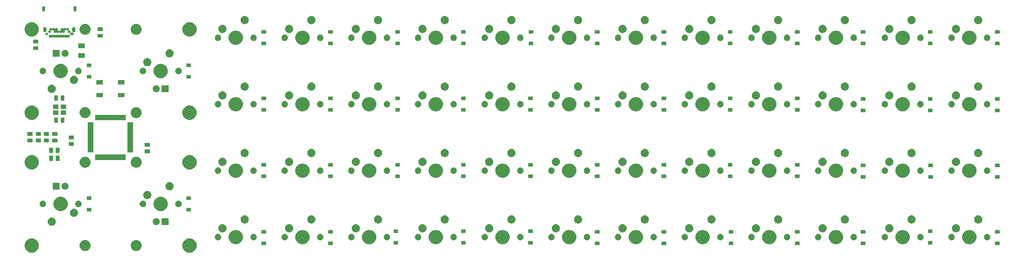
<source format=gbr>
G04 #@! TF.GenerationSoftware,KiCad,Pcbnew,(5.1.5)-3*
G04 #@! TF.CreationDate,2020-01-24T23:39:41-08:00*
G04 #@! TF.ProjectId,EUISOpcb,45554953-4f70-4636-922e-6b696361645f,rev?*
G04 #@! TF.SameCoordinates,Original*
G04 #@! TF.FileFunction,Soldermask,Bot*
G04 #@! TF.FilePolarity,Negative*
%FSLAX46Y46*%
G04 Gerber Fmt 4.6, Leading zero omitted, Abs format (unit mm)*
G04 Created by KiCad (PCBNEW (5.1.5)-3) date 2020-01-24 23:39:41*
%MOMM*%
%LPD*%
G04 APERTURE LIST*
%ADD10C,0.100000*%
G04 APERTURE END LIST*
D10*
G36*
X56476474Y-121985684D02*
G01*
X56694474Y-122075983D01*
X56848623Y-122139833D01*
X57183548Y-122363623D01*
X57468377Y-122648452D01*
X57692167Y-122983377D01*
X57692167Y-122983378D01*
X57846316Y-123355526D01*
X57924900Y-123750594D01*
X57924900Y-124153406D01*
X57846316Y-124548474D01*
X57784363Y-124698041D01*
X57692167Y-124920623D01*
X57468377Y-125255548D01*
X57183548Y-125540377D01*
X56848623Y-125764167D01*
X56694474Y-125828017D01*
X56476474Y-125918316D01*
X56081406Y-125996900D01*
X55678594Y-125996900D01*
X55283526Y-125918316D01*
X55065526Y-125828017D01*
X54911377Y-125764167D01*
X54576452Y-125540377D01*
X54291623Y-125255548D01*
X54067833Y-124920623D01*
X53975637Y-124698041D01*
X53913684Y-124548474D01*
X53835100Y-124153406D01*
X53835100Y-123750594D01*
X53913684Y-123355526D01*
X54067833Y-122983378D01*
X54067833Y-122983377D01*
X54291623Y-122648452D01*
X54576452Y-122363623D01*
X54911377Y-122139833D01*
X55065526Y-122075983D01*
X55283526Y-121985684D01*
X55678594Y-121907100D01*
X56081406Y-121907100D01*
X56476474Y-121985684D01*
G37*
G36*
X11391474Y-121985684D02*
G01*
X11609474Y-122075983D01*
X11763623Y-122139833D01*
X12098548Y-122363623D01*
X12383377Y-122648452D01*
X12607167Y-122983377D01*
X12607167Y-122983378D01*
X12761316Y-123355526D01*
X12839900Y-123750594D01*
X12839900Y-124153406D01*
X12761316Y-124548474D01*
X12699363Y-124698041D01*
X12607167Y-124920623D01*
X12383377Y-125255548D01*
X12098548Y-125540377D01*
X11763623Y-125764167D01*
X11609474Y-125828017D01*
X11391474Y-125918316D01*
X10996406Y-125996900D01*
X10593594Y-125996900D01*
X10198526Y-125918316D01*
X9980526Y-125828017D01*
X9826377Y-125764167D01*
X9491452Y-125540377D01*
X9206623Y-125255548D01*
X8982833Y-124920623D01*
X8890637Y-124698041D01*
X8828684Y-124548474D01*
X8750100Y-124153406D01*
X8750100Y-123750594D01*
X8828684Y-123355526D01*
X8982833Y-122983378D01*
X8982833Y-122983377D01*
X9206623Y-122648452D01*
X9491452Y-122363623D01*
X9826377Y-122139833D01*
X9980526Y-122075983D01*
X10198526Y-121985684D01*
X10593594Y-121907100D01*
X10996406Y-121907100D01*
X11391474Y-121985684D01*
G37*
G36*
X40947267Y-122407263D02*
G01*
X41099411Y-122437526D01*
X41218137Y-122486704D01*
X41386041Y-122556252D01*
X41386042Y-122556253D01*
X41644004Y-122728617D01*
X41863383Y-122947996D01*
X41887024Y-122983378D01*
X42035748Y-123205959D01*
X42095895Y-123351167D01*
X42154474Y-123492589D01*
X42172637Y-123583900D01*
X42215000Y-123796875D01*
X42215000Y-124107125D01*
X42154474Y-124411410D01*
X42035748Y-124698041D01*
X42035747Y-124698042D01*
X41863383Y-124956004D01*
X41644004Y-125175383D01*
X41524028Y-125255548D01*
X41386041Y-125347748D01*
X41218137Y-125417296D01*
X41099411Y-125466474D01*
X40947267Y-125496737D01*
X40795125Y-125527000D01*
X40484875Y-125527000D01*
X40332733Y-125496737D01*
X40180589Y-125466474D01*
X40061863Y-125417296D01*
X39893959Y-125347748D01*
X39755972Y-125255548D01*
X39635996Y-125175383D01*
X39416617Y-124956004D01*
X39244253Y-124698042D01*
X39244252Y-124698041D01*
X39125526Y-124411410D01*
X39065000Y-124107125D01*
X39065000Y-123796875D01*
X39107363Y-123583900D01*
X39125526Y-123492589D01*
X39184105Y-123351167D01*
X39244252Y-123205959D01*
X39392976Y-122983378D01*
X39416617Y-122947996D01*
X39635996Y-122728617D01*
X39893958Y-122556253D01*
X39893959Y-122556252D01*
X40061863Y-122486704D01*
X40180589Y-122437526D01*
X40332733Y-122407263D01*
X40484875Y-122377000D01*
X40795125Y-122377000D01*
X40947267Y-122407263D01*
G37*
G36*
X26342267Y-122407263D02*
G01*
X26494411Y-122437526D01*
X26613137Y-122486704D01*
X26781041Y-122556252D01*
X26781042Y-122556253D01*
X27039004Y-122728617D01*
X27258383Y-122947996D01*
X27282024Y-122983378D01*
X27430748Y-123205959D01*
X27490895Y-123351167D01*
X27549474Y-123492589D01*
X27567637Y-123583900D01*
X27610000Y-123796875D01*
X27610000Y-124107125D01*
X27549474Y-124411410D01*
X27430748Y-124698041D01*
X27430747Y-124698042D01*
X27258383Y-124956004D01*
X27039004Y-125175383D01*
X26919028Y-125255548D01*
X26781041Y-125347748D01*
X26613137Y-125417296D01*
X26494411Y-125466474D01*
X26342267Y-125496737D01*
X26190125Y-125527000D01*
X25879875Y-125527000D01*
X25727733Y-125496737D01*
X25575589Y-125466474D01*
X25456863Y-125417296D01*
X25288959Y-125347748D01*
X25150972Y-125255548D01*
X25030996Y-125175383D01*
X24811617Y-124956004D01*
X24639253Y-124698042D01*
X24639252Y-124698041D01*
X24520526Y-124411410D01*
X24460000Y-124107125D01*
X24460000Y-123796875D01*
X24502363Y-123583900D01*
X24520526Y-123492589D01*
X24579105Y-123351167D01*
X24639252Y-123205959D01*
X24787976Y-122983378D01*
X24811617Y-122947996D01*
X25030996Y-122728617D01*
X25288958Y-122556253D01*
X25288959Y-122556252D01*
X25456863Y-122486704D01*
X25575589Y-122437526D01*
X25727733Y-122407263D01*
X25879875Y-122377000D01*
X26190125Y-122377000D01*
X26342267Y-122407263D01*
G37*
G36*
X77740000Y-123817000D02*
G01*
X76438000Y-123817000D01*
X76438000Y-122815000D01*
X77740000Y-122815000D01*
X77740000Y-123817000D01*
G37*
G36*
X96790000Y-123817000D02*
G01*
X95488000Y-123817000D01*
X95488000Y-122815000D01*
X96790000Y-122815000D01*
X96790000Y-123817000D01*
G37*
G36*
X172990000Y-123817000D02*
G01*
X171688000Y-123817000D01*
X171688000Y-122815000D01*
X172990000Y-122815000D01*
X172990000Y-123817000D01*
G37*
G36*
X192040000Y-123817000D02*
G01*
X190738000Y-123817000D01*
X190738000Y-122815000D01*
X192040000Y-122815000D01*
X192040000Y-123817000D01*
G37*
G36*
X211217000Y-123817000D02*
G01*
X209915000Y-123817000D01*
X209915000Y-122815000D01*
X211217000Y-122815000D01*
X211217000Y-123817000D01*
G37*
G36*
X230140000Y-123817000D02*
G01*
X228838000Y-123817000D01*
X228838000Y-122815000D01*
X230140000Y-122815000D01*
X230140000Y-123817000D01*
G37*
G36*
X248936000Y-123817000D02*
G01*
X247634000Y-123817000D01*
X247634000Y-122815000D01*
X248936000Y-122815000D01*
X248936000Y-123817000D01*
G37*
G36*
X287290000Y-123817000D02*
G01*
X285988000Y-123817000D01*
X285988000Y-122815000D01*
X287290000Y-122815000D01*
X287290000Y-123817000D01*
G37*
G36*
X153940000Y-123690000D02*
G01*
X152638000Y-123690000D01*
X152638000Y-122688000D01*
X153940000Y-122688000D01*
X153940000Y-123690000D01*
G37*
G36*
X268113000Y-123690000D02*
G01*
X266811000Y-123690000D01*
X266811000Y-122688000D01*
X268113000Y-122688000D01*
X268113000Y-123690000D01*
G37*
G36*
X134763000Y-123690000D02*
G01*
X133461000Y-123690000D01*
X133461000Y-122688000D01*
X134763000Y-122688000D01*
X134763000Y-123690000D01*
G37*
G36*
X115459000Y-123690000D02*
G01*
X114157000Y-123690000D01*
X114157000Y-122688000D01*
X115459000Y-122688000D01*
X115459000Y-123690000D01*
G37*
G36*
X145884474Y-119572684D02*
G01*
X146102474Y-119662983D01*
X146256623Y-119726833D01*
X146591548Y-119950623D01*
X146876377Y-120235452D01*
X147100167Y-120570377D01*
X147132562Y-120648586D01*
X147254316Y-120942526D01*
X147332900Y-121337594D01*
X147332900Y-121740406D01*
X147254316Y-122135474D01*
X147203451Y-122258272D01*
X147100167Y-122507623D01*
X146876377Y-122842548D01*
X146591548Y-123127377D01*
X146256623Y-123351167D01*
X146102474Y-123415017D01*
X145884474Y-123505316D01*
X145489406Y-123583900D01*
X145086594Y-123583900D01*
X144691526Y-123505316D01*
X144473526Y-123415017D01*
X144319377Y-123351167D01*
X143984452Y-123127377D01*
X143699623Y-122842548D01*
X143475833Y-122507623D01*
X143372549Y-122258272D01*
X143321684Y-122135474D01*
X143243100Y-121740406D01*
X143243100Y-121337594D01*
X143321684Y-120942526D01*
X143443438Y-120648586D01*
X143475833Y-120570377D01*
X143699623Y-120235452D01*
X143984452Y-119950623D01*
X144319377Y-119726833D01*
X144473526Y-119662983D01*
X144691526Y-119572684D01*
X145086594Y-119494100D01*
X145489406Y-119494100D01*
X145884474Y-119572684D01*
G37*
G36*
X279234474Y-119572684D02*
G01*
X279452474Y-119662983D01*
X279606623Y-119726833D01*
X279941548Y-119950623D01*
X280226377Y-120235452D01*
X280450167Y-120570377D01*
X280482562Y-120648586D01*
X280604316Y-120942526D01*
X280682900Y-121337594D01*
X280682900Y-121740406D01*
X280604316Y-122135474D01*
X280553451Y-122258272D01*
X280450167Y-122507623D01*
X280226377Y-122842548D01*
X279941548Y-123127377D01*
X279606623Y-123351167D01*
X279452474Y-123415017D01*
X279234474Y-123505316D01*
X278839406Y-123583900D01*
X278436594Y-123583900D01*
X278041526Y-123505316D01*
X277823526Y-123415017D01*
X277669377Y-123351167D01*
X277334452Y-123127377D01*
X277049623Y-122842548D01*
X276825833Y-122507623D01*
X276722549Y-122258272D01*
X276671684Y-122135474D01*
X276593100Y-121740406D01*
X276593100Y-121337594D01*
X276671684Y-120942526D01*
X276793438Y-120648586D01*
X276825833Y-120570377D01*
X277049623Y-120235452D01*
X277334452Y-119950623D01*
X277669377Y-119726833D01*
X277823526Y-119662983D01*
X278041526Y-119572684D01*
X278436594Y-119494100D01*
X278839406Y-119494100D01*
X279234474Y-119572684D01*
G37*
G36*
X241134474Y-119572684D02*
G01*
X241352474Y-119662983D01*
X241506623Y-119726833D01*
X241841548Y-119950623D01*
X242126377Y-120235452D01*
X242350167Y-120570377D01*
X242382562Y-120648586D01*
X242504316Y-120942526D01*
X242582900Y-121337594D01*
X242582900Y-121740406D01*
X242504316Y-122135474D01*
X242453451Y-122258272D01*
X242350167Y-122507623D01*
X242126377Y-122842548D01*
X241841548Y-123127377D01*
X241506623Y-123351167D01*
X241352474Y-123415017D01*
X241134474Y-123505316D01*
X240739406Y-123583900D01*
X240336594Y-123583900D01*
X239941526Y-123505316D01*
X239723526Y-123415017D01*
X239569377Y-123351167D01*
X239234452Y-123127377D01*
X238949623Y-122842548D01*
X238725833Y-122507623D01*
X238622549Y-122258272D01*
X238571684Y-122135474D01*
X238493100Y-121740406D01*
X238493100Y-121337594D01*
X238571684Y-120942526D01*
X238693438Y-120648586D01*
X238725833Y-120570377D01*
X238949623Y-120235452D01*
X239234452Y-119950623D01*
X239569377Y-119726833D01*
X239723526Y-119662983D01*
X239941526Y-119572684D01*
X240336594Y-119494100D01*
X240739406Y-119494100D01*
X241134474Y-119572684D01*
G37*
G36*
X222084474Y-119572684D02*
G01*
X222302474Y-119662983D01*
X222456623Y-119726833D01*
X222791548Y-119950623D01*
X223076377Y-120235452D01*
X223300167Y-120570377D01*
X223332562Y-120648586D01*
X223454316Y-120942526D01*
X223532900Y-121337594D01*
X223532900Y-121740406D01*
X223454316Y-122135474D01*
X223403451Y-122258272D01*
X223300167Y-122507623D01*
X223076377Y-122842548D01*
X222791548Y-123127377D01*
X222456623Y-123351167D01*
X222302474Y-123415017D01*
X222084474Y-123505316D01*
X221689406Y-123583900D01*
X221286594Y-123583900D01*
X220891526Y-123505316D01*
X220673526Y-123415017D01*
X220519377Y-123351167D01*
X220184452Y-123127377D01*
X219899623Y-122842548D01*
X219675833Y-122507623D01*
X219572549Y-122258272D01*
X219521684Y-122135474D01*
X219443100Y-121740406D01*
X219443100Y-121337594D01*
X219521684Y-120942526D01*
X219643438Y-120648586D01*
X219675833Y-120570377D01*
X219899623Y-120235452D01*
X220184452Y-119950623D01*
X220519377Y-119726833D01*
X220673526Y-119662983D01*
X220891526Y-119572684D01*
X221286594Y-119494100D01*
X221689406Y-119494100D01*
X222084474Y-119572684D01*
G37*
G36*
X69684474Y-119572684D02*
G01*
X69902474Y-119662983D01*
X70056623Y-119726833D01*
X70391548Y-119950623D01*
X70676377Y-120235452D01*
X70900167Y-120570377D01*
X70932562Y-120648586D01*
X71054316Y-120942526D01*
X71132900Y-121337594D01*
X71132900Y-121740406D01*
X71054316Y-122135474D01*
X71003451Y-122258272D01*
X70900167Y-122507623D01*
X70676377Y-122842548D01*
X70391548Y-123127377D01*
X70056623Y-123351167D01*
X69902474Y-123415017D01*
X69684474Y-123505316D01*
X69289406Y-123583900D01*
X68886594Y-123583900D01*
X68491526Y-123505316D01*
X68273526Y-123415017D01*
X68119377Y-123351167D01*
X67784452Y-123127377D01*
X67499623Y-122842548D01*
X67275833Y-122507623D01*
X67172549Y-122258272D01*
X67121684Y-122135474D01*
X67043100Y-121740406D01*
X67043100Y-121337594D01*
X67121684Y-120942526D01*
X67243438Y-120648586D01*
X67275833Y-120570377D01*
X67499623Y-120235452D01*
X67784452Y-119950623D01*
X68119377Y-119726833D01*
X68273526Y-119662983D01*
X68491526Y-119572684D01*
X68886594Y-119494100D01*
X69289406Y-119494100D01*
X69684474Y-119572684D01*
G37*
G36*
X203034474Y-119572684D02*
G01*
X203252474Y-119662983D01*
X203406623Y-119726833D01*
X203741548Y-119950623D01*
X204026377Y-120235452D01*
X204250167Y-120570377D01*
X204282562Y-120648586D01*
X204404316Y-120942526D01*
X204482900Y-121337594D01*
X204482900Y-121740406D01*
X204404316Y-122135474D01*
X204353451Y-122258272D01*
X204250167Y-122507623D01*
X204026377Y-122842548D01*
X203741548Y-123127377D01*
X203406623Y-123351167D01*
X203252474Y-123415017D01*
X203034474Y-123505316D01*
X202639406Y-123583900D01*
X202236594Y-123583900D01*
X201841526Y-123505316D01*
X201623526Y-123415017D01*
X201469377Y-123351167D01*
X201134452Y-123127377D01*
X200849623Y-122842548D01*
X200625833Y-122507623D01*
X200522549Y-122258272D01*
X200471684Y-122135474D01*
X200393100Y-121740406D01*
X200393100Y-121337594D01*
X200471684Y-120942526D01*
X200593438Y-120648586D01*
X200625833Y-120570377D01*
X200849623Y-120235452D01*
X201134452Y-119950623D01*
X201469377Y-119726833D01*
X201623526Y-119662983D01*
X201841526Y-119572684D01*
X202236594Y-119494100D01*
X202639406Y-119494100D01*
X203034474Y-119572684D01*
G37*
G36*
X164934474Y-119572684D02*
G01*
X165152474Y-119662983D01*
X165306623Y-119726833D01*
X165641548Y-119950623D01*
X165926377Y-120235452D01*
X166150167Y-120570377D01*
X166182562Y-120648586D01*
X166304316Y-120942526D01*
X166382900Y-121337594D01*
X166382900Y-121740406D01*
X166304316Y-122135474D01*
X166253451Y-122258272D01*
X166150167Y-122507623D01*
X165926377Y-122842548D01*
X165641548Y-123127377D01*
X165306623Y-123351167D01*
X165152474Y-123415017D01*
X164934474Y-123505316D01*
X164539406Y-123583900D01*
X164136594Y-123583900D01*
X163741526Y-123505316D01*
X163523526Y-123415017D01*
X163369377Y-123351167D01*
X163034452Y-123127377D01*
X162749623Y-122842548D01*
X162525833Y-122507623D01*
X162422549Y-122258272D01*
X162371684Y-122135474D01*
X162293100Y-121740406D01*
X162293100Y-121337594D01*
X162371684Y-120942526D01*
X162493438Y-120648586D01*
X162525833Y-120570377D01*
X162749623Y-120235452D01*
X163034452Y-119950623D01*
X163369377Y-119726833D01*
X163523526Y-119662983D01*
X163741526Y-119572684D01*
X164136594Y-119494100D01*
X164539406Y-119494100D01*
X164934474Y-119572684D01*
G37*
G36*
X183984474Y-119572684D02*
G01*
X184202474Y-119662983D01*
X184356623Y-119726833D01*
X184691548Y-119950623D01*
X184976377Y-120235452D01*
X185200167Y-120570377D01*
X185232562Y-120648586D01*
X185354316Y-120942526D01*
X185432900Y-121337594D01*
X185432900Y-121740406D01*
X185354316Y-122135474D01*
X185303451Y-122258272D01*
X185200167Y-122507623D01*
X184976377Y-122842548D01*
X184691548Y-123127377D01*
X184356623Y-123351167D01*
X184202474Y-123415017D01*
X183984474Y-123505316D01*
X183589406Y-123583900D01*
X183186594Y-123583900D01*
X182791526Y-123505316D01*
X182573526Y-123415017D01*
X182419377Y-123351167D01*
X182084452Y-123127377D01*
X181799623Y-122842548D01*
X181575833Y-122507623D01*
X181472549Y-122258272D01*
X181421684Y-122135474D01*
X181343100Y-121740406D01*
X181343100Y-121337594D01*
X181421684Y-120942526D01*
X181543438Y-120648586D01*
X181575833Y-120570377D01*
X181799623Y-120235452D01*
X182084452Y-119950623D01*
X182419377Y-119726833D01*
X182573526Y-119662983D01*
X182791526Y-119572684D01*
X183186594Y-119494100D01*
X183589406Y-119494100D01*
X183984474Y-119572684D01*
G37*
G36*
X126834474Y-119572684D02*
G01*
X127052474Y-119662983D01*
X127206623Y-119726833D01*
X127541548Y-119950623D01*
X127826377Y-120235452D01*
X128050167Y-120570377D01*
X128082562Y-120648586D01*
X128204316Y-120942526D01*
X128282900Y-121337594D01*
X128282900Y-121740406D01*
X128204316Y-122135474D01*
X128153451Y-122258272D01*
X128050167Y-122507623D01*
X127826377Y-122842548D01*
X127541548Y-123127377D01*
X127206623Y-123351167D01*
X127052474Y-123415017D01*
X126834474Y-123505316D01*
X126439406Y-123583900D01*
X126036594Y-123583900D01*
X125641526Y-123505316D01*
X125423526Y-123415017D01*
X125269377Y-123351167D01*
X124934452Y-123127377D01*
X124649623Y-122842548D01*
X124425833Y-122507623D01*
X124322549Y-122258272D01*
X124271684Y-122135474D01*
X124193100Y-121740406D01*
X124193100Y-121337594D01*
X124271684Y-120942526D01*
X124393438Y-120648586D01*
X124425833Y-120570377D01*
X124649623Y-120235452D01*
X124934452Y-119950623D01*
X125269377Y-119726833D01*
X125423526Y-119662983D01*
X125641526Y-119572684D01*
X126036594Y-119494100D01*
X126439406Y-119494100D01*
X126834474Y-119572684D01*
G37*
G36*
X107784474Y-119572684D02*
G01*
X108002474Y-119662983D01*
X108156623Y-119726833D01*
X108491548Y-119950623D01*
X108776377Y-120235452D01*
X109000167Y-120570377D01*
X109032562Y-120648586D01*
X109154316Y-120942526D01*
X109232900Y-121337594D01*
X109232900Y-121740406D01*
X109154316Y-122135474D01*
X109103451Y-122258272D01*
X109000167Y-122507623D01*
X108776377Y-122842548D01*
X108491548Y-123127377D01*
X108156623Y-123351167D01*
X108002474Y-123415017D01*
X107784474Y-123505316D01*
X107389406Y-123583900D01*
X106986594Y-123583900D01*
X106591526Y-123505316D01*
X106373526Y-123415017D01*
X106219377Y-123351167D01*
X105884452Y-123127377D01*
X105599623Y-122842548D01*
X105375833Y-122507623D01*
X105272549Y-122258272D01*
X105221684Y-122135474D01*
X105143100Y-121740406D01*
X105143100Y-121337594D01*
X105221684Y-120942526D01*
X105343438Y-120648586D01*
X105375833Y-120570377D01*
X105599623Y-120235452D01*
X105884452Y-119950623D01*
X106219377Y-119726833D01*
X106373526Y-119662983D01*
X106591526Y-119572684D01*
X106986594Y-119494100D01*
X107389406Y-119494100D01*
X107784474Y-119572684D01*
G37*
G36*
X88734474Y-119572684D02*
G01*
X88952474Y-119662983D01*
X89106623Y-119726833D01*
X89441548Y-119950623D01*
X89726377Y-120235452D01*
X89950167Y-120570377D01*
X89982562Y-120648586D01*
X90104316Y-120942526D01*
X90182900Y-121337594D01*
X90182900Y-121740406D01*
X90104316Y-122135474D01*
X90053451Y-122258272D01*
X89950167Y-122507623D01*
X89726377Y-122842548D01*
X89441548Y-123127377D01*
X89106623Y-123351167D01*
X88952474Y-123415017D01*
X88734474Y-123505316D01*
X88339406Y-123583900D01*
X87936594Y-123583900D01*
X87541526Y-123505316D01*
X87323526Y-123415017D01*
X87169377Y-123351167D01*
X86834452Y-123127377D01*
X86549623Y-122842548D01*
X86325833Y-122507623D01*
X86222549Y-122258272D01*
X86171684Y-122135474D01*
X86093100Y-121740406D01*
X86093100Y-121337594D01*
X86171684Y-120942526D01*
X86293438Y-120648586D01*
X86325833Y-120570377D01*
X86549623Y-120235452D01*
X86834452Y-119950623D01*
X87169377Y-119726833D01*
X87323526Y-119662983D01*
X87541526Y-119572684D01*
X87936594Y-119494100D01*
X88339406Y-119494100D01*
X88734474Y-119572684D01*
G37*
G36*
X260184474Y-119572684D02*
G01*
X260402474Y-119662983D01*
X260556623Y-119726833D01*
X260891548Y-119950623D01*
X261176377Y-120235452D01*
X261400167Y-120570377D01*
X261432562Y-120648586D01*
X261554316Y-120942526D01*
X261632900Y-121337594D01*
X261632900Y-121740406D01*
X261554316Y-122135474D01*
X261503451Y-122258272D01*
X261400167Y-122507623D01*
X261176377Y-122842548D01*
X260891548Y-123127377D01*
X260556623Y-123351167D01*
X260402474Y-123415017D01*
X260184474Y-123505316D01*
X259789406Y-123583900D01*
X259386594Y-123583900D01*
X258991526Y-123505316D01*
X258773526Y-123415017D01*
X258619377Y-123351167D01*
X258284452Y-123127377D01*
X257999623Y-122842548D01*
X257775833Y-122507623D01*
X257672549Y-122258272D01*
X257621684Y-122135474D01*
X257543100Y-121740406D01*
X257543100Y-121337594D01*
X257621684Y-120942526D01*
X257743438Y-120648586D01*
X257775833Y-120570377D01*
X257999623Y-120235452D01*
X258284452Y-119950623D01*
X258619377Y-119726833D01*
X258773526Y-119662983D01*
X258991526Y-119572684D01*
X259386594Y-119494100D01*
X259789406Y-119494100D01*
X260184474Y-119572684D01*
G37*
G36*
X207788104Y-120648585D02*
G01*
X207956626Y-120718389D01*
X208108291Y-120819728D01*
X208237272Y-120948709D01*
X208338611Y-121100374D01*
X208408415Y-121268896D01*
X208444000Y-121447797D01*
X208444000Y-121630203D01*
X208408415Y-121809104D01*
X208338611Y-121977626D01*
X208237272Y-122129291D01*
X208108291Y-122258272D01*
X207956626Y-122359611D01*
X207788104Y-122429415D01*
X207609203Y-122465000D01*
X207426797Y-122465000D01*
X207247896Y-122429415D01*
X207079374Y-122359611D01*
X206927709Y-122258272D01*
X206798728Y-122129291D01*
X206697389Y-121977626D01*
X206627585Y-121809104D01*
X206592000Y-121630203D01*
X206592000Y-121447797D01*
X206627585Y-121268896D01*
X206697389Y-121100374D01*
X206798728Y-120948709D01*
X206927709Y-120819728D01*
X207079374Y-120718389D01*
X207247896Y-120648585D01*
X207426797Y-120613000D01*
X207609203Y-120613000D01*
X207788104Y-120648585D01*
G37*
G36*
X112538104Y-120648585D02*
G01*
X112706626Y-120718389D01*
X112858291Y-120819728D01*
X112987272Y-120948709D01*
X113088611Y-121100374D01*
X113158415Y-121268896D01*
X113194000Y-121447797D01*
X113194000Y-121630203D01*
X113158415Y-121809104D01*
X113088611Y-121977626D01*
X112987272Y-122129291D01*
X112858291Y-122258272D01*
X112706626Y-122359611D01*
X112538104Y-122429415D01*
X112359203Y-122465000D01*
X112176797Y-122465000D01*
X111997896Y-122429415D01*
X111829374Y-122359611D01*
X111677709Y-122258272D01*
X111548728Y-122129291D01*
X111447389Y-121977626D01*
X111377585Y-121809104D01*
X111342000Y-121630203D01*
X111342000Y-121447797D01*
X111377585Y-121268896D01*
X111447389Y-121100374D01*
X111548728Y-120948709D01*
X111677709Y-120819728D01*
X111829374Y-120718389D01*
X111997896Y-120648585D01*
X112176797Y-120613000D01*
X112359203Y-120613000D01*
X112538104Y-120648585D01*
G37*
G36*
X178578104Y-120648585D02*
G01*
X178746626Y-120718389D01*
X178898291Y-120819728D01*
X179027272Y-120948709D01*
X179128611Y-121100374D01*
X179198415Y-121268896D01*
X179234000Y-121447797D01*
X179234000Y-121630203D01*
X179198415Y-121809104D01*
X179128611Y-121977626D01*
X179027272Y-122129291D01*
X178898291Y-122258272D01*
X178746626Y-122359611D01*
X178578104Y-122429415D01*
X178399203Y-122465000D01*
X178216797Y-122465000D01*
X178037896Y-122429415D01*
X177869374Y-122359611D01*
X177717709Y-122258272D01*
X177588728Y-122129291D01*
X177487389Y-121977626D01*
X177417585Y-121809104D01*
X177382000Y-121630203D01*
X177382000Y-121447797D01*
X177417585Y-121268896D01*
X177487389Y-121100374D01*
X177588728Y-120948709D01*
X177717709Y-120819728D01*
X177869374Y-120718389D01*
X178037896Y-120648585D01*
X178216797Y-120613000D01*
X178399203Y-120613000D01*
X178578104Y-120648585D01*
G37*
G36*
X188738104Y-120648585D02*
G01*
X188906626Y-120718389D01*
X189058291Y-120819728D01*
X189187272Y-120948709D01*
X189288611Y-121100374D01*
X189358415Y-121268896D01*
X189394000Y-121447797D01*
X189394000Y-121630203D01*
X189358415Y-121809104D01*
X189288611Y-121977626D01*
X189187272Y-122129291D01*
X189058291Y-122258272D01*
X188906626Y-122359611D01*
X188738104Y-122429415D01*
X188559203Y-122465000D01*
X188376797Y-122465000D01*
X188197896Y-122429415D01*
X188029374Y-122359611D01*
X187877709Y-122258272D01*
X187748728Y-122129291D01*
X187647389Y-121977626D01*
X187577585Y-121809104D01*
X187542000Y-121630203D01*
X187542000Y-121447797D01*
X187577585Y-121268896D01*
X187647389Y-121100374D01*
X187748728Y-120948709D01*
X187877709Y-120819728D01*
X188029374Y-120718389D01*
X188197896Y-120648585D01*
X188376797Y-120613000D01*
X188559203Y-120613000D01*
X188738104Y-120648585D01*
G37*
G36*
X74438104Y-120648585D02*
G01*
X74606626Y-120718389D01*
X74758291Y-120819728D01*
X74887272Y-120948709D01*
X74988611Y-121100374D01*
X75058415Y-121268896D01*
X75094000Y-121447797D01*
X75094000Y-121630203D01*
X75058415Y-121809104D01*
X74988611Y-121977626D01*
X74887272Y-122129291D01*
X74758291Y-122258272D01*
X74606626Y-122359611D01*
X74438104Y-122429415D01*
X74259203Y-122465000D01*
X74076797Y-122465000D01*
X73897896Y-122429415D01*
X73729374Y-122359611D01*
X73577709Y-122258272D01*
X73448728Y-122129291D01*
X73347389Y-121977626D01*
X73277585Y-121809104D01*
X73242000Y-121630203D01*
X73242000Y-121447797D01*
X73277585Y-121268896D01*
X73347389Y-121100374D01*
X73448728Y-120948709D01*
X73577709Y-120819728D01*
X73729374Y-120718389D01*
X73897896Y-120648585D01*
X74076797Y-120613000D01*
X74259203Y-120613000D01*
X74438104Y-120648585D01*
G37*
G36*
X159528104Y-120648585D02*
G01*
X159696626Y-120718389D01*
X159848291Y-120819728D01*
X159977272Y-120948709D01*
X160078611Y-121100374D01*
X160148415Y-121268896D01*
X160184000Y-121447797D01*
X160184000Y-121630203D01*
X160148415Y-121809104D01*
X160078611Y-121977626D01*
X159977272Y-122129291D01*
X159848291Y-122258272D01*
X159696626Y-122359611D01*
X159528104Y-122429415D01*
X159349203Y-122465000D01*
X159166797Y-122465000D01*
X158987896Y-122429415D01*
X158819374Y-122359611D01*
X158667709Y-122258272D01*
X158538728Y-122129291D01*
X158437389Y-121977626D01*
X158367585Y-121809104D01*
X158332000Y-121630203D01*
X158332000Y-121447797D01*
X158367585Y-121268896D01*
X158437389Y-121100374D01*
X158538728Y-120948709D01*
X158667709Y-120819728D01*
X158819374Y-120718389D01*
X158987896Y-120648585D01*
X159166797Y-120613000D01*
X159349203Y-120613000D01*
X159528104Y-120648585D01*
G37*
G36*
X169688104Y-120648585D02*
G01*
X169856626Y-120718389D01*
X170008291Y-120819728D01*
X170137272Y-120948709D01*
X170238611Y-121100374D01*
X170308415Y-121268896D01*
X170344000Y-121447797D01*
X170344000Y-121630203D01*
X170308415Y-121809104D01*
X170238611Y-121977626D01*
X170137272Y-122129291D01*
X170008291Y-122258272D01*
X169856626Y-122359611D01*
X169688104Y-122429415D01*
X169509203Y-122465000D01*
X169326797Y-122465000D01*
X169147896Y-122429415D01*
X168979374Y-122359611D01*
X168827709Y-122258272D01*
X168698728Y-122129291D01*
X168597389Y-121977626D01*
X168527585Y-121809104D01*
X168492000Y-121630203D01*
X168492000Y-121447797D01*
X168527585Y-121268896D01*
X168597389Y-121100374D01*
X168698728Y-120948709D01*
X168827709Y-120819728D01*
X168979374Y-120718389D01*
X169147896Y-120648585D01*
X169326797Y-120613000D01*
X169509203Y-120613000D01*
X169688104Y-120648585D01*
G37*
G36*
X102378104Y-120648585D02*
G01*
X102546626Y-120718389D01*
X102698291Y-120819728D01*
X102827272Y-120948709D01*
X102928611Y-121100374D01*
X102998415Y-121268896D01*
X103034000Y-121447797D01*
X103034000Y-121630203D01*
X102998415Y-121809104D01*
X102928611Y-121977626D01*
X102827272Y-122129291D01*
X102698291Y-122258272D01*
X102546626Y-122359611D01*
X102378104Y-122429415D01*
X102199203Y-122465000D01*
X102016797Y-122465000D01*
X101837896Y-122429415D01*
X101669374Y-122359611D01*
X101517709Y-122258272D01*
X101388728Y-122129291D01*
X101287389Y-121977626D01*
X101217585Y-121809104D01*
X101182000Y-121630203D01*
X101182000Y-121447797D01*
X101217585Y-121268896D01*
X101287389Y-121100374D01*
X101388728Y-120948709D01*
X101517709Y-120819728D01*
X101669374Y-120718389D01*
X101837896Y-120648585D01*
X102016797Y-120613000D01*
X102199203Y-120613000D01*
X102378104Y-120648585D01*
G37*
G36*
X140478104Y-120648585D02*
G01*
X140646626Y-120718389D01*
X140798291Y-120819728D01*
X140927272Y-120948709D01*
X141028611Y-121100374D01*
X141098415Y-121268896D01*
X141134000Y-121447797D01*
X141134000Y-121630203D01*
X141098415Y-121809104D01*
X141028611Y-121977626D01*
X140927272Y-122129291D01*
X140798291Y-122258272D01*
X140646626Y-122359611D01*
X140478104Y-122429415D01*
X140299203Y-122465000D01*
X140116797Y-122465000D01*
X139937896Y-122429415D01*
X139769374Y-122359611D01*
X139617709Y-122258272D01*
X139488728Y-122129291D01*
X139387389Y-121977626D01*
X139317585Y-121809104D01*
X139282000Y-121630203D01*
X139282000Y-121447797D01*
X139317585Y-121268896D01*
X139387389Y-121100374D01*
X139488728Y-120948709D01*
X139617709Y-120819728D01*
X139769374Y-120718389D01*
X139937896Y-120648585D01*
X140116797Y-120613000D01*
X140299203Y-120613000D01*
X140478104Y-120648585D01*
G37*
G36*
X150638104Y-120648585D02*
G01*
X150806626Y-120718389D01*
X150958291Y-120819728D01*
X151087272Y-120948709D01*
X151188611Y-121100374D01*
X151258415Y-121268896D01*
X151294000Y-121447797D01*
X151294000Y-121630203D01*
X151258415Y-121809104D01*
X151188611Y-121977626D01*
X151087272Y-122129291D01*
X150958291Y-122258272D01*
X150806626Y-122359611D01*
X150638104Y-122429415D01*
X150459203Y-122465000D01*
X150276797Y-122465000D01*
X150097896Y-122429415D01*
X149929374Y-122359611D01*
X149777709Y-122258272D01*
X149648728Y-122129291D01*
X149547389Y-121977626D01*
X149477585Y-121809104D01*
X149442000Y-121630203D01*
X149442000Y-121447797D01*
X149477585Y-121268896D01*
X149547389Y-121100374D01*
X149648728Y-120948709D01*
X149777709Y-120819728D01*
X149929374Y-120718389D01*
X150097896Y-120648585D01*
X150276797Y-120613000D01*
X150459203Y-120613000D01*
X150638104Y-120648585D01*
G37*
G36*
X121428104Y-120648585D02*
G01*
X121596626Y-120718389D01*
X121748291Y-120819728D01*
X121877272Y-120948709D01*
X121978611Y-121100374D01*
X122048415Y-121268896D01*
X122084000Y-121447797D01*
X122084000Y-121630203D01*
X122048415Y-121809104D01*
X121978611Y-121977626D01*
X121877272Y-122129291D01*
X121748291Y-122258272D01*
X121596626Y-122359611D01*
X121428104Y-122429415D01*
X121249203Y-122465000D01*
X121066797Y-122465000D01*
X120887896Y-122429415D01*
X120719374Y-122359611D01*
X120567709Y-122258272D01*
X120438728Y-122129291D01*
X120337389Y-121977626D01*
X120267585Y-121809104D01*
X120232000Y-121630203D01*
X120232000Y-121447797D01*
X120267585Y-121268896D01*
X120337389Y-121100374D01*
X120438728Y-120948709D01*
X120567709Y-120819728D01*
X120719374Y-120718389D01*
X120887896Y-120648585D01*
X121066797Y-120613000D01*
X121249203Y-120613000D01*
X121428104Y-120648585D01*
G37*
G36*
X197628104Y-120648585D02*
G01*
X197796626Y-120718389D01*
X197948291Y-120819728D01*
X198077272Y-120948709D01*
X198178611Y-121100374D01*
X198248415Y-121268896D01*
X198284000Y-121447797D01*
X198284000Y-121630203D01*
X198248415Y-121809104D01*
X198178611Y-121977626D01*
X198077272Y-122129291D01*
X197948291Y-122258272D01*
X197796626Y-122359611D01*
X197628104Y-122429415D01*
X197449203Y-122465000D01*
X197266797Y-122465000D01*
X197087896Y-122429415D01*
X196919374Y-122359611D01*
X196767709Y-122258272D01*
X196638728Y-122129291D01*
X196537389Y-121977626D01*
X196467585Y-121809104D01*
X196432000Y-121630203D01*
X196432000Y-121447797D01*
X196467585Y-121268896D01*
X196537389Y-121100374D01*
X196638728Y-120948709D01*
X196767709Y-120819728D01*
X196919374Y-120718389D01*
X197087896Y-120648585D01*
X197266797Y-120613000D01*
X197449203Y-120613000D01*
X197628104Y-120648585D01*
G37*
G36*
X131588104Y-120648585D02*
G01*
X131756626Y-120718389D01*
X131908291Y-120819728D01*
X132037272Y-120948709D01*
X132138611Y-121100374D01*
X132208415Y-121268896D01*
X132244000Y-121447797D01*
X132244000Y-121630203D01*
X132208415Y-121809104D01*
X132138611Y-121977626D01*
X132037272Y-122129291D01*
X131908291Y-122258272D01*
X131756626Y-122359611D01*
X131588104Y-122429415D01*
X131409203Y-122465000D01*
X131226797Y-122465000D01*
X131047896Y-122429415D01*
X130879374Y-122359611D01*
X130727709Y-122258272D01*
X130598728Y-122129291D01*
X130497389Y-121977626D01*
X130427585Y-121809104D01*
X130392000Y-121630203D01*
X130392000Y-121447797D01*
X130427585Y-121268896D01*
X130497389Y-121100374D01*
X130598728Y-120948709D01*
X130727709Y-120819728D01*
X130879374Y-120718389D01*
X131047896Y-120648585D01*
X131226797Y-120613000D01*
X131409203Y-120613000D01*
X131588104Y-120648585D01*
G37*
G36*
X226838104Y-120648585D02*
G01*
X227006626Y-120718389D01*
X227158291Y-120819728D01*
X227287272Y-120948709D01*
X227388611Y-121100374D01*
X227458415Y-121268896D01*
X227494000Y-121447797D01*
X227494000Y-121630203D01*
X227458415Y-121809104D01*
X227388611Y-121977626D01*
X227287272Y-122129291D01*
X227158291Y-122258272D01*
X227006626Y-122359611D01*
X226838104Y-122429415D01*
X226659203Y-122465000D01*
X226476797Y-122465000D01*
X226297896Y-122429415D01*
X226129374Y-122359611D01*
X225977709Y-122258272D01*
X225848728Y-122129291D01*
X225747389Y-121977626D01*
X225677585Y-121809104D01*
X225642000Y-121630203D01*
X225642000Y-121447797D01*
X225677585Y-121268896D01*
X225747389Y-121100374D01*
X225848728Y-120948709D01*
X225977709Y-120819728D01*
X226129374Y-120718389D01*
X226297896Y-120648585D01*
X226476797Y-120613000D01*
X226659203Y-120613000D01*
X226838104Y-120648585D01*
G37*
G36*
X216678104Y-120648585D02*
G01*
X216846626Y-120718389D01*
X216998291Y-120819728D01*
X217127272Y-120948709D01*
X217228611Y-121100374D01*
X217298415Y-121268896D01*
X217334000Y-121447797D01*
X217334000Y-121630203D01*
X217298415Y-121809104D01*
X217228611Y-121977626D01*
X217127272Y-122129291D01*
X216998291Y-122258272D01*
X216846626Y-122359611D01*
X216678104Y-122429415D01*
X216499203Y-122465000D01*
X216316797Y-122465000D01*
X216137896Y-122429415D01*
X215969374Y-122359611D01*
X215817709Y-122258272D01*
X215688728Y-122129291D01*
X215587389Y-121977626D01*
X215517585Y-121809104D01*
X215482000Y-121630203D01*
X215482000Y-121447797D01*
X215517585Y-121268896D01*
X215587389Y-121100374D01*
X215688728Y-120948709D01*
X215817709Y-120819728D01*
X215969374Y-120718389D01*
X216137896Y-120648585D01*
X216316797Y-120613000D01*
X216499203Y-120613000D01*
X216678104Y-120648585D01*
G37*
G36*
X83328104Y-120648585D02*
G01*
X83496626Y-120718389D01*
X83648291Y-120819728D01*
X83777272Y-120948709D01*
X83878611Y-121100374D01*
X83948415Y-121268896D01*
X83984000Y-121447797D01*
X83984000Y-121630203D01*
X83948415Y-121809104D01*
X83878611Y-121977626D01*
X83777272Y-122129291D01*
X83648291Y-122258272D01*
X83496626Y-122359611D01*
X83328104Y-122429415D01*
X83149203Y-122465000D01*
X82966797Y-122465000D01*
X82787896Y-122429415D01*
X82619374Y-122359611D01*
X82467709Y-122258272D01*
X82338728Y-122129291D01*
X82237389Y-121977626D01*
X82167585Y-121809104D01*
X82132000Y-121630203D01*
X82132000Y-121447797D01*
X82167585Y-121268896D01*
X82237389Y-121100374D01*
X82338728Y-120948709D01*
X82467709Y-120819728D01*
X82619374Y-120718389D01*
X82787896Y-120648585D01*
X82966797Y-120613000D01*
X83149203Y-120613000D01*
X83328104Y-120648585D01*
G37*
G36*
X245888104Y-120648585D02*
G01*
X246056626Y-120718389D01*
X246208291Y-120819728D01*
X246337272Y-120948709D01*
X246438611Y-121100374D01*
X246508415Y-121268896D01*
X246544000Y-121447797D01*
X246544000Y-121630203D01*
X246508415Y-121809104D01*
X246438611Y-121977626D01*
X246337272Y-122129291D01*
X246208291Y-122258272D01*
X246056626Y-122359611D01*
X245888104Y-122429415D01*
X245709203Y-122465000D01*
X245526797Y-122465000D01*
X245347896Y-122429415D01*
X245179374Y-122359611D01*
X245027709Y-122258272D01*
X244898728Y-122129291D01*
X244797389Y-121977626D01*
X244727585Y-121809104D01*
X244692000Y-121630203D01*
X244692000Y-121447797D01*
X244727585Y-121268896D01*
X244797389Y-121100374D01*
X244898728Y-120948709D01*
X245027709Y-120819728D01*
X245179374Y-120718389D01*
X245347896Y-120648585D01*
X245526797Y-120613000D01*
X245709203Y-120613000D01*
X245888104Y-120648585D01*
G37*
G36*
X235728104Y-120648585D02*
G01*
X235896626Y-120718389D01*
X236048291Y-120819728D01*
X236177272Y-120948709D01*
X236278611Y-121100374D01*
X236348415Y-121268896D01*
X236384000Y-121447797D01*
X236384000Y-121630203D01*
X236348415Y-121809104D01*
X236278611Y-121977626D01*
X236177272Y-122129291D01*
X236048291Y-122258272D01*
X235896626Y-122359611D01*
X235728104Y-122429415D01*
X235549203Y-122465000D01*
X235366797Y-122465000D01*
X235187896Y-122429415D01*
X235019374Y-122359611D01*
X234867709Y-122258272D01*
X234738728Y-122129291D01*
X234637389Y-121977626D01*
X234567585Y-121809104D01*
X234532000Y-121630203D01*
X234532000Y-121447797D01*
X234567585Y-121268896D01*
X234637389Y-121100374D01*
X234738728Y-120948709D01*
X234867709Y-120819728D01*
X235019374Y-120718389D01*
X235187896Y-120648585D01*
X235366797Y-120613000D01*
X235549203Y-120613000D01*
X235728104Y-120648585D01*
G37*
G36*
X93488104Y-120648585D02*
G01*
X93656626Y-120718389D01*
X93808291Y-120819728D01*
X93937272Y-120948709D01*
X94038611Y-121100374D01*
X94108415Y-121268896D01*
X94144000Y-121447797D01*
X94144000Y-121630203D01*
X94108415Y-121809104D01*
X94038611Y-121977626D01*
X93937272Y-122129291D01*
X93808291Y-122258272D01*
X93656626Y-122359611D01*
X93488104Y-122429415D01*
X93309203Y-122465000D01*
X93126797Y-122465000D01*
X92947896Y-122429415D01*
X92779374Y-122359611D01*
X92627709Y-122258272D01*
X92498728Y-122129291D01*
X92397389Y-121977626D01*
X92327585Y-121809104D01*
X92292000Y-121630203D01*
X92292000Y-121447797D01*
X92327585Y-121268896D01*
X92397389Y-121100374D01*
X92498728Y-120948709D01*
X92627709Y-120819728D01*
X92779374Y-120718389D01*
X92947896Y-120648585D01*
X93126797Y-120613000D01*
X93309203Y-120613000D01*
X93488104Y-120648585D01*
G37*
G36*
X264938104Y-120648585D02*
G01*
X265106626Y-120718389D01*
X265258291Y-120819728D01*
X265387272Y-120948709D01*
X265488611Y-121100374D01*
X265558415Y-121268896D01*
X265594000Y-121447797D01*
X265594000Y-121630203D01*
X265558415Y-121809104D01*
X265488611Y-121977626D01*
X265387272Y-122129291D01*
X265258291Y-122258272D01*
X265106626Y-122359611D01*
X264938104Y-122429415D01*
X264759203Y-122465000D01*
X264576797Y-122465000D01*
X264397896Y-122429415D01*
X264229374Y-122359611D01*
X264077709Y-122258272D01*
X263948728Y-122129291D01*
X263847389Y-121977626D01*
X263777585Y-121809104D01*
X263742000Y-121630203D01*
X263742000Y-121447797D01*
X263777585Y-121268896D01*
X263847389Y-121100374D01*
X263948728Y-120948709D01*
X264077709Y-120819728D01*
X264229374Y-120718389D01*
X264397896Y-120648585D01*
X264576797Y-120613000D01*
X264759203Y-120613000D01*
X264938104Y-120648585D01*
G37*
G36*
X254778104Y-120648585D02*
G01*
X254946626Y-120718389D01*
X255098291Y-120819728D01*
X255227272Y-120948709D01*
X255328611Y-121100374D01*
X255398415Y-121268896D01*
X255434000Y-121447797D01*
X255434000Y-121630203D01*
X255398415Y-121809104D01*
X255328611Y-121977626D01*
X255227272Y-122129291D01*
X255098291Y-122258272D01*
X254946626Y-122359611D01*
X254778104Y-122429415D01*
X254599203Y-122465000D01*
X254416797Y-122465000D01*
X254237896Y-122429415D01*
X254069374Y-122359611D01*
X253917709Y-122258272D01*
X253788728Y-122129291D01*
X253687389Y-121977626D01*
X253617585Y-121809104D01*
X253582000Y-121630203D01*
X253582000Y-121447797D01*
X253617585Y-121268896D01*
X253687389Y-121100374D01*
X253788728Y-120948709D01*
X253917709Y-120819728D01*
X254069374Y-120718389D01*
X254237896Y-120648585D01*
X254416797Y-120613000D01*
X254599203Y-120613000D01*
X254778104Y-120648585D01*
G37*
G36*
X283988104Y-120648585D02*
G01*
X284156626Y-120718389D01*
X284308291Y-120819728D01*
X284437272Y-120948709D01*
X284538611Y-121100374D01*
X284608415Y-121268896D01*
X284644000Y-121447797D01*
X284644000Y-121630203D01*
X284608415Y-121809104D01*
X284538611Y-121977626D01*
X284437272Y-122129291D01*
X284308291Y-122258272D01*
X284156626Y-122359611D01*
X283988104Y-122429415D01*
X283809203Y-122465000D01*
X283626797Y-122465000D01*
X283447896Y-122429415D01*
X283279374Y-122359611D01*
X283127709Y-122258272D01*
X282998728Y-122129291D01*
X282897389Y-121977626D01*
X282827585Y-121809104D01*
X282792000Y-121630203D01*
X282792000Y-121447797D01*
X282827585Y-121268896D01*
X282897389Y-121100374D01*
X282998728Y-120948709D01*
X283127709Y-120819728D01*
X283279374Y-120718389D01*
X283447896Y-120648585D01*
X283626797Y-120613000D01*
X283809203Y-120613000D01*
X283988104Y-120648585D01*
G37*
G36*
X273828104Y-120648585D02*
G01*
X273996626Y-120718389D01*
X274148291Y-120819728D01*
X274277272Y-120948709D01*
X274378611Y-121100374D01*
X274448415Y-121268896D01*
X274484000Y-121447797D01*
X274484000Y-121630203D01*
X274448415Y-121809104D01*
X274378611Y-121977626D01*
X274277272Y-122129291D01*
X274148291Y-122258272D01*
X273996626Y-122359611D01*
X273828104Y-122429415D01*
X273649203Y-122465000D01*
X273466797Y-122465000D01*
X273287896Y-122429415D01*
X273119374Y-122359611D01*
X272967709Y-122258272D01*
X272838728Y-122129291D01*
X272737389Y-121977626D01*
X272667585Y-121809104D01*
X272632000Y-121630203D01*
X272632000Y-121447797D01*
X272667585Y-121268896D01*
X272737389Y-121100374D01*
X272838728Y-120948709D01*
X272967709Y-120819728D01*
X273119374Y-120718389D01*
X273287896Y-120648585D01*
X273466797Y-120613000D01*
X273649203Y-120613000D01*
X273828104Y-120648585D01*
G37*
G36*
X64278104Y-120648585D02*
G01*
X64446626Y-120718389D01*
X64598291Y-120819728D01*
X64727272Y-120948709D01*
X64828611Y-121100374D01*
X64898415Y-121268896D01*
X64934000Y-121447797D01*
X64934000Y-121630203D01*
X64898415Y-121809104D01*
X64828611Y-121977626D01*
X64727272Y-122129291D01*
X64598291Y-122258272D01*
X64446626Y-122359611D01*
X64278104Y-122429415D01*
X64099203Y-122465000D01*
X63916797Y-122465000D01*
X63737896Y-122429415D01*
X63569374Y-122359611D01*
X63417709Y-122258272D01*
X63288728Y-122129291D01*
X63187389Y-121977626D01*
X63117585Y-121809104D01*
X63082000Y-121630203D01*
X63082000Y-121447797D01*
X63117585Y-121268896D01*
X63187389Y-121100374D01*
X63288728Y-120948709D01*
X63417709Y-120819728D01*
X63569374Y-120718389D01*
X63737896Y-120648585D01*
X63916797Y-120613000D01*
X64099203Y-120613000D01*
X64278104Y-120648585D01*
G37*
G36*
X230140000Y-120517000D02*
G01*
X228838000Y-120517000D01*
X228838000Y-119515000D01*
X230140000Y-119515000D01*
X230140000Y-120517000D01*
G37*
G36*
X287290000Y-120517000D02*
G01*
X285988000Y-120517000D01*
X285988000Y-119515000D01*
X287290000Y-119515000D01*
X287290000Y-120517000D01*
G37*
G36*
X248936000Y-120517000D02*
G01*
X247634000Y-120517000D01*
X247634000Y-119515000D01*
X248936000Y-119515000D01*
X248936000Y-120517000D01*
G37*
G36*
X192040000Y-120517000D02*
G01*
X190738000Y-120517000D01*
X190738000Y-119515000D01*
X192040000Y-119515000D01*
X192040000Y-120517000D01*
G37*
G36*
X172990000Y-120517000D02*
G01*
X171688000Y-120517000D01*
X171688000Y-119515000D01*
X172990000Y-119515000D01*
X172990000Y-120517000D01*
G37*
G36*
X211217000Y-120517000D02*
G01*
X209915000Y-120517000D01*
X209915000Y-119515000D01*
X211217000Y-119515000D01*
X211217000Y-120517000D01*
G37*
G36*
X96790000Y-120517000D02*
G01*
X95488000Y-120517000D01*
X95488000Y-119515000D01*
X96790000Y-119515000D01*
X96790000Y-120517000D01*
G37*
G36*
X77740000Y-120517000D02*
G01*
X76438000Y-120517000D01*
X76438000Y-119515000D01*
X77740000Y-119515000D01*
X77740000Y-120517000D01*
G37*
G36*
X268113000Y-120390000D02*
G01*
X266811000Y-120390000D01*
X266811000Y-119388000D01*
X268113000Y-119388000D01*
X268113000Y-120390000D01*
G37*
G36*
X134763000Y-120390000D02*
G01*
X133461000Y-120390000D01*
X133461000Y-119388000D01*
X134763000Y-119388000D01*
X134763000Y-120390000D01*
G37*
G36*
X153940000Y-120390000D02*
G01*
X152638000Y-120390000D01*
X152638000Y-119388000D01*
X153940000Y-119388000D01*
X153940000Y-120390000D01*
G37*
G36*
X115459000Y-120390000D02*
G01*
X114157000Y-120390000D01*
X114157000Y-119388000D01*
X115459000Y-119388000D01*
X115459000Y-120390000D01*
G37*
G36*
X84519560Y-117838064D02*
G01*
X84671027Y-117868193D01*
X84885045Y-117956842D01*
X84949249Y-117999742D01*
X85077654Y-118085539D01*
X85241461Y-118249346D01*
X85327258Y-118377751D01*
X85370158Y-118441955D01*
X85458807Y-118655973D01*
X85504000Y-118883174D01*
X85504000Y-119114826D01*
X85458807Y-119342027D01*
X85370158Y-119556045D01*
X85370157Y-119556046D01*
X85241461Y-119748654D01*
X85077654Y-119912461D01*
X85020540Y-119950623D01*
X84885045Y-120041158D01*
X84671027Y-120129807D01*
X84519560Y-120159936D01*
X84443827Y-120175000D01*
X84212173Y-120175000D01*
X84136440Y-120159936D01*
X83984973Y-120129807D01*
X83770955Y-120041158D01*
X83635460Y-119950623D01*
X83578346Y-119912461D01*
X83414539Y-119748654D01*
X83285843Y-119556046D01*
X83285842Y-119556045D01*
X83197193Y-119342027D01*
X83152000Y-119114826D01*
X83152000Y-118883174D01*
X83197193Y-118655973D01*
X83285842Y-118441955D01*
X83328742Y-118377751D01*
X83414539Y-118249346D01*
X83578346Y-118085539D01*
X83706751Y-117999742D01*
X83770955Y-117956842D01*
X83984973Y-117868193D01*
X84136440Y-117838064D01*
X84212173Y-117823000D01*
X84443827Y-117823000D01*
X84519560Y-117838064D01*
G37*
G36*
X198819560Y-117838064D02*
G01*
X198971027Y-117868193D01*
X199185045Y-117956842D01*
X199249249Y-117999742D01*
X199377654Y-118085539D01*
X199541461Y-118249346D01*
X199627258Y-118377751D01*
X199670158Y-118441955D01*
X199758807Y-118655973D01*
X199804000Y-118883174D01*
X199804000Y-119114826D01*
X199758807Y-119342027D01*
X199670158Y-119556045D01*
X199670157Y-119556046D01*
X199541461Y-119748654D01*
X199377654Y-119912461D01*
X199320540Y-119950623D01*
X199185045Y-120041158D01*
X198971027Y-120129807D01*
X198819560Y-120159936D01*
X198743827Y-120175000D01*
X198512173Y-120175000D01*
X198436440Y-120159936D01*
X198284973Y-120129807D01*
X198070955Y-120041158D01*
X197935460Y-119950623D01*
X197878346Y-119912461D01*
X197714539Y-119748654D01*
X197585843Y-119556046D01*
X197585842Y-119556045D01*
X197497193Y-119342027D01*
X197452000Y-119114826D01*
X197452000Y-118883174D01*
X197497193Y-118655973D01*
X197585842Y-118441955D01*
X197628742Y-118377751D01*
X197714539Y-118249346D01*
X197878346Y-118085539D01*
X198006751Y-117999742D01*
X198070955Y-117956842D01*
X198284973Y-117868193D01*
X198436440Y-117838064D01*
X198512173Y-117823000D01*
X198743827Y-117823000D01*
X198819560Y-117838064D01*
G37*
G36*
X217869560Y-117838064D02*
G01*
X218021027Y-117868193D01*
X218235045Y-117956842D01*
X218299249Y-117999742D01*
X218427654Y-118085539D01*
X218591461Y-118249346D01*
X218677258Y-118377751D01*
X218720158Y-118441955D01*
X218808807Y-118655973D01*
X218854000Y-118883174D01*
X218854000Y-119114826D01*
X218808807Y-119342027D01*
X218720158Y-119556045D01*
X218720157Y-119556046D01*
X218591461Y-119748654D01*
X218427654Y-119912461D01*
X218370540Y-119950623D01*
X218235045Y-120041158D01*
X218021027Y-120129807D01*
X217869560Y-120159936D01*
X217793827Y-120175000D01*
X217562173Y-120175000D01*
X217486440Y-120159936D01*
X217334973Y-120129807D01*
X217120955Y-120041158D01*
X216985460Y-119950623D01*
X216928346Y-119912461D01*
X216764539Y-119748654D01*
X216635843Y-119556046D01*
X216635842Y-119556045D01*
X216547193Y-119342027D01*
X216502000Y-119114826D01*
X216502000Y-118883174D01*
X216547193Y-118655973D01*
X216635842Y-118441955D01*
X216678742Y-118377751D01*
X216764539Y-118249346D01*
X216928346Y-118085539D01*
X217056751Y-117999742D01*
X217120955Y-117956842D01*
X217334973Y-117868193D01*
X217486440Y-117838064D01*
X217562173Y-117823000D01*
X217793827Y-117823000D01*
X217869560Y-117838064D01*
G37*
G36*
X65469560Y-117838064D02*
G01*
X65621027Y-117868193D01*
X65835045Y-117956842D01*
X65899249Y-117999742D01*
X66027654Y-118085539D01*
X66191461Y-118249346D01*
X66277258Y-118377751D01*
X66320158Y-118441955D01*
X66408807Y-118655973D01*
X66454000Y-118883174D01*
X66454000Y-119114826D01*
X66408807Y-119342027D01*
X66320158Y-119556045D01*
X66320157Y-119556046D01*
X66191461Y-119748654D01*
X66027654Y-119912461D01*
X65970540Y-119950623D01*
X65835045Y-120041158D01*
X65621027Y-120129807D01*
X65469560Y-120159936D01*
X65393827Y-120175000D01*
X65162173Y-120175000D01*
X65086440Y-120159936D01*
X64934973Y-120129807D01*
X64720955Y-120041158D01*
X64585460Y-119950623D01*
X64528346Y-119912461D01*
X64364539Y-119748654D01*
X64235843Y-119556046D01*
X64235842Y-119556045D01*
X64147193Y-119342027D01*
X64102000Y-119114826D01*
X64102000Y-118883174D01*
X64147193Y-118655973D01*
X64235842Y-118441955D01*
X64278742Y-118377751D01*
X64364539Y-118249346D01*
X64528346Y-118085539D01*
X64656751Y-117999742D01*
X64720955Y-117956842D01*
X64934973Y-117868193D01*
X65086440Y-117838064D01*
X65162173Y-117823000D01*
X65393827Y-117823000D01*
X65469560Y-117838064D01*
G37*
G36*
X255969560Y-117838064D02*
G01*
X256121027Y-117868193D01*
X256335045Y-117956842D01*
X256399249Y-117999742D01*
X256527654Y-118085539D01*
X256691461Y-118249346D01*
X256777258Y-118377751D01*
X256820158Y-118441955D01*
X256908807Y-118655973D01*
X256954000Y-118883174D01*
X256954000Y-119114826D01*
X256908807Y-119342027D01*
X256820158Y-119556045D01*
X256820157Y-119556046D01*
X256691461Y-119748654D01*
X256527654Y-119912461D01*
X256470540Y-119950623D01*
X256335045Y-120041158D01*
X256121027Y-120129807D01*
X255969560Y-120159936D01*
X255893827Y-120175000D01*
X255662173Y-120175000D01*
X255586440Y-120159936D01*
X255434973Y-120129807D01*
X255220955Y-120041158D01*
X255085460Y-119950623D01*
X255028346Y-119912461D01*
X254864539Y-119748654D01*
X254735843Y-119556046D01*
X254735842Y-119556045D01*
X254647193Y-119342027D01*
X254602000Y-119114826D01*
X254602000Y-118883174D01*
X254647193Y-118655973D01*
X254735842Y-118441955D01*
X254778742Y-118377751D01*
X254864539Y-118249346D01*
X255028346Y-118085539D01*
X255156751Y-117999742D01*
X255220955Y-117956842D01*
X255434973Y-117868193D01*
X255586440Y-117838064D01*
X255662173Y-117823000D01*
X255893827Y-117823000D01*
X255969560Y-117838064D01*
G37*
G36*
X236919560Y-117838064D02*
G01*
X237071027Y-117868193D01*
X237285045Y-117956842D01*
X237349249Y-117999742D01*
X237477654Y-118085539D01*
X237641461Y-118249346D01*
X237727258Y-118377751D01*
X237770158Y-118441955D01*
X237858807Y-118655973D01*
X237904000Y-118883174D01*
X237904000Y-119114826D01*
X237858807Y-119342027D01*
X237770158Y-119556045D01*
X237770157Y-119556046D01*
X237641461Y-119748654D01*
X237477654Y-119912461D01*
X237420540Y-119950623D01*
X237285045Y-120041158D01*
X237071027Y-120129807D01*
X236919560Y-120159936D01*
X236843827Y-120175000D01*
X236612173Y-120175000D01*
X236536440Y-120159936D01*
X236384973Y-120129807D01*
X236170955Y-120041158D01*
X236035460Y-119950623D01*
X235978346Y-119912461D01*
X235814539Y-119748654D01*
X235685843Y-119556046D01*
X235685842Y-119556045D01*
X235597193Y-119342027D01*
X235552000Y-119114826D01*
X235552000Y-118883174D01*
X235597193Y-118655973D01*
X235685842Y-118441955D01*
X235728742Y-118377751D01*
X235814539Y-118249346D01*
X235978346Y-118085539D01*
X236106751Y-117999742D01*
X236170955Y-117956842D01*
X236384973Y-117868193D01*
X236536440Y-117838064D01*
X236612173Y-117823000D01*
X236843827Y-117823000D01*
X236919560Y-117838064D01*
G37*
G36*
X103569560Y-117838064D02*
G01*
X103721027Y-117868193D01*
X103935045Y-117956842D01*
X103999249Y-117999742D01*
X104127654Y-118085539D01*
X104291461Y-118249346D01*
X104377258Y-118377751D01*
X104420158Y-118441955D01*
X104508807Y-118655973D01*
X104554000Y-118883174D01*
X104554000Y-119114826D01*
X104508807Y-119342027D01*
X104420158Y-119556045D01*
X104420157Y-119556046D01*
X104291461Y-119748654D01*
X104127654Y-119912461D01*
X104070540Y-119950623D01*
X103935045Y-120041158D01*
X103721027Y-120129807D01*
X103569560Y-120159936D01*
X103493827Y-120175000D01*
X103262173Y-120175000D01*
X103186440Y-120159936D01*
X103034973Y-120129807D01*
X102820955Y-120041158D01*
X102685460Y-119950623D01*
X102628346Y-119912461D01*
X102464539Y-119748654D01*
X102335843Y-119556046D01*
X102335842Y-119556045D01*
X102247193Y-119342027D01*
X102202000Y-119114826D01*
X102202000Y-118883174D01*
X102247193Y-118655973D01*
X102335842Y-118441955D01*
X102378742Y-118377751D01*
X102464539Y-118249346D01*
X102628346Y-118085539D01*
X102756751Y-117999742D01*
X102820955Y-117956842D01*
X103034973Y-117868193D01*
X103186440Y-117838064D01*
X103262173Y-117823000D01*
X103493827Y-117823000D01*
X103569560Y-117838064D01*
G37*
G36*
X122619560Y-117838064D02*
G01*
X122771027Y-117868193D01*
X122985045Y-117956842D01*
X123049249Y-117999742D01*
X123177654Y-118085539D01*
X123341461Y-118249346D01*
X123427258Y-118377751D01*
X123470158Y-118441955D01*
X123558807Y-118655973D01*
X123604000Y-118883174D01*
X123604000Y-119114826D01*
X123558807Y-119342027D01*
X123470158Y-119556045D01*
X123470157Y-119556046D01*
X123341461Y-119748654D01*
X123177654Y-119912461D01*
X123120540Y-119950623D01*
X122985045Y-120041158D01*
X122771027Y-120129807D01*
X122619560Y-120159936D01*
X122543827Y-120175000D01*
X122312173Y-120175000D01*
X122236440Y-120159936D01*
X122084973Y-120129807D01*
X121870955Y-120041158D01*
X121735460Y-119950623D01*
X121678346Y-119912461D01*
X121514539Y-119748654D01*
X121385843Y-119556046D01*
X121385842Y-119556045D01*
X121297193Y-119342027D01*
X121252000Y-119114826D01*
X121252000Y-118883174D01*
X121297193Y-118655973D01*
X121385842Y-118441955D01*
X121428742Y-118377751D01*
X121514539Y-118249346D01*
X121678346Y-118085539D01*
X121806751Y-117999742D01*
X121870955Y-117956842D01*
X122084973Y-117868193D01*
X122236440Y-117838064D01*
X122312173Y-117823000D01*
X122543827Y-117823000D01*
X122619560Y-117838064D01*
G37*
G36*
X141669560Y-117838064D02*
G01*
X141821027Y-117868193D01*
X142035045Y-117956842D01*
X142099249Y-117999742D01*
X142227654Y-118085539D01*
X142391461Y-118249346D01*
X142477258Y-118377751D01*
X142520158Y-118441955D01*
X142608807Y-118655973D01*
X142654000Y-118883174D01*
X142654000Y-119114826D01*
X142608807Y-119342027D01*
X142520158Y-119556045D01*
X142520157Y-119556046D01*
X142391461Y-119748654D01*
X142227654Y-119912461D01*
X142170540Y-119950623D01*
X142035045Y-120041158D01*
X141821027Y-120129807D01*
X141669560Y-120159936D01*
X141593827Y-120175000D01*
X141362173Y-120175000D01*
X141286440Y-120159936D01*
X141134973Y-120129807D01*
X140920955Y-120041158D01*
X140785460Y-119950623D01*
X140728346Y-119912461D01*
X140564539Y-119748654D01*
X140435843Y-119556046D01*
X140435842Y-119556045D01*
X140347193Y-119342027D01*
X140302000Y-119114826D01*
X140302000Y-118883174D01*
X140347193Y-118655973D01*
X140435842Y-118441955D01*
X140478742Y-118377751D01*
X140564539Y-118249346D01*
X140728346Y-118085539D01*
X140856751Y-117999742D01*
X140920955Y-117956842D01*
X141134973Y-117868193D01*
X141286440Y-117838064D01*
X141362173Y-117823000D01*
X141593827Y-117823000D01*
X141669560Y-117838064D01*
G37*
G36*
X160719560Y-117838064D02*
G01*
X160871027Y-117868193D01*
X161085045Y-117956842D01*
X161149249Y-117999742D01*
X161277654Y-118085539D01*
X161441461Y-118249346D01*
X161527258Y-118377751D01*
X161570158Y-118441955D01*
X161658807Y-118655973D01*
X161704000Y-118883174D01*
X161704000Y-119114826D01*
X161658807Y-119342027D01*
X161570158Y-119556045D01*
X161570157Y-119556046D01*
X161441461Y-119748654D01*
X161277654Y-119912461D01*
X161220540Y-119950623D01*
X161085045Y-120041158D01*
X160871027Y-120129807D01*
X160719560Y-120159936D01*
X160643827Y-120175000D01*
X160412173Y-120175000D01*
X160336440Y-120159936D01*
X160184973Y-120129807D01*
X159970955Y-120041158D01*
X159835460Y-119950623D01*
X159778346Y-119912461D01*
X159614539Y-119748654D01*
X159485843Y-119556046D01*
X159485842Y-119556045D01*
X159397193Y-119342027D01*
X159352000Y-119114826D01*
X159352000Y-118883174D01*
X159397193Y-118655973D01*
X159485842Y-118441955D01*
X159528742Y-118377751D01*
X159614539Y-118249346D01*
X159778346Y-118085539D01*
X159906751Y-117999742D01*
X159970955Y-117956842D01*
X160184973Y-117868193D01*
X160336440Y-117838064D01*
X160412173Y-117823000D01*
X160643827Y-117823000D01*
X160719560Y-117838064D01*
G37*
G36*
X275019560Y-117838064D02*
G01*
X275171027Y-117868193D01*
X275385045Y-117956842D01*
X275449249Y-117999742D01*
X275577654Y-118085539D01*
X275741461Y-118249346D01*
X275827258Y-118377751D01*
X275870158Y-118441955D01*
X275958807Y-118655973D01*
X276004000Y-118883174D01*
X276004000Y-119114826D01*
X275958807Y-119342027D01*
X275870158Y-119556045D01*
X275870157Y-119556046D01*
X275741461Y-119748654D01*
X275577654Y-119912461D01*
X275520540Y-119950623D01*
X275385045Y-120041158D01*
X275171027Y-120129807D01*
X275019560Y-120159936D01*
X274943827Y-120175000D01*
X274712173Y-120175000D01*
X274636440Y-120159936D01*
X274484973Y-120129807D01*
X274270955Y-120041158D01*
X274135460Y-119950623D01*
X274078346Y-119912461D01*
X273914539Y-119748654D01*
X273785843Y-119556046D01*
X273785842Y-119556045D01*
X273697193Y-119342027D01*
X273652000Y-119114826D01*
X273652000Y-118883174D01*
X273697193Y-118655973D01*
X273785842Y-118441955D01*
X273828742Y-118377751D01*
X273914539Y-118249346D01*
X274078346Y-118085539D01*
X274206751Y-117999742D01*
X274270955Y-117956842D01*
X274484973Y-117868193D01*
X274636440Y-117838064D01*
X274712173Y-117823000D01*
X274943827Y-117823000D01*
X275019560Y-117838064D01*
G37*
G36*
X179769560Y-117838064D02*
G01*
X179921027Y-117868193D01*
X180135045Y-117956842D01*
X180199249Y-117999742D01*
X180327654Y-118085539D01*
X180491461Y-118249346D01*
X180577258Y-118377751D01*
X180620158Y-118441955D01*
X180708807Y-118655973D01*
X180754000Y-118883174D01*
X180754000Y-119114826D01*
X180708807Y-119342027D01*
X180620158Y-119556045D01*
X180620157Y-119556046D01*
X180491461Y-119748654D01*
X180327654Y-119912461D01*
X180270540Y-119950623D01*
X180135045Y-120041158D01*
X179921027Y-120129807D01*
X179769560Y-120159936D01*
X179693827Y-120175000D01*
X179462173Y-120175000D01*
X179386440Y-120159936D01*
X179234973Y-120129807D01*
X179020955Y-120041158D01*
X178885460Y-119950623D01*
X178828346Y-119912461D01*
X178664539Y-119748654D01*
X178535843Y-119556046D01*
X178535842Y-119556045D01*
X178447193Y-119342027D01*
X178402000Y-119114826D01*
X178402000Y-118883174D01*
X178447193Y-118655973D01*
X178535842Y-118441955D01*
X178578742Y-118377751D01*
X178664539Y-118249346D01*
X178828346Y-118085539D01*
X178956751Y-117999742D01*
X179020955Y-117956842D01*
X179234973Y-117868193D01*
X179386440Y-117838064D01*
X179462173Y-117823000D01*
X179693827Y-117823000D01*
X179769560Y-117838064D01*
G37*
G36*
X16701560Y-115933064D02*
G01*
X16853027Y-115963193D01*
X17067045Y-116051842D01*
X17067046Y-116051843D01*
X17259654Y-116180539D01*
X17423461Y-116344346D01*
X17496934Y-116454306D01*
X17552158Y-116536955D01*
X17640807Y-116750973D01*
X17686000Y-116978174D01*
X17686000Y-117209826D01*
X17640807Y-117437027D01*
X17552158Y-117651045D01*
X17552157Y-117651046D01*
X17423461Y-117843654D01*
X17259654Y-118007461D01*
X17131249Y-118093258D01*
X17067045Y-118136158D01*
X16853027Y-118224807D01*
X16729671Y-118249344D01*
X16625827Y-118270000D01*
X16394173Y-118270000D01*
X16290329Y-118249344D01*
X16166973Y-118224807D01*
X15952955Y-118136158D01*
X15888751Y-118093258D01*
X15760346Y-118007461D01*
X15596539Y-117843654D01*
X15467843Y-117651046D01*
X15467842Y-117651045D01*
X15379193Y-117437027D01*
X15334000Y-117209826D01*
X15334000Y-116978174D01*
X15379193Y-116750973D01*
X15467842Y-116536955D01*
X15523066Y-116454306D01*
X15596539Y-116344346D01*
X15760346Y-116180539D01*
X15952954Y-116051843D01*
X15952955Y-116051842D01*
X16166973Y-115963193D01*
X16318440Y-115933064D01*
X16394173Y-115918000D01*
X16625827Y-115918000D01*
X16701560Y-115933064D01*
G37*
G36*
X49898500Y-118097500D02*
G01*
X47891500Y-118097500D01*
X47891500Y-116090500D01*
X49898500Y-116090500D01*
X49898500Y-118097500D01*
G37*
G36*
X46481425Y-116095988D02*
G01*
X46647710Y-116129063D01*
X46830336Y-116204709D01*
X46994694Y-116314530D01*
X47134470Y-116454306D01*
X47244291Y-116618664D01*
X47319937Y-116801290D01*
X47358500Y-116995164D01*
X47358500Y-117192836D01*
X47319937Y-117386710D01*
X47244291Y-117569336D01*
X47134470Y-117733694D01*
X46994694Y-117873470D01*
X46830336Y-117983291D01*
X46647710Y-118058937D01*
X46481425Y-118092012D01*
X46453837Y-118097500D01*
X46256163Y-118097500D01*
X46228575Y-118092012D01*
X46062290Y-118058937D01*
X45879664Y-117983291D01*
X45715306Y-117873470D01*
X45575530Y-117733694D01*
X45465709Y-117569336D01*
X45390063Y-117386710D01*
X45351500Y-117192836D01*
X45351500Y-116995164D01*
X45390063Y-116801290D01*
X45465709Y-116618664D01*
X45575530Y-116454306D01*
X45715306Y-116314530D01*
X45879664Y-116204709D01*
X46062290Y-116129063D01*
X46228575Y-116095988D01*
X46256163Y-116090500D01*
X46453837Y-116090500D01*
X46481425Y-116095988D01*
G37*
G36*
X128969560Y-115298064D02*
G01*
X129121027Y-115328193D01*
X129335045Y-115416842D01*
X129335046Y-115416843D01*
X129527654Y-115545539D01*
X129691461Y-115709346D01*
X129777258Y-115837751D01*
X129820158Y-115901955D01*
X129908807Y-116115973D01*
X129954000Y-116343174D01*
X129954000Y-116574826D01*
X129908807Y-116802027D01*
X129820158Y-117016045D01*
X129820157Y-117016046D01*
X129691461Y-117208654D01*
X129527654Y-117372461D01*
X129399249Y-117458258D01*
X129335045Y-117501158D01*
X129121027Y-117589807D01*
X128969560Y-117619936D01*
X128893827Y-117635000D01*
X128662173Y-117635000D01*
X128586440Y-117619936D01*
X128434973Y-117589807D01*
X128220955Y-117501158D01*
X128156751Y-117458258D01*
X128028346Y-117372461D01*
X127864539Y-117208654D01*
X127735843Y-117016046D01*
X127735842Y-117016045D01*
X127647193Y-116802027D01*
X127602000Y-116574826D01*
X127602000Y-116343174D01*
X127647193Y-116115973D01*
X127735842Y-115901955D01*
X127778742Y-115837751D01*
X127864539Y-115709346D01*
X128028346Y-115545539D01*
X128220954Y-115416843D01*
X128220955Y-115416842D01*
X128434973Y-115328193D01*
X128586440Y-115298064D01*
X128662173Y-115283000D01*
X128893827Y-115283000D01*
X128969560Y-115298064D01*
G37*
G36*
X262319560Y-115298064D02*
G01*
X262471027Y-115328193D01*
X262685045Y-115416842D01*
X262685046Y-115416843D01*
X262877654Y-115545539D01*
X263041461Y-115709346D01*
X263127258Y-115837751D01*
X263170158Y-115901955D01*
X263258807Y-116115973D01*
X263304000Y-116343174D01*
X263304000Y-116574826D01*
X263258807Y-116802027D01*
X263170158Y-117016045D01*
X263170157Y-117016046D01*
X263041461Y-117208654D01*
X262877654Y-117372461D01*
X262749249Y-117458258D01*
X262685045Y-117501158D01*
X262471027Y-117589807D01*
X262319560Y-117619936D01*
X262243827Y-117635000D01*
X262012173Y-117635000D01*
X261936440Y-117619936D01*
X261784973Y-117589807D01*
X261570955Y-117501158D01*
X261506751Y-117458258D01*
X261378346Y-117372461D01*
X261214539Y-117208654D01*
X261085843Y-117016046D01*
X261085842Y-117016045D01*
X260997193Y-116802027D01*
X260952000Y-116574826D01*
X260952000Y-116343174D01*
X260997193Y-116115973D01*
X261085842Y-115901955D01*
X261128742Y-115837751D01*
X261214539Y-115709346D01*
X261378346Y-115545539D01*
X261570954Y-115416843D01*
X261570955Y-115416842D01*
X261784973Y-115328193D01*
X261936440Y-115298064D01*
X262012173Y-115283000D01*
X262243827Y-115283000D01*
X262319560Y-115298064D01*
G37*
G36*
X281369560Y-115298064D02*
G01*
X281521027Y-115328193D01*
X281735045Y-115416842D01*
X281735046Y-115416843D01*
X281927654Y-115545539D01*
X282091461Y-115709346D01*
X282177258Y-115837751D01*
X282220158Y-115901955D01*
X282308807Y-116115973D01*
X282354000Y-116343174D01*
X282354000Y-116574826D01*
X282308807Y-116802027D01*
X282220158Y-117016045D01*
X282220157Y-117016046D01*
X282091461Y-117208654D01*
X281927654Y-117372461D01*
X281799249Y-117458258D01*
X281735045Y-117501158D01*
X281521027Y-117589807D01*
X281369560Y-117619936D01*
X281293827Y-117635000D01*
X281062173Y-117635000D01*
X280986440Y-117619936D01*
X280834973Y-117589807D01*
X280620955Y-117501158D01*
X280556751Y-117458258D01*
X280428346Y-117372461D01*
X280264539Y-117208654D01*
X280135843Y-117016046D01*
X280135842Y-117016045D01*
X280047193Y-116802027D01*
X280002000Y-116574826D01*
X280002000Y-116343174D01*
X280047193Y-116115973D01*
X280135842Y-115901955D01*
X280178742Y-115837751D01*
X280264539Y-115709346D01*
X280428346Y-115545539D01*
X280620954Y-115416843D01*
X280620955Y-115416842D01*
X280834973Y-115328193D01*
X280986440Y-115298064D01*
X281062173Y-115283000D01*
X281293827Y-115283000D01*
X281369560Y-115298064D01*
G37*
G36*
X224219560Y-115298064D02*
G01*
X224371027Y-115328193D01*
X224585045Y-115416842D01*
X224585046Y-115416843D01*
X224777654Y-115545539D01*
X224941461Y-115709346D01*
X225027258Y-115837751D01*
X225070158Y-115901955D01*
X225158807Y-116115973D01*
X225204000Y-116343174D01*
X225204000Y-116574826D01*
X225158807Y-116802027D01*
X225070158Y-117016045D01*
X225070157Y-117016046D01*
X224941461Y-117208654D01*
X224777654Y-117372461D01*
X224649249Y-117458258D01*
X224585045Y-117501158D01*
X224371027Y-117589807D01*
X224219560Y-117619936D01*
X224143827Y-117635000D01*
X223912173Y-117635000D01*
X223836440Y-117619936D01*
X223684973Y-117589807D01*
X223470955Y-117501158D01*
X223406751Y-117458258D01*
X223278346Y-117372461D01*
X223114539Y-117208654D01*
X222985843Y-117016046D01*
X222985842Y-117016045D01*
X222897193Y-116802027D01*
X222852000Y-116574826D01*
X222852000Y-116343174D01*
X222897193Y-116115973D01*
X222985842Y-115901955D01*
X223028742Y-115837751D01*
X223114539Y-115709346D01*
X223278346Y-115545539D01*
X223470954Y-115416843D01*
X223470955Y-115416842D01*
X223684973Y-115328193D01*
X223836440Y-115298064D01*
X223912173Y-115283000D01*
X224143827Y-115283000D01*
X224219560Y-115298064D01*
G37*
G36*
X205169560Y-115298064D02*
G01*
X205321027Y-115328193D01*
X205535045Y-115416842D01*
X205535046Y-115416843D01*
X205727654Y-115545539D01*
X205891461Y-115709346D01*
X205977258Y-115837751D01*
X206020158Y-115901955D01*
X206108807Y-116115973D01*
X206154000Y-116343174D01*
X206154000Y-116574826D01*
X206108807Y-116802027D01*
X206020158Y-117016045D01*
X206020157Y-117016046D01*
X205891461Y-117208654D01*
X205727654Y-117372461D01*
X205599249Y-117458258D01*
X205535045Y-117501158D01*
X205321027Y-117589807D01*
X205169560Y-117619936D01*
X205093827Y-117635000D01*
X204862173Y-117635000D01*
X204786440Y-117619936D01*
X204634973Y-117589807D01*
X204420955Y-117501158D01*
X204356751Y-117458258D01*
X204228346Y-117372461D01*
X204064539Y-117208654D01*
X203935843Y-117016046D01*
X203935842Y-117016045D01*
X203847193Y-116802027D01*
X203802000Y-116574826D01*
X203802000Y-116343174D01*
X203847193Y-116115973D01*
X203935842Y-115901955D01*
X203978742Y-115837751D01*
X204064539Y-115709346D01*
X204228346Y-115545539D01*
X204420954Y-115416843D01*
X204420955Y-115416842D01*
X204634973Y-115328193D01*
X204786440Y-115298064D01*
X204862173Y-115283000D01*
X205093827Y-115283000D01*
X205169560Y-115298064D01*
G37*
G36*
X186119560Y-115298064D02*
G01*
X186271027Y-115328193D01*
X186485045Y-115416842D01*
X186485046Y-115416843D01*
X186677654Y-115545539D01*
X186841461Y-115709346D01*
X186927258Y-115837751D01*
X186970158Y-115901955D01*
X187058807Y-116115973D01*
X187104000Y-116343174D01*
X187104000Y-116574826D01*
X187058807Y-116802027D01*
X186970158Y-117016045D01*
X186970157Y-117016046D01*
X186841461Y-117208654D01*
X186677654Y-117372461D01*
X186549249Y-117458258D01*
X186485045Y-117501158D01*
X186271027Y-117589807D01*
X186119560Y-117619936D01*
X186043827Y-117635000D01*
X185812173Y-117635000D01*
X185736440Y-117619936D01*
X185584973Y-117589807D01*
X185370955Y-117501158D01*
X185306751Y-117458258D01*
X185178346Y-117372461D01*
X185014539Y-117208654D01*
X184885843Y-117016046D01*
X184885842Y-117016045D01*
X184797193Y-116802027D01*
X184752000Y-116574826D01*
X184752000Y-116343174D01*
X184797193Y-116115973D01*
X184885842Y-115901955D01*
X184928742Y-115837751D01*
X185014539Y-115709346D01*
X185178346Y-115545539D01*
X185370954Y-115416843D01*
X185370955Y-115416842D01*
X185584973Y-115328193D01*
X185736440Y-115298064D01*
X185812173Y-115283000D01*
X186043827Y-115283000D01*
X186119560Y-115298064D01*
G37*
G36*
X148019560Y-115298064D02*
G01*
X148171027Y-115328193D01*
X148385045Y-115416842D01*
X148385046Y-115416843D01*
X148577654Y-115545539D01*
X148741461Y-115709346D01*
X148827258Y-115837751D01*
X148870158Y-115901955D01*
X148958807Y-116115973D01*
X149004000Y-116343174D01*
X149004000Y-116574826D01*
X148958807Y-116802027D01*
X148870158Y-117016045D01*
X148870157Y-117016046D01*
X148741461Y-117208654D01*
X148577654Y-117372461D01*
X148449249Y-117458258D01*
X148385045Y-117501158D01*
X148171027Y-117589807D01*
X148019560Y-117619936D01*
X147943827Y-117635000D01*
X147712173Y-117635000D01*
X147636440Y-117619936D01*
X147484973Y-117589807D01*
X147270955Y-117501158D01*
X147206751Y-117458258D01*
X147078346Y-117372461D01*
X146914539Y-117208654D01*
X146785843Y-117016046D01*
X146785842Y-117016045D01*
X146697193Y-116802027D01*
X146652000Y-116574826D01*
X146652000Y-116343174D01*
X146697193Y-116115973D01*
X146785842Y-115901955D01*
X146828742Y-115837751D01*
X146914539Y-115709346D01*
X147078346Y-115545539D01*
X147270954Y-115416843D01*
X147270955Y-115416842D01*
X147484973Y-115328193D01*
X147636440Y-115298064D01*
X147712173Y-115283000D01*
X147943827Y-115283000D01*
X148019560Y-115298064D01*
G37*
G36*
X71819560Y-115298064D02*
G01*
X71971027Y-115328193D01*
X72185045Y-115416842D01*
X72185046Y-115416843D01*
X72377654Y-115545539D01*
X72541461Y-115709346D01*
X72627258Y-115837751D01*
X72670158Y-115901955D01*
X72758807Y-116115973D01*
X72804000Y-116343174D01*
X72804000Y-116574826D01*
X72758807Y-116802027D01*
X72670158Y-117016045D01*
X72670157Y-117016046D01*
X72541461Y-117208654D01*
X72377654Y-117372461D01*
X72249249Y-117458258D01*
X72185045Y-117501158D01*
X71971027Y-117589807D01*
X71819560Y-117619936D01*
X71743827Y-117635000D01*
X71512173Y-117635000D01*
X71436440Y-117619936D01*
X71284973Y-117589807D01*
X71070955Y-117501158D01*
X71006751Y-117458258D01*
X70878346Y-117372461D01*
X70714539Y-117208654D01*
X70585843Y-117016046D01*
X70585842Y-117016045D01*
X70497193Y-116802027D01*
X70452000Y-116574826D01*
X70452000Y-116343174D01*
X70497193Y-116115973D01*
X70585842Y-115901955D01*
X70628742Y-115837751D01*
X70714539Y-115709346D01*
X70878346Y-115545539D01*
X71070954Y-115416843D01*
X71070955Y-115416842D01*
X71284973Y-115328193D01*
X71436440Y-115298064D01*
X71512173Y-115283000D01*
X71743827Y-115283000D01*
X71819560Y-115298064D01*
G37*
G36*
X90869560Y-115298064D02*
G01*
X91021027Y-115328193D01*
X91235045Y-115416842D01*
X91235046Y-115416843D01*
X91427654Y-115545539D01*
X91591461Y-115709346D01*
X91677258Y-115837751D01*
X91720158Y-115901955D01*
X91808807Y-116115973D01*
X91854000Y-116343174D01*
X91854000Y-116574826D01*
X91808807Y-116802027D01*
X91720158Y-117016045D01*
X91720157Y-117016046D01*
X91591461Y-117208654D01*
X91427654Y-117372461D01*
X91299249Y-117458258D01*
X91235045Y-117501158D01*
X91021027Y-117589807D01*
X90869560Y-117619936D01*
X90793827Y-117635000D01*
X90562173Y-117635000D01*
X90486440Y-117619936D01*
X90334973Y-117589807D01*
X90120955Y-117501158D01*
X90056751Y-117458258D01*
X89928346Y-117372461D01*
X89764539Y-117208654D01*
X89635843Y-117016046D01*
X89635842Y-117016045D01*
X89547193Y-116802027D01*
X89502000Y-116574826D01*
X89502000Y-116343174D01*
X89547193Y-116115973D01*
X89635842Y-115901955D01*
X89678742Y-115837751D01*
X89764539Y-115709346D01*
X89928346Y-115545539D01*
X90120954Y-115416843D01*
X90120955Y-115416842D01*
X90334973Y-115328193D01*
X90486440Y-115298064D01*
X90562173Y-115283000D01*
X90793827Y-115283000D01*
X90869560Y-115298064D01*
G37*
G36*
X109919560Y-115298064D02*
G01*
X110071027Y-115328193D01*
X110285045Y-115416842D01*
X110285046Y-115416843D01*
X110477654Y-115545539D01*
X110641461Y-115709346D01*
X110727258Y-115837751D01*
X110770158Y-115901955D01*
X110858807Y-116115973D01*
X110904000Y-116343174D01*
X110904000Y-116574826D01*
X110858807Y-116802027D01*
X110770158Y-117016045D01*
X110770157Y-117016046D01*
X110641461Y-117208654D01*
X110477654Y-117372461D01*
X110349249Y-117458258D01*
X110285045Y-117501158D01*
X110071027Y-117589807D01*
X109919560Y-117619936D01*
X109843827Y-117635000D01*
X109612173Y-117635000D01*
X109536440Y-117619936D01*
X109384973Y-117589807D01*
X109170955Y-117501158D01*
X109106751Y-117458258D01*
X108978346Y-117372461D01*
X108814539Y-117208654D01*
X108685843Y-117016046D01*
X108685842Y-117016045D01*
X108597193Y-116802027D01*
X108552000Y-116574826D01*
X108552000Y-116343174D01*
X108597193Y-116115973D01*
X108685842Y-115901955D01*
X108728742Y-115837751D01*
X108814539Y-115709346D01*
X108978346Y-115545539D01*
X109170954Y-115416843D01*
X109170955Y-115416842D01*
X109384973Y-115328193D01*
X109536440Y-115298064D01*
X109612173Y-115283000D01*
X109843827Y-115283000D01*
X109919560Y-115298064D01*
G37*
G36*
X243269560Y-115298064D02*
G01*
X243421027Y-115328193D01*
X243635045Y-115416842D01*
X243635046Y-115416843D01*
X243827654Y-115545539D01*
X243991461Y-115709346D01*
X244077258Y-115837751D01*
X244120158Y-115901955D01*
X244208807Y-116115973D01*
X244254000Y-116343174D01*
X244254000Y-116574826D01*
X244208807Y-116802027D01*
X244120158Y-117016045D01*
X244120157Y-117016046D01*
X243991461Y-117208654D01*
X243827654Y-117372461D01*
X243699249Y-117458258D01*
X243635045Y-117501158D01*
X243421027Y-117589807D01*
X243269560Y-117619936D01*
X243193827Y-117635000D01*
X242962173Y-117635000D01*
X242886440Y-117619936D01*
X242734973Y-117589807D01*
X242520955Y-117501158D01*
X242456751Y-117458258D01*
X242328346Y-117372461D01*
X242164539Y-117208654D01*
X242035843Y-117016046D01*
X242035842Y-117016045D01*
X241947193Y-116802027D01*
X241902000Y-116574826D01*
X241902000Y-116343174D01*
X241947193Y-116115973D01*
X242035842Y-115901955D01*
X242078742Y-115837751D01*
X242164539Y-115709346D01*
X242328346Y-115545539D01*
X242520954Y-115416843D01*
X242520955Y-115416842D01*
X242734973Y-115328193D01*
X242886440Y-115298064D01*
X242962173Y-115283000D01*
X243193827Y-115283000D01*
X243269560Y-115298064D01*
G37*
G36*
X167069560Y-115298064D02*
G01*
X167221027Y-115328193D01*
X167435045Y-115416842D01*
X167435046Y-115416843D01*
X167627654Y-115545539D01*
X167791461Y-115709346D01*
X167877258Y-115837751D01*
X167920158Y-115901955D01*
X168008807Y-116115973D01*
X168054000Y-116343174D01*
X168054000Y-116574826D01*
X168008807Y-116802027D01*
X167920158Y-117016045D01*
X167920157Y-117016046D01*
X167791461Y-117208654D01*
X167627654Y-117372461D01*
X167499249Y-117458258D01*
X167435045Y-117501158D01*
X167221027Y-117589807D01*
X167069560Y-117619936D01*
X166993827Y-117635000D01*
X166762173Y-117635000D01*
X166686440Y-117619936D01*
X166534973Y-117589807D01*
X166320955Y-117501158D01*
X166256751Y-117458258D01*
X166128346Y-117372461D01*
X165964539Y-117208654D01*
X165835843Y-117016046D01*
X165835842Y-117016045D01*
X165747193Y-116802027D01*
X165702000Y-116574826D01*
X165702000Y-116343174D01*
X165747193Y-116115973D01*
X165835842Y-115901955D01*
X165878742Y-115837751D01*
X165964539Y-115709346D01*
X166128346Y-115545539D01*
X166320954Y-115416843D01*
X166320955Y-115416842D01*
X166534973Y-115328193D01*
X166686440Y-115298064D01*
X166762173Y-115283000D01*
X166993827Y-115283000D01*
X167069560Y-115298064D01*
G37*
G36*
X23051560Y-113393064D02*
G01*
X23203027Y-113423193D01*
X23417045Y-113511842D01*
X23417046Y-113511843D01*
X23609654Y-113640539D01*
X23773461Y-113804346D01*
X23788041Y-113826167D01*
X23902158Y-113996955D01*
X23990807Y-114210973D01*
X24036000Y-114438174D01*
X24036000Y-114669826D01*
X23990807Y-114897027D01*
X23902158Y-115111045D01*
X23902157Y-115111046D01*
X23773461Y-115303654D01*
X23609654Y-115467461D01*
X23481249Y-115553258D01*
X23417045Y-115596158D01*
X23203027Y-115684807D01*
X23079671Y-115709344D01*
X22975827Y-115730000D01*
X22744173Y-115730000D01*
X22640329Y-115709344D01*
X22516973Y-115684807D01*
X22302955Y-115596158D01*
X22238751Y-115553258D01*
X22110346Y-115467461D01*
X21946539Y-115303654D01*
X21817843Y-115111046D01*
X21817842Y-115111045D01*
X21729193Y-114897027D01*
X21684000Y-114669826D01*
X21684000Y-114438174D01*
X21729193Y-114210973D01*
X21817842Y-113996955D01*
X21931959Y-113826167D01*
X21946539Y-113804346D01*
X22110346Y-113640539D01*
X22302954Y-113511843D01*
X22302955Y-113511842D01*
X22516973Y-113423193D01*
X22668440Y-113393064D01*
X22744173Y-113378000D01*
X22975827Y-113378000D01*
X23051560Y-113393064D01*
G37*
G36*
X56277000Y-114165000D02*
G01*
X54975000Y-114165000D01*
X54975000Y-113163000D01*
X56277000Y-113163000D01*
X56277000Y-114165000D01*
G37*
G36*
X27829000Y-114165000D02*
G01*
X26527000Y-114165000D01*
X26527000Y-113163000D01*
X27829000Y-113163000D01*
X27829000Y-114165000D01*
G37*
G36*
X19646474Y-110047684D02*
G01*
X19864474Y-110137983D01*
X20018623Y-110201833D01*
X20353548Y-110425623D01*
X20638377Y-110710452D01*
X20862167Y-111045377D01*
X20894562Y-111123586D01*
X21016316Y-111417526D01*
X21094900Y-111812594D01*
X21094900Y-112215406D01*
X21016316Y-112610474D01*
X20965451Y-112733272D01*
X20862167Y-112982623D01*
X20638377Y-113317548D01*
X20353548Y-113602377D01*
X20018623Y-113826167D01*
X19864474Y-113890017D01*
X19646474Y-113980316D01*
X19251406Y-114058900D01*
X18848594Y-114058900D01*
X18453526Y-113980316D01*
X18235526Y-113890017D01*
X18081377Y-113826167D01*
X17746452Y-113602377D01*
X17461623Y-113317548D01*
X17237833Y-112982623D01*
X17134549Y-112733272D01*
X17083684Y-112610474D01*
X17005100Y-112215406D01*
X17005100Y-111812594D01*
X17083684Y-111417526D01*
X17205438Y-111123586D01*
X17237833Y-111045377D01*
X17461623Y-110710452D01*
X17746452Y-110425623D01*
X18081377Y-110201833D01*
X18235526Y-110137983D01*
X18453526Y-110047684D01*
X18848594Y-109969100D01*
X19251406Y-109969100D01*
X19646474Y-110047684D01*
G37*
G36*
X48221474Y-110047684D02*
G01*
X48439474Y-110137983D01*
X48593623Y-110201833D01*
X48928548Y-110425623D01*
X49213377Y-110710452D01*
X49437167Y-111045377D01*
X49469562Y-111123586D01*
X49591316Y-111417526D01*
X49669900Y-111812594D01*
X49669900Y-112215406D01*
X49591316Y-112610474D01*
X49540451Y-112733272D01*
X49437167Y-112982623D01*
X49213377Y-113317548D01*
X48928548Y-113602377D01*
X48593623Y-113826167D01*
X48439474Y-113890017D01*
X48221474Y-113980316D01*
X47826406Y-114058900D01*
X47423594Y-114058900D01*
X47028526Y-113980316D01*
X46810526Y-113890017D01*
X46656377Y-113826167D01*
X46321452Y-113602377D01*
X46036623Y-113317548D01*
X45812833Y-112982623D01*
X45709549Y-112733272D01*
X45658684Y-112610474D01*
X45580100Y-112215406D01*
X45580100Y-111812594D01*
X45658684Y-111417526D01*
X45780438Y-111123586D01*
X45812833Y-111045377D01*
X46036623Y-110710452D01*
X46321452Y-110425623D01*
X46656377Y-110201833D01*
X46810526Y-110137983D01*
X47028526Y-110047684D01*
X47423594Y-109969100D01*
X47826406Y-109969100D01*
X48221474Y-110047684D01*
G37*
G36*
X42815104Y-111123585D02*
G01*
X42983626Y-111193389D01*
X43135291Y-111294728D01*
X43264272Y-111423709D01*
X43365611Y-111575374D01*
X43435415Y-111743896D01*
X43471000Y-111922797D01*
X43471000Y-112105203D01*
X43435415Y-112284104D01*
X43365611Y-112452626D01*
X43264272Y-112604291D01*
X43135291Y-112733272D01*
X42983626Y-112834611D01*
X42815104Y-112904415D01*
X42636203Y-112940000D01*
X42453797Y-112940000D01*
X42274896Y-112904415D01*
X42106374Y-112834611D01*
X41954709Y-112733272D01*
X41825728Y-112604291D01*
X41724389Y-112452626D01*
X41654585Y-112284104D01*
X41619000Y-112105203D01*
X41619000Y-111922797D01*
X41654585Y-111743896D01*
X41724389Y-111575374D01*
X41825728Y-111423709D01*
X41954709Y-111294728D01*
X42106374Y-111193389D01*
X42274896Y-111123585D01*
X42453797Y-111088000D01*
X42636203Y-111088000D01*
X42815104Y-111123585D01*
G37*
G36*
X24400104Y-111123585D02*
G01*
X24568626Y-111193389D01*
X24720291Y-111294728D01*
X24849272Y-111423709D01*
X24950611Y-111575374D01*
X25020415Y-111743896D01*
X25056000Y-111922797D01*
X25056000Y-112105203D01*
X25020415Y-112284104D01*
X24950611Y-112452626D01*
X24849272Y-112604291D01*
X24720291Y-112733272D01*
X24568626Y-112834611D01*
X24400104Y-112904415D01*
X24221203Y-112940000D01*
X24038797Y-112940000D01*
X23859896Y-112904415D01*
X23691374Y-112834611D01*
X23539709Y-112733272D01*
X23410728Y-112604291D01*
X23309389Y-112452626D01*
X23239585Y-112284104D01*
X23204000Y-112105203D01*
X23204000Y-111922797D01*
X23239585Y-111743896D01*
X23309389Y-111575374D01*
X23410728Y-111423709D01*
X23539709Y-111294728D01*
X23691374Y-111193389D01*
X23859896Y-111123585D01*
X24038797Y-111088000D01*
X24221203Y-111088000D01*
X24400104Y-111123585D01*
G37*
G36*
X14240104Y-111123585D02*
G01*
X14408626Y-111193389D01*
X14560291Y-111294728D01*
X14689272Y-111423709D01*
X14790611Y-111575374D01*
X14860415Y-111743896D01*
X14896000Y-111922797D01*
X14896000Y-112105203D01*
X14860415Y-112284104D01*
X14790611Y-112452626D01*
X14689272Y-112604291D01*
X14560291Y-112733272D01*
X14408626Y-112834611D01*
X14240104Y-112904415D01*
X14061203Y-112940000D01*
X13878797Y-112940000D01*
X13699896Y-112904415D01*
X13531374Y-112834611D01*
X13379709Y-112733272D01*
X13250728Y-112604291D01*
X13149389Y-112452626D01*
X13079585Y-112284104D01*
X13044000Y-112105203D01*
X13044000Y-111922797D01*
X13079585Y-111743896D01*
X13149389Y-111575374D01*
X13250728Y-111423709D01*
X13379709Y-111294728D01*
X13531374Y-111193389D01*
X13699896Y-111123585D01*
X13878797Y-111088000D01*
X14061203Y-111088000D01*
X14240104Y-111123585D01*
G37*
G36*
X52975104Y-111123585D02*
G01*
X53143626Y-111193389D01*
X53295291Y-111294728D01*
X53424272Y-111423709D01*
X53525611Y-111575374D01*
X53595415Y-111743896D01*
X53631000Y-111922797D01*
X53631000Y-112105203D01*
X53595415Y-112284104D01*
X53525611Y-112452626D01*
X53424272Y-112604291D01*
X53295291Y-112733272D01*
X53143626Y-112834611D01*
X52975104Y-112904415D01*
X52796203Y-112940000D01*
X52613797Y-112940000D01*
X52434896Y-112904415D01*
X52266374Y-112834611D01*
X52114709Y-112733272D01*
X51985728Y-112604291D01*
X51884389Y-112452626D01*
X51814585Y-112284104D01*
X51779000Y-112105203D01*
X51779000Y-111922797D01*
X51814585Y-111743896D01*
X51884389Y-111575374D01*
X51985728Y-111423709D01*
X52114709Y-111294728D01*
X52266374Y-111193389D01*
X52434896Y-111123585D01*
X52613797Y-111088000D01*
X52796203Y-111088000D01*
X52975104Y-111123585D01*
G37*
G36*
X56277000Y-110865000D02*
G01*
X54975000Y-110865000D01*
X54975000Y-109863000D01*
X56277000Y-109863000D01*
X56277000Y-110865000D01*
G37*
G36*
X27829000Y-110865000D02*
G01*
X26527000Y-110865000D01*
X26527000Y-109863000D01*
X27829000Y-109863000D01*
X27829000Y-110865000D01*
G37*
G36*
X44006560Y-108313064D02*
G01*
X44158027Y-108343193D01*
X44372045Y-108431842D01*
X44372046Y-108431843D01*
X44564654Y-108560539D01*
X44728461Y-108724346D01*
X44814258Y-108852751D01*
X44857158Y-108916955D01*
X44945807Y-109130973D01*
X44991000Y-109358174D01*
X44991000Y-109589826D01*
X44945807Y-109817027D01*
X44857158Y-110031045D01*
X44857157Y-110031046D01*
X44728461Y-110223654D01*
X44564654Y-110387461D01*
X44507540Y-110425623D01*
X44372045Y-110516158D01*
X44158027Y-110604807D01*
X44006560Y-110634936D01*
X43930827Y-110650000D01*
X43699173Y-110650000D01*
X43623440Y-110634936D01*
X43471973Y-110604807D01*
X43257955Y-110516158D01*
X43122460Y-110425623D01*
X43065346Y-110387461D01*
X42901539Y-110223654D01*
X42772843Y-110031046D01*
X42772842Y-110031045D01*
X42684193Y-109817027D01*
X42639000Y-109589826D01*
X42639000Y-109358174D01*
X42684193Y-109130973D01*
X42772842Y-108916955D01*
X42815742Y-108852751D01*
X42901539Y-108724346D01*
X43065346Y-108560539D01*
X43257954Y-108431843D01*
X43257955Y-108431842D01*
X43471973Y-108343193D01*
X43623440Y-108313064D01*
X43699173Y-108298000D01*
X43930827Y-108298000D01*
X44006560Y-108313064D01*
G37*
G36*
X50356560Y-105773064D02*
G01*
X50508027Y-105803193D01*
X50722045Y-105891842D01*
X50722046Y-105891843D01*
X50914654Y-106020539D01*
X51078461Y-106184346D01*
X51151934Y-106294306D01*
X51207158Y-106376955D01*
X51295807Y-106590973D01*
X51341000Y-106818174D01*
X51341000Y-107049826D01*
X51295807Y-107277027D01*
X51207158Y-107491045D01*
X51207157Y-107491046D01*
X51078461Y-107683654D01*
X50914654Y-107847461D01*
X50837614Y-107898937D01*
X50722045Y-107976158D01*
X50508027Y-108064807D01*
X50356560Y-108094936D01*
X50280827Y-108110000D01*
X50049173Y-108110000D01*
X49973440Y-108094936D01*
X49821973Y-108064807D01*
X49607955Y-107976158D01*
X49492386Y-107898937D01*
X49415346Y-107847461D01*
X49251539Y-107683654D01*
X49122843Y-107491046D01*
X49122842Y-107491045D01*
X49034193Y-107277027D01*
X48989000Y-107049826D01*
X48989000Y-106818174D01*
X49034193Y-106590973D01*
X49122842Y-106376955D01*
X49178066Y-106294306D01*
X49251539Y-106184346D01*
X49415346Y-106020539D01*
X49607954Y-105891843D01*
X49607955Y-105891842D01*
X49821973Y-105803193D01*
X49973440Y-105773064D01*
X50049173Y-105758000D01*
X50280827Y-105758000D01*
X50356560Y-105773064D01*
G37*
G36*
X18783500Y-107937500D02*
G01*
X16776500Y-107937500D01*
X16776500Y-105930500D01*
X18783500Y-105930500D01*
X18783500Y-107937500D01*
G37*
G36*
X20446425Y-105935988D02*
G01*
X20612710Y-105969063D01*
X20795336Y-106044709D01*
X20959694Y-106154530D01*
X21099470Y-106294306D01*
X21209291Y-106458664D01*
X21284937Y-106641290D01*
X21323500Y-106835164D01*
X21323500Y-107032836D01*
X21284937Y-107226710D01*
X21209291Y-107409336D01*
X21099470Y-107573694D01*
X20959694Y-107713470D01*
X20795336Y-107823291D01*
X20612710Y-107898937D01*
X20446425Y-107932012D01*
X20418837Y-107937500D01*
X20221163Y-107937500D01*
X20193575Y-107932012D01*
X20027290Y-107898937D01*
X19844664Y-107823291D01*
X19680306Y-107713470D01*
X19540530Y-107573694D01*
X19430709Y-107409336D01*
X19355063Y-107226710D01*
X19316500Y-107032836D01*
X19316500Y-106835164D01*
X19355063Y-106641290D01*
X19430709Y-106458664D01*
X19540530Y-106294306D01*
X19680306Y-106154530D01*
X19844664Y-106044709D01*
X20027290Y-105969063D01*
X20193575Y-105935988D01*
X20221163Y-105930500D01*
X20418837Y-105930500D01*
X20446425Y-105935988D01*
G37*
G36*
X287290000Y-104767000D02*
G01*
X285988000Y-104767000D01*
X285988000Y-103765000D01*
X287290000Y-103765000D01*
X287290000Y-104767000D01*
G37*
G36*
X248936000Y-104767000D02*
G01*
X247634000Y-104767000D01*
X247634000Y-103765000D01*
X248936000Y-103765000D01*
X248936000Y-104767000D01*
G37*
G36*
X268240000Y-104767000D02*
G01*
X266938000Y-104767000D01*
X266938000Y-103765000D01*
X268240000Y-103765000D01*
X268240000Y-104767000D01*
G37*
G36*
X134763000Y-104640000D02*
G01*
X133461000Y-104640000D01*
X133461000Y-103638000D01*
X134763000Y-103638000D01*
X134763000Y-104640000D01*
G37*
G36*
X115967000Y-104640000D02*
G01*
X114665000Y-104640000D01*
X114665000Y-103638000D01*
X115967000Y-103638000D01*
X115967000Y-104640000D01*
G37*
G36*
X96790000Y-104640000D02*
G01*
X95488000Y-104640000D01*
X95488000Y-103638000D01*
X96790000Y-103638000D01*
X96790000Y-104640000D01*
G37*
G36*
X77740000Y-104640000D02*
G01*
X76438000Y-104640000D01*
X76438000Y-103638000D01*
X77740000Y-103638000D01*
X77740000Y-104640000D01*
G37*
G36*
X172990000Y-104640000D02*
G01*
X171688000Y-104640000D01*
X171688000Y-103638000D01*
X172990000Y-103638000D01*
X172990000Y-104640000D01*
G37*
G36*
X153940000Y-104640000D02*
G01*
X152638000Y-104640000D01*
X152638000Y-103638000D01*
X153940000Y-103638000D01*
X153940000Y-104640000D01*
G37*
G36*
X230140000Y-104640000D02*
G01*
X228838000Y-104640000D01*
X228838000Y-103638000D01*
X230140000Y-103638000D01*
X230140000Y-104640000D01*
G37*
G36*
X210963000Y-104640000D02*
G01*
X209661000Y-104640000D01*
X209661000Y-103638000D01*
X210963000Y-103638000D01*
X210963000Y-104640000D01*
G37*
G36*
X192040000Y-104640000D02*
G01*
X190738000Y-104640000D01*
X190738000Y-103638000D01*
X192040000Y-103638000D01*
X192040000Y-104640000D01*
G37*
G36*
X222084474Y-100522684D02*
G01*
X222302474Y-100612983D01*
X222456623Y-100676833D01*
X222791548Y-100900623D01*
X223076377Y-101185452D01*
X223300167Y-101520377D01*
X223359813Y-101664377D01*
X223454316Y-101892526D01*
X223532900Y-102287594D01*
X223532900Y-102690406D01*
X223454316Y-103085474D01*
X223403451Y-103208272D01*
X223300167Y-103457623D01*
X223076377Y-103792548D01*
X222791548Y-104077377D01*
X222456623Y-104301167D01*
X222302474Y-104365017D01*
X222084474Y-104455316D01*
X221689406Y-104533900D01*
X221286594Y-104533900D01*
X220891526Y-104455316D01*
X220673526Y-104365017D01*
X220519377Y-104301167D01*
X220184452Y-104077377D01*
X219899623Y-103792548D01*
X219675833Y-103457623D01*
X219572549Y-103208272D01*
X219521684Y-103085474D01*
X219443100Y-102690406D01*
X219443100Y-102287594D01*
X219521684Y-101892526D01*
X219616187Y-101664377D01*
X219675833Y-101520377D01*
X219899623Y-101185452D01*
X220184452Y-100900623D01*
X220519377Y-100676833D01*
X220673526Y-100612983D01*
X220891526Y-100522684D01*
X221286594Y-100444100D01*
X221689406Y-100444100D01*
X222084474Y-100522684D01*
G37*
G36*
X126834474Y-100522684D02*
G01*
X127052474Y-100612983D01*
X127206623Y-100676833D01*
X127541548Y-100900623D01*
X127826377Y-101185452D01*
X128050167Y-101520377D01*
X128109813Y-101664377D01*
X128204316Y-101892526D01*
X128282900Y-102287594D01*
X128282900Y-102690406D01*
X128204316Y-103085474D01*
X128153451Y-103208272D01*
X128050167Y-103457623D01*
X127826377Y-103792548D01*
X127541548Y-104077377D01*
X127206623Y-104301167D01*
X127052474Y-104365017D01*
X126834474Y-104455316D01*
X126439406Y-104533900D01*
X126036594Y-104533900D01*
X125641526Y-104455316D01*
X125423526Y-104365017D01*
X125269377Y-104301167D01*
X124934452Y-104077377D01*
X124649623Y-103792548D01*
X124425833Y-103457623D01*
X124322549Y-103208272D01*
X124271684Y-103085474D01*
X124193100Y-102690406D01*
X124193100Y-102287594D01*
X124271684Y-101892526D01*
X124366187Y-101664377D01*
X124425833Y-101520377D01*
X124649623Y-101185452D01*
X124934452Y-100900623D01*
X125269377Y-100676833D01*
X125423526Y-100612983D01*
X125641526Y-100522684D01*
X126036594Y-100444100D01*
X126439406Y-100444100D01*
X126834474Y-100522684D01*
G37*
G36*
X107784474Y-100522684D02*
G01*
X108002474Y-100612983D01*
X108156623Y-100676833D01*
X108491548Y-100900623D01*
X108776377Y-101185452D01*
X109000167Y-101520377D01*
X109059813Y-101664377D01*
X109154316Y-101892526D01*
X109232900Y-102287594D01*
X109232900Y-102690406D01*
X109154316Y-103085474D01*
X109103451Y-103208272D01*
X109000167Y-103457623D01*
X108776377Y-103792548D01*
X108491548Y-104077377D01*
X108156623Y-104301167D01*
X108002474Y-104365017D01*
X107784474Y-104455316D01*
X107389406Y-104533900D01*
X106986594Y-104533900D01*
X106591526Y-104455316D01*
X106373526Y-104365017D01*
X106219377Y-104301167D01*
X105884452Y-104077377D01*
X105599623Y-103792548D01*
X105375833Y-103457623D01*
X105272549Y-103208272D01*
X105221684Y-103085474D01*
X105143100Y-102690406D01*
X105143100Y-102287594D01*
X105221684Y-101892526D01*
X105316187Y-101664377D01*
X105375833Y-101520377D01*
X105599623Y-101185452D01*
X105884452Y-100900623D01*
X106219377Y-100676833D01*
X106373526Y-100612983D01*
X106591526Y-100522684D01*
X106986594Y-100444100D01*
X107389406Y-100444100D01*
X107784474Y-100522684D01*
G37*
G36*
X88734474Y-100522684D02*
G01*
X88952474Y-100612983D01*
X89106623Y-100676833D01*
X89441548Y-100900623D01*
X89726377Y-101185452D01*
X89950167Y-101520377D01*
X90009813Y-101664377D01*
X90104316Y-101892526D01*
X90182900Y-102287594D01*
X90182900Y-102690406D01*
X90104316Y-103085474D01*
X90053451Y-103208272D01*
X89950167Y-103457623D01*
X89726377Y-103792548D01*
X89441548Y-104077377D01*
X89106623Y-104301167D01*
X88952474Y-104365017D01*
X88734474Y-104455316D01*
X88339406Y-104533900D01*
X87936594Y-104533900D01*
X87541526Y-104455316D01*
X87323526Y-104365017D01*
X87169377Y-104301167D01*
X86834452Y-104077377D01*
X86549623Y-103792548D01*
X86325833Y-103457623D01*
X86222549Y-103208272D01*
X86171684Y-103085474D01*
X86093100Y-102690406D01*
X86093100Y-102287594D01*
X86171684Y-101892526D01*
X86266187Y-101664377D01*
X86325833Y-101520377D01*
X86549623Y-101185452D01*
X86834452Y-100900623D01*
X87169377Y-100676833D01*
X87323526Y-100612983D01*
X87541526Y-100522684D01*
X87936594Y-100444100D01*
X88339406Y-100444100D01*
X88734474Y-100522684D01*
G37*
G36*
X69684474Y-100522684D02*
G01*
X69902474Y-100612983D01*
X70056623Y-100676833D01*
X70391548Y-100900623D01*
X70676377Y-101185452D01*
X70900167Y-101520377D01*
X70959813Y-101664377D01*
X71054316Y-101892526D01*
X71132900Y-102287594D01*
X71132900Y-102690406D01*
X71054316Y-103085474D01*
X71003451Y-103208272D01*
X70900167Y-103457623D01*
X70676377Y-103792548D01*
X70391548Y-104077377D01*
X70056623Y-104301167D01*
X69902474Y-104365017D01*
X69684474Y-104455316D01*
X69289406Y-104533900D01*
X68886594Y-104533900D01*
X68491526Y-104455316D01*
X68273526Y-104365017D01*
X68119377Y-104301167D01*
X67784452Y-104077377D01*
X67499623Y-103792548D01*
X67275833Y-103457623D01*
X67172549Y-103208272D01*
X67121684Y-103085474D01*
X67043100Y-102690406D01*
X67043100Y-102287594D01*
X67121684Y-101892526D01*
X67216187Y-101664377D01*
X67275833Y-101520377D01*
X67499623Y-101185452D01*
X67784452Y-100900623D01*
X68119377Y-100676833D01*
X68273526Y-100612983D01*
X68491526Y-100522684D01*
X68886594Y-100444100D01*
X69289406Y-100444100D01*
X69684474Y-100522684D01*
G37*
G36*
X164934474Y-100522684D02*
G01*
X165152474Y-100612983D01*
X165306623Y-100676833D01*
X165641548Y-100900623D01*
X165926377Y-101185452D01*
X166150167Y-101520377D01*
X166209813Y-101664377D01*
X166304316Y-101892526D01*
X166382900Y-102287594D01*
X166382900Y-102690406D01*
X166304316Y-103085474D01*
X166253451Y-103208272D01*
X166150167Y-103457623D01*
X165926377Y-103792548D01*
X165641548Y-104077377D01*
X165306623Y-104301167D01*
X165152474Y-104365017D01*
X164934474Y-104455316D01*
X164539406Y-104533900D01*
X164136594Y-104533900D01*
X163741526Y-104455316D01*
X163523526Y-104365017D01*
X163369377Y-104301167D01*
X163034452Y-104077377D01*
X162749623Y-103792548D01*
X162525833Y-103457623D01*
X162422549Y-103208272D01*
X162371684Y-103085474D01*
X162293100Y-102690406D01*
X162293100Y-102287594D01*
X162371684Y-101892526D01*
X162466187Y-101664377D01*
X162525833Y-101520377D01*
X162749623Y-101185452D01*
X163034452Y-100900623D01*
X163369377Y-100676833D01*
X163523526Y-100612983D01*
X163741526Y-100522684D01*
X164136594Y-100444100D01*
X164539406Y-100444100D01*
X164934474Y-100522684D01*
G37*
G36*
X279234474Y-100522684D02*
G01*
X279452474Y-100612983D01*
X279606623Y-100676833D01*
X279941548Y-100900623D01*
X280226377Y-101185452D01*
X280450167Y-101520377D01*
X280509813Y-101664377D01*
X280604316Y-101892526D01*
X280682900Y-102287594D01*
X280682900Y-102690406D01*
X280604316Y-103085474D01*
X280553451Y-103208272D01*
X280450167Y-103457623D01*
X280226377Y-103792548D01*
X279941548Y-104077377D01*
X279606623Y-104301167D01*
X279452474Y-104365017D01*
X279234474Y-104455316D01*
X278839406Y-104533900D01*
X278436594Y-104533900D01*
X278041526Y-104455316D01*
X277823526Y-104365017D01*
X277669377Y-104301167D01*
X277334452Y-104077377D01*
X277049623Y-103792548D01*
X276825833Y-103457623D01*
X276722549Y-103208272D01*
X276671684Y-103085474D01*
X276593100Y-102690406D01*
X276593100Y-102287594D01*
X276671684Y-101892526D01*
X276766187Y-101664377D01*
X276825833Y-101520377D01*
X277049623Y-101185452D01*
X277334452Y-100900623D01*
X277669377Y-100676833D01*
X277823526Y-100612983D01*
X278041526Y-100522684D01*
X278436594Y-100444100D01*
X278839406Y-100444100D01*
X279234474Y-100522684D01*
G37*
G36*
X241134474Y-100522684D02*
G01*
X241352474Y-100612983D01*
X241506623Y-100676833D01*
X241841548Y-100900623D01*
X242126377Y-101185452D01*
X242350167Y-101520377D01*
X242409813Y-101664377D01*
X242504316Y-101892526D01*
X242582900Y-102287594D01*
X242582900Y-102690406D01*
X242504316Y-103085474D01*
X242453451Y-103208272D01*
X242350167Y-103457623D01*
X242126377Y-103792548D01*
X241841548Y-104077377D01*
X241506623Y-104301167D01*
X241352474Y-104365017D01*
X241134474Y-104455316D01*
X240739406Y-104533900D01*
X240336594Y-104533900D01*
X239941526Y-104455316D01*
X239723526Y-104365017D01*
X239569377Y-104301167D01*
X239234452Y-104077377D01*
X238949623Y-103792548D01*
X238725833Y-103457623D01*
X238622549Y-103208272D01*
X238571684Y-103085474D01*
X238493100Y-102690406D01*
X238493100Y-102287594D01*
X238571684Y-101892526D01*
X238666187Y-101664377D01*
X238725833Y-101520377D01*
X238949623Y-101185452D01*
X239234452Y-100900623D01*
X239569377Y-100676833D01*
X239723526Y-100612983D01*
X239941526Y-100522684D01*
X240336594Y-100444100D01*
X240739406Y-100444100D01*
X241134474Y-100522684D01*
G37*
G36*
X145884474Y-100522684D02*
G01*
X146102474Y-100612983D01*
X146256623Y-100676833D01*
X146591548Y-100900623D01*
X146876377Y-101185452D01*
X147100167Y-101520377D01*
X147159813Y-101664377D01*
X147254316Y-101892526D01*
X147332900Y-102287594D01*
X147332900Y-102690406D01*
X147254316Y-103085474D01*
X147203451Y-103208272D01*
X147100167Y-103457623D01*
X146876377Y-103792548D01*
X146591548Y-104077377D01*
X146256623Y-104301167D01*
X146102474Y-104365017D01*
X145884474Y-104455316D01*
X145489406Y-104533900D01*
X145086594Y-104533900D01*
X144691526Y-104455316D01*
X144473526Y-104365017D01*
X144319377Y-104301167D01*
X143984452Y-104077377D01*
X143699623Y-103792548D01*
X143475833Y-103457623D01*
X143372549Y-103208272D01*
X143321684Y-103085474D01*
X143243100Y-102690406D01*
X143243100Y-102287594D01*
X143321684Y-101892526D01*
X143416187Y-101664377D01*
X143475833Y-101520377D01*
X143699623Y-101185452D01*
X143984452Y-100900623D01*
X144319377Y-100676833D01*
X144473526Y-100612983D01*
X144691526Y-100522684D01*
X145086594Y-100444100D01*
X145489406Y-100444100D01*
X145884474Y-100522684D01*
G37*
G36*
X203034474Y-100522684D02*
G01*
X203252474Y-100612983D01*
X203406623Y-100676833D01*
X203741548Y-100900623D01*
X204026377Y-101185452D01*
X204250167Y-101520377D01*
X204309813Y-101664377D01*
X204404316Y-101892526D01*
X204482900Y-102287594D01*
X204482900Y-102690406D01*
X204404316Y-103085474D01*
X204353451Y-103208272D01*
X204250167Y-103457623D01*
X204026377Y-103792548D01*
X203741548Y-104077377D01*
X203406623Y-104301167D01*
X203252474Y-104365017D01*
X203034474Y-104455316D01*
X202639406Y-104533900D01*
X202236594Y-104533900D01*
X201841526Y-104455316D01*
X201623526Y-104365017D01*
X201469377Y-104301167D01*
X201134452Y-104077377D01*
X200849623Y-103792548D01*
X200625833Y-103457623D01*
X200522549Y-103208272D01*
X200471684Y-103085474D01*
X200393100Y-102690406D01*
X200393100Y-102287594D01*
X200471684Y-101892526D01*
X200566187Y-101664377D01*
X200625833Y-101520377D01*
X200849623Y-101185452D01*
X201134452Y-100900623D01*
X201469377Y-100676833D01*
X201623526Y-100612983D01*
X201841526Y-100522684D01*
X202236594Y-100444100D01*
X202639406Y-100444100D01*
X203034474Y-100522684D01*
G37*
G36*
X183984474Y-100522684D02*
G01*
X184202474Y-100612983D01*
X184356623Y-100676833D01*
X184691548Y-100900623D01*
X184976377Y-101185452D01*
X185200167Y-101520377D01*
X185259813Y-101664377D01*
X185354316Y-101892526D01*
X185432900Y-102287594D01*
X185432900Y-102690406D01*
X185354316Y-103085474D01*
X185303451Y-103208272D01*
X185200167Y-103457623D01*
X184976377Y-103792548D01*
X184691548Y-104077377D01*
X184356623Y-104301167D01*
X184202474Y-104365017D01*
X183984474Y-104455316D01*
X183589406Y-104533900D01*
X183186594Y-104533900D01*
X182791526Y-104455316D01*
X182573526Y-104365017D01*
X182419377Y-104301167D01*
X182084452Y-104077377D01*
X181799623Y-103792548D01*
X181575833Y-103457623D01*
X181472549Y-103208272D01*
X181421684Y-103085474D01*
X181343100Y-102690406D01*
X181343100Y-102287594D01*
X181421684Y-101892526D01*
X181516187Y-101664377D01*
X181575833Y-101520377D01*
X181799623Y-101185452D01*
X182084452Y-100900623D01*
X182419377Y-100676833D01*
X182573526Y-100612983D01*
X182791526Y-100522684D01*
X183186594Y-100444100D01*
X183589406Y-100444100D01*
X183984474Y-100522684D01*
G37*
G36*
X260184474Y-100522684D02*
G01*
X260402474Y-100612983D01*
X260556623Y-100676833D01*
X260891548Y-100900623D01*
X261176377Y-101185452D01*
X261400167Y-101520377D01*
X261459813Y-101664377D01*
X261554316Y-101892526D01*
X261632900Y-102287594D01*
X261632900Y-102690406D01*
X261554316Y-103085474D01*
X261503451Y-103208272D01*
X261400167Y-103457623D01*
X261176377Y-103792548D01*
X260891548Y-104077377D01*
X260556623Y-104301167D01*
X260402474Y-104365017D01*
X260184474Y-104455316D01*
X259789406Y-104533900D01*
X259386594Y-104533900D01*
X258991526Y-104455316D01*
X258773526Y-104365017D01*
X258619377Y-104301167D01*
X258284452Y-104077377D01*
X257999623Y-103792548D01*
X257775833Y-103457623D01*
X257672549Y-103208272D01*
X257621684Y-103085474D01*
X257543100Y-102690406D01*
X257543100Y-102287594D01*
X257621684Y-101892526D01*
X257716187Y-101664377D01*
X257775833Y-101520377D01*
X257999623Y-101185452D01*
X258284452Y-100900623D01*
X258619377Y-100676833D01*
X258773526Y-100612983D01*
X258991526Y-100522684D01*
X259386594Y-100444100D01*
X259789406Y-100444100D01*
X260184474Y-100522684D01*
G37*
G36*
X207788104Y-101598585D02*
G01*
X207956626Y-101668389D01*
X208108291Y-101769728D01*
X208237272Y-101898709D01*
X208338611Y-102050374D01*
X208408415Y-102218896D01*
X208444000Y-102397797D01*
X208444000Y-102580203D01*
X208408415Y-102759104D01*
X208338611Y-102927626D01*
X208237272Y-103079291D01*
X208108291Y-103208272D01*
X207956626Y-103309611D01*
X207788104Y-103379415D01*
X207609203Y-103415000D01*
X207426797Y-103415000D01*
X207247896Y-103379415D01*
X207079374Y-103309611D01*
X206927709Y-103208272D01*
X206798728Y-103079291D01*
X206697389Y-102927626D01*
X206627585Y-102759104D01*
X206592000Y-102580203D01*
X206592000Y-102397797D01*
X206627585Y-102218896D01*
X206697389Y-102050374D01*
X206798728Y-101898709D01*
X206927709Y-101769728D01*
X207079374Y-101668389D01*
X207247896Y-101598585D01*
X207426797Y-101563000D01*
X207609203Y-101563000D01*
X207788104Y-101598585D01*
G37*
G36*
X83328104Y-101598585D02*
G01*
X83496626Y-101668389D01*
X83648291Y-101769728D01*
X83777272Y-101898709D01*
X83878611Y-102050374D01*
X83948415Y-102218896D01*
X83984000Y-102397797D01*
X83984000Y-102580203D01*
X83948415Y-102759104D01*
X83878611Y-102927626D01*
X83777272Y-103079291D01*
X83648291Y-103208272D01*
X83496626Y-103309611D01*
X83328104Y-103379415D01*
X83149203Y-103415000D01*
X82966797Y-103415000D01*
X82787896Y-103379415D01*
X82619374Y-103309611D01*
X82467709Y-103208272D01*
X82338728Y-103079291D01*
X82237389Y-102927626D01*
X82167585Y-102759104D01*
X82132000Y-102580203D01*
X82132000Y-102397797D01*
X82167585Y-102218896D01*
X82237389Y-102050374D01*
X82338728Y-101898709D01*
X82467709Y-101769728D01*
X82619374Y-101668389D01*
X82787896Y-101598585D01*
X82966797Y-101563000D01*
X83149203Y-101563000D01*
X83328104Y-101598585D01*
G37*
G36*
X93488104Y-101598585D02*
G01*
X93656626Y-101668389D01*
X93808291Y-101769728D01*
X93937272Y-101898709D01*
X94038611Y-102050374D01*
X94108415Y-102218896D01*
X94144000Y-102397797D01*
X94144000Y-102580203D01*
X94108415Y-102759104D01*
X94038611Y-102927626D01*
X93937272Y-103079291D01*
X93808291Y-103208272D01*
X93656626Y-103309611D01*
X93488104Y-103379415D01*
X93309203Y-103415000D01*
X93126797Y-103415000D01*
X92947896Y-103379415D01*
X92779374Y-103309611D01*
X92627709Y-103208272D01*
X92498728Y-103079291D01*
X92397389Y-102927626D01*
X92327585Y-102759104D01*
X92292000Y-102580203D01*
X92292000Y-102397797D01*
X92327585Y-102218896D01*
X92397389Y-102050374D01*
X92498728Y-101898709D01*
X92627709Y-101769728D01*
X92779374Y-101668389D01*
X92947896Y-101598585D01*
X93126797Y-101563000D01*
X93309203Y-101563000D01*
X93488104Y-101598585D01*
G37*
G36*
X216678104Y-101598585D02*
G01*
X216846626Y-101668389D01*
X216998291Y-101769728D01*
X217127272Y-101898709D01*
X217228611Y-102050374D01*
X217298415Y-102218896D01*
X217334000Y-102397797D01*
X217334000Y-102580203D01*
X217298415Y-102759104D01*
X217228611Y-102927626D01*
X217127272Y-103079291D01*
X216998291Y-103208272D01*
X216846626Y-103309611D01*
X216678104Y-103379415D01*
X216499203Y-103415000D01*
X216316797Y-103415000D01*
X216137896Y-103379415D01*
X215969374Y-103309611D01*
X215817709Y-103208272D01*
X215688728Y-103079291D01*
X215587389Y-102927626D01*
X215517585Y-102759104D01*
X215482000Y-102580203D01*
X215482000Y-102397797D01*
X215517585Y-102218896D01*
X215587389Y-102050374D01*
X215688728Y-101898709D01*
X215817709Y-101769728D01*
X215969374Y-101668389D01*
X216137896Y-101598585D01*
X216316797Y-101563000D01*
X216499203Y-101563000D01*
X216678104Y-101598585D01*
G37*
G36*
X273828104Y-101598585D02*
G01*
X273996626Y-101668389D01*
X274148291Y-101769728D01*
X274277272Y-101898709D01*
X274378611Y-102050374D01*
X274448415Y-102218896D01*
X274484000Y-102397797D01*
X274484000Y-102580203D01*
X274448415Y-102759104D01*
X274378611Y-102927626D01*
X274277272Y-103079291D01*
X274148291Y-103208272D01*
X273996626Y-103309611D01*
X273828104Y-103379415D01*
X273649203Y-103415000D01*
X273466797Y-103415000D01*
X273287896Y-103379415D01*
X273119374Y-103309611D01*
X272967709Y-103208272D01*
X272838728Y-103079291D01*
X272737389Y-102927626D01*
X272667585Y-102759104D01*
X272632000Y-102580203D01*
X272632000Y-102397797D01*
X272667585Y-102218896D01*
X272737389Y-102050374D01*
X272838728Y-101898709D01*
X272967709Y-101769728D01*
X273119374Y-101668389D01*
X273287896Y-101598585D01*
X273466797Y-101563000D01*
X273649203Y-101563000D01*
X273828104Y-101598585D01*
G37*
G36*
X283988104Y-101598585D02*
G01*
X284156626Y-101668389D01*
X284308291Y-101769728D01*
X284437272Y-101898709D01*
X284538611Y-102050374D01*
X284608415Y-102218896D01*
X284644000Y-102397797D01*
X284644000Y-102580203D01*
X284608415Y-102759104D01*
X284538611Y-102927626D01*
X284437272Y-103079291D01*
X284308291Y-103208272D01*
X284156626Y-103309611D01*
X283988104Y-103379415D01*
X283809203Y-103415000D01*
X283626797Y-103415000D01*
X283447896Y-103379415D01*
X283279374Y-103309611D01*
X283127709Y-103208272D01*
X282998728Y-103079291D01*
X282897389Y-102927626D01*
X282827585Y-102759104D01*
X282792000Y-102580203D01*
X282792000Y-102397797D01*
X282827585Y-102218896D01*
X282897389Y-102050374D01*
X282998728Y-101898709D01*
X283127709Y-101769728D01*
X283279374Y-101668389D01*
X283447896Y-101598585D01*
X283626797Y-101563000D01*
X283809203Y-101563000D01*
X283988104Y-101598585D01*
G37*
G36*
X254778104Y-101598585D02*
G01*
X254946626Y-101668389D01*
X255098291Y-101769728D01*
X255227272Y-101898709D01*
X255328611Y-102050374D01*
X255398415Y-102218896D01*
X255434000Y-102397797D01*
X255434000Y-102580203D01*
X255398415Y-102759104D01*
X255328611Y-102927626D01*
X255227272Y-103079291D01*
X255098291Y-103208272D01*
X254946626Y-103309611D01*
X254778104Y-103379415D01*
X254599203Y-103415000D01*
X254416797Y-103415000D01*
X254237896Y-103379415D01*
X254069374Y-103309611D01*
X253917709Y-103208272D01*
X253788728Y-103079291D01*
X253687389Y-102927626D01*
X253617585Y-102759104D01*
X253582000Y-102580203D01*
X253582000Y-102397797D01*
X253617585Y-102218896D01*
X253687389Y-102050374D01*
X253788728Y-101898709D01*
X253917709Y-101769728D01*
X254069374Y-101668389D01*
X254237896Y-101598585D01*
X254416797Y-101563000D01*
X254599203Y-101563000D01*
X254778104Y-101598585D01*
G37*
G36*
X264938104Y-101598585D02*
G01*
X265106626Y-101668389D01*
X265258291Y-101769728D01*
X265387272Y-101898709D01*
X265488611Y-102050374D01*
X265558415Y-102218896D01*
X265594000Y-102397797D01*
X265594000Y-102580203D01*
X265558415Y-102759104D01*
X265488611Y-102927626D01*
X265387272Y-103079291D01*
X265258291Y-103208272D01*
X265106626Y-103309611D01*
X264938104Y-103379415D01*
X264759203Y-103415000D01*
X264576797Y-103415000D01*
X264397896Y-103379415D01*
X264229374Y-103309611D01*
X264077709Y-103208272D01*
X263948728Y-103079291D01*
X263847389Y-102927626D01*
X263777585Y-102759104D01*
X263742000Y-102580203D01*
X263742000Y-102397797D01*
X263777585Y-102218896D01*
X263847389Y-102050374D01*
X263948728Y-101898709D01*
X264077709Y-101769728D01*
X264229374Y-101668389D01*
X264397896Y-101598585D01*
X264576797Y-101563000D01*
X264759203Y-101563000D01*
X264938104Y-101598585D01*
G37*
G36*
X235728104Y-101598585D02*
G01*
X235896626Y-101668389D01*
X236048291Y-101769728D01*
X236177272Y-101898709D01*
X236278611Y-102050374D01*
X236348415Y-102218896D01*
X236384000Y-102397797D01*
X236384000Y-102580203D01*
X236348415Y-102759104D01*
X236278611Y-102927626D01*
X236177272Y-103079291D01*
X236048291Y-103208272D01*
X235896626Y-103309611D01*
X235728104Y-103379415D01*
X235549203Y-103415000D01*
X235366797Y-103415000D01*
X235187896Y-103379415D01*
X235019374Y-103309611D01*
X234867709Y-103208272D01*
X234738728Y-103079291D01*
X234637389Y-102927626D01*
X234567585Y-102759104D01*
X234532000Y-102580203D01*
X234532000Y-102397797D01*
X234567585Y-102218896D01*
X234637389Y-102050374D01*
X234738728Y-101898709D01*
X234867709Y-101769728D01*
X235019374Y-101668389D01*
X235187896Y-101598585D01*
X235366797Y-101563000D01*
X235549203Y-101563000D01*
X235728104Y-101598585D01*
G37*
G36*
X245888104Y-101598585D02*
G01*
X246056626Y-101668389D01*
X246208291Y-101769728D01*
X246337272Y-101898709D01*
X246438611Y-102050374D01*
X246508415Y-102218896D01*
X246544000Y-102397797D01*
X246544000Y-102580203D01*
X246508415Y-102759104D01*
X246438611Y-102927626D01*
X246337272Y-103079291D01*
X246208291Y-103208272D01*
X246056626Y-103309611D01*
X245888104Y-103379415D01*
X245709203Y-103415000D01*
X245526797Y-103415000D01*
X245347896Y-103379415D01*
X245179374Y-103309611D01*
X245027709Y-103208272D01*
X244898728Y-103079291D01*
X244797389Y-102927626D01*
X244727585Y-102759104D01*
X244692000Y-102580203D01*
X244692000Y-102397797D01*
X244727585Y-102218896D01*
X244797389Y-102050374D01*
X244898728Y-101898709D01*
X245027709Y-101769728D01*
X245179374Y-101668389D01*
X245347896Y-101598585D01*
X245526797Y-101563000D01*
X245709203Y-101563000D01*
X245888104Y-101598585D01*
G37*
G36*
X226838104Y-101598585D02*
G01*
X227006626Y-101668389D01*
X227158291Y-101769728D01*
X227287272Y-101898709D01*
X227388611Y-102050374D01*
X227458415Y-102218896D01*
X227494000Y-102397797D01*
X227494000Y-102580203D01*
X227458415Y-102759104D01*
X227388611Y-102927626D01*
X227287272Y-103079291D01*
X227158291Y-103208272D01*
X227006626Y-103309611D01*
X226838104Y-103379415D01*
X226659203Y-103415000D01*
X226476797Y-103415000D01*
X226297896Y-103379415D01*
X226129374Y-103309611D01*
X225977709Y-103208272D01*
X225848728Y-103079291D01*
X225747389Y-102927626D01*
X225677585Y-102759104D01*
X225642000Y-102580203D01*
X225642000Y-102397797D01*
X225677585Y-102218896D01*
X225747389Y-102050374D01*
X225848728Y-101898709D01*
X225977709Y-101769728D01*
X226129374Y-101668389D01*
X226297896Y-101598585D01*
X226476797Y-101563000D01*
X226659203Y-101563000D01*
X226838104Y-101598585D01*
G37*
G36*
X74438104Y-101598585D02*
G01*
X74606626Y-101668389D01*
X74758291Y-101769728D01*
X74887272Y-101898709D01*
X74988611Y-102050374D01*
X75058415Y-102218896D01*
X75094000Y-102397797D01*
X75094000Y-102580203D01*
X75058415Y-102759104D01*
X74988611Y-102927626D01*
X74887272Y-103079291D01*
X74758291Y-103208272D01*
X74606626Y-103309611D01*
X74438104Y-103379415D01*
X74259203Y-103415000D01*
X74076797Y-103415000D01*
X73897896Y-103379415D01*
X73729374Y-103309611D01*
X73577709Y-103208272D01*
X73448728Y-103079291D01*
X73347389Y-102927626D01*
X73277585Y-102759104D01*
X73242000Y-102580203D01*
X73242000Y-102397797D01*
X73277585Y-102218896D01*
X73347389Y-102050374D01*
X73448728Y-101898709D01*
X73577709Y-101769728D01*
X73729374Y-101668389D01*
X73897896Y-101598585D01*
X74076797Y-101563000D01*
X74259203Y-101563000D01*
X74438104Y-101598585D01*
G37*
G36*
X178578104Y-101598585D02*
G01*
X178746626Y-101668389D01*
X178898291Y-101769728D01*
X179027272Y-101898709D01*
X179128611Y-102050374D01*
X179198415Y-102218896D01*
X179234000Y-102397797D01*
X179234000Y-102580203D01*
X179198415Y-102759104D01*
X179128611Y-102927626D01*
X179027272Y-103079291D01*
X178898291Y-103208272D01*
X178746626Y-103309611D01*
X178578104Y-103379415D01*
X178399203Y-103415000D01*
X178216797Y-103415000D01*
X178037896Y-103379415D01*
X177869374Y-103309611D01*
X177717709Y-103208272D01*
X177588728Y-103079291D01*
X177487389Y-102927626D01*
X177417585Y-102759104D01*
X177382000Y-102580203D01*
X177382000Y-102397797D01*
X177417585Y-102218896D01*
X177487389Y-102050374D01*
X177588728Y-101898709D01*
X177717709Y-101769728D01*
X177869374Y-101668389D01*
X178037896Y-101598585D01*
X178216797Y-101563000D01*
X178399203Y-101563000D01*
X178578104Y-101598585D01*
G37*
G36*
X112538104Y-101598585D02*
G01*
X112706626Y-101668389D01*
X112858291Y-101769728D01*
X112987272Y-101898709D01*
X113088611Y-102050374D01*
X113158415Y-102218896D01*
X113194000Y-102397797D01*
X113194000Y-102580203D01*
X113158415Y-102759104D01*
X113088611Y-102927626D01*
X112987272Y-103079291D01*
X112858291Y-103208272D01*
X112706626Y-103309611D01*
X112538104Y-103379415D01*
X112359203Y-103415000D01*
X112176797Y-103415000D01*
X111997896Y-103379415D01*
X111829374Y-103309611D01*
X111677709Y-103208272D01*
X111548728Y-103079291D01*
X111447389Y-102927626D01*
X111377585Y-102759104D01*
X111342000Y-102580203D01*
X111342000Y-102397797D01*
X111377585Y-102218896D01*
X111447389Y-102050374D01*
X111548728Y-101898709D01*
X111677709Y-101769728D01*
X111829374Y-101668389D01*
X111997896Y-101598585D01*
X112176797Y-101563000D01*
X112359203Y-101563000D01*
X112538104Y-101598585D01*
G37*
G36*
X169688104Y-101598585D02*
G01*
X169856626Y-101668389D01*
X170008291Y-101769728D01*
X170137272Y-101898709D01*
X170238611Y-102050374D01*
X170308415Y-102218896D01*
X170344000Y-102397797D01*
X170344000Y-102580203D01*
X170308415Y-102759104D01*
X170238611Y-102927626D01*
X170137272Y-103079291D01*
X170008291Y-103208272D01*
X169856626Y-103309611D01*
X169688104Y-103379415D01*
X169509203Y-103415000D01*
X169326797Y-103415000D01*
X169147896Y-103379415D01*
X168979374Y-103309611D01*
X168827709Y-103208272D01*
X168698728Y-103079291D01*
X168597389Y-102927626D01*
X168527585Y-102759104D01*
X168492000Y-102580203D01*
X168492000Y-102397797D01*
X168527585Y-102218896D01*
X168597389Y-102050374D01*
X168698728Y-101898709D01*
X168827709Y-101769728D01*
X168979374Y-101668389D01*
X169147896Y-101598585D01*
X169326797Y-101563000D01*
X169509203Y-101563000D01*
X169688104Y-101598585D01*
G37*
G36*
X64278104Y-101598585D02*
G01*
X64446626Y-101668389D01*
X64598291Y-101769728D01*
X64727272Y-101898709D01*
X64828611Y-102050374D01*
X64898415Y-102218896D01*
X64934000Y-102397797D01*
X64934000Y-102580203D01*
X64898415Y-102759104D01*
X64828611Y-102927626D01*
X64727272Y-103079291D01*
X64598291Y-103208272D01*
X64446626Y-103309611D01*
X64278104Y-103379415D01*
X64099203Y-103415000D01*
X63916797Y-103415000D01*
X63737896Y-103379415D01*
X63569374Y-103309611D01*
X63417709Y-103208272D01*
X63288728Y-103079291D01*
X63187389Y-102927626D01*
X63117585Y-102759104D01*
X63082000Y-102580203D01*
X63082000Y-102397797D01*
X63117585Y-102218896D01*
X63187389Y-102050374D01*
X63288728Y-101898709D01*
X63417709Y-101769728D01*
X63569374Y-101668389D01*
X63737896Y-101598585D01*
X63916797Y-101563000D01*
X64099203Y-101563000D01*
X64278104Y-101598585D01*
G37*
G36*
X140478104Y-101598585D02*
G01*
X140646626Y-101668389D01*
X140798291Y-101769728D01*
X140927272Y-101898709D01*
X141028611Y-102050374D01*
X141098415Y-102218896D01*
X141134000Y-102397797D01*
X141134000Y-102580203D01*
X141098415Y-102759104D01*
X141028611Y-102927626D01*
X140927272Y-103079291D01*
X140798291Y-103208272D01*
X140646626Y-103309611D01*
X140478104Y-103379415D01*
X140299203Y-103415000D01*
X140116797Y-103415000D01*
X139937896Y-103379415D01*
X139769374Y-103309611D01*
X139617709Y-103208272D01*
X139488728Y-103079291D01*
X139387389Y-102927626D01*
X139317585Y-102759104D01*
X139282000Y-102580203D01*
X139282000Y-102397797D01*
X139317585Y-102218896D01*
X139387389Y-102050374D01*
X139488728Y-101898709D01*
X139617709Y-101769728D01*
X139769374Y-101668389D01*
X139937896Y-101598585D01*
X140116797Y-101563000D01*
X140299203Y-101563000D01*
X140478104Y-101598585D01*
G37*
G36*
X150638104Y-101598585D02*
G01*
X150806626Y-101668389D01*
X150958291Y-101769728D01*
X151087272Y-101898709D01*
X151188611Y-102050374D01*
X151258415Y-102218896D01*
X151294000Y-102397797D01*
X151294000Y-102580203D01*
X151258415Y-102759104D01*
X151188611Y-102927626D01*
X151087272Y-103079291D01*
X150958291Y-103208272D01*
X150806626Y-103309611D01*
X150638104Y-103379415D01*
X150459203Y-103415000D01*
X150276797Y-103415000D01*
X150097896Y-103379415D01*
X149929374Y-103309611D01*
X149777709Y-103208272D01*
X149648728Y-103079291D01*
X149547389Y-102927626D01*
X149477585Y-102759104D01*
X149442000Y-102580203D01*
X149442000Y-102397797D01*
X149477585Y-102218896D01*
X149547389Y-102050374D01*
X149648728Y-101898709D01*
X149777709Y-101769728D01*
X149929374Y-101668389D01*
X150097896Y-101598585D01*
X150276797Y-101563000D01*
X150459203Y-101563000D01*
X150638104Y-101598585D01*
G37*
G36*
X188738104Y-101598585D02*
G01*
X188906626Y-101668389D01*
X189058291Y-101769728D01*
X189187272Y-101898709D01*
X189288611Y-102050374D01*
X189358415Y-102218896D01*
X189394000Y-102397797D01*
X189394000Y-102580203D01*
X189358415Y-102759104D01*
X189288611Y-102927626D01*
X189187272Y-103079291D01*
X189058291Y-103208272D01*
X188906626Y-103309611D01*
X188738104Y-103379415D01*
X188559203Y-103415000D01*
X188376797Y-103415000D01*
X188197896Y-103379415D01*
X188029374Y-103309611D01*
X187877709Y-103208272D01*
X187748728Y-103079291D01*
X187647389Y-102927626D01*
X187577585Y-102759104D01*
X187542000Y-102580203D01*
X187542000Y-102397797D01*
X187577585Y-102218896D01*
X187647389Y-102050374D01*
X187748728Y-101898709D01*
X187877709Y-101769728D01*
X188029374Y-101668389D01*
X188197896Y-101598585D01*
X188376797Y-101563000D01*
X188559203Y-101563000D01*
X188738104Y-101598585D01*
G37*
G36*
X121428104Y-101598585D02*
G01*
X121596626Y-101668389D01*
X121748291Y-101769728D01*
X121877272Y-101898709D01*
X121978611Y-102050374D01*
X122048415Y-102218896D01*
X122084000Y-102397797D01*
X122084000Y-102580203D01*
X122048415Y-102759104D01*
X121978611Y-102927626D01*
X121877272Y-103079291D01*
X121748291Y-103208272D01*
X121596626Y-103309611D01*
X121428104Y-103379415D01*
X121249203Y-103415000D01*
X121066797Y-103415000D01*
X120887896Y-103379415D01*
X120719374Y-103309611D01*
X120567709Y-103208272D01*
X120438728Y-103079291D01*
X120337389Y-102927626D01*
X120267585Y-102759104D01*
X120232000Y-102580203D01*
X120232000Y-102397797D01*
X120267585Y-102218896D01*
X120337389Y-102050374D01*
X120438728Y-101898709D01*
X120567709Y-101769728D01*
X120719374Y-101668389D01*
X120887896Y-101598585D01*
X121066797Y-101563000D01*
X121249203Y-101563000D01*
X121428104Y-101598585D01*
G37*
G36*
X159528104Y-101598585D02*
G01*
X159696626Y-101668389D01*
X159848291Y-101769728D01*
X159977272Y-101898709D01*
X160078611Y-102050374D01*
X160148415Y-102218896D01*
X160184000Y-102397797D01*
X160184000Y-102580203D01*
X160148415Y-102759104D01*
X160078611Y-102927626D01*
X159977272Y-103079291D01*
X159848291Y-103208272D01*
X159696626Y-103309611D01*
X159528104Y-103379415D01*
X159349203Y-103415000D01*
X159166797Y-103415000D01*
X158987896Y-103379415D01*
X158819374Y-103309611D01*
X158667709Y-103208272D01*
X158538728Y-103079291D01*
X158437389Y-102927626D01*
X158367585Y-102759104D01*
X158332000Y-102580203D01*
X158332000Y-102397797D01*
X158367585Y-102218896D01*
X158437389Y-102050374D01*
X158538728Y-101898709D01*
X158667709Y-101769728D01*
X158819374Y-101668389D01*
X158987896Y-101598585D01*
X159166797Y-101563000D01*
X159349203Y-101563000D01*
X159528104Y-101598585D01*
G37*
G36*
X131588104Y-101598585D02*
G01*
X131756626Y-101668389D01*
X131908291Y-101769728D01*
X132037272Y-101898709D01*
X132138611Y-102050374D01*
X132208415Y-102218896D01*
X132244000Y-102397797D01*
X132244000Y-102580203D01*
X132208415Y-102759104D01*
X132138611Y-102927626D01*
X132037272Y-103079291D01*
X131908291Y-103208272D01*
X131756626Y-103309611D01*
X131588104Y-103379415D01*
X131409203Y-103415000D01*
X131226797Y-103415000D01*
X131047896Y-103379415D01*
X130879374Y-103309611D01*
X130727709Y-103208272D01*
X130598728Y-103079291D01*
X130497389Y-102927626D01*
X130427585Y-102759104D01*
X130392000Y-102580203D01*
X130392000Y-102397797D01*
X130427585Y-102218896D01*
X130497389Y-102050374D01*
X130598728Y-101898709D01*
X130727709Y-101769728D01*
X130879374Y-101668389D01*
X131047896Y-101598585D01*
X131226797Y-101563000D01*
X131409203Y-101563000D01*
X131588104Y-101598585D01*
G37*
G36*
X197628104Y-101598585D02*
G01*
X197796626Y-101668389D01*
X197948291Y-101769728D01*
X198077272Y-101898709D01*
X198178611Y-102050374D01*
X198248415Y-102218896D01*
X198284000Y-102397797D01*
X198284000Y-102580203D01*
X198248415Y-102759104D01*
X198178611Y-102927626D01*
X198077272Y-103079291D01*
X197948291Y-103208272D01*
X197796626Y-103309611D01*
X197628104Y-103379415D01*
X197449203Y-103415000D01*
X197266797Y-103415000D01*
X197087896Y-103379415D01*
X196919374Y-103309611D01*
X196767709Y-103208272D01*
X196638728Y-103079291D01*
X196537389Y-102927626D01*
X196467585Y-102759104D01*
X196432000Y-102580203D01*
X196432000Y-102397797D01*
X196467585Y-102218896D01*
X196537389Y-102050374D01*
X196638728Y-101898709D01*
X196767709Y-101769728D01*
X196919374Y-101668389D01*
X197087896Y-101598585D01*
X197266797Y-101563000D01*
X197449203Y-101563000D01*
X197628104Y-101598585D01*
G37*
G36*
X102378104Y-101598585D02*
G01*
X102546626Y-101668389D01*
X102698291Y-101769728D01*
X102827272Y-101898709D01*
X102928611Y-102050374D01*
X102998415Y-102218896D01*
X103034000Y-102397797D01*
X103034000Y-102580203D01*
X102998415Y-102759104D01*
X102928611Y-102927626D01*
X102827272Y-103079291D01*
X102698291Y-103208272D01*
X102546626Y-103309611D01*
X102378104Y-103379415D01*
X102199203Y-103415000D01*
X102016797Y-103415000D01*
X101837896Y-103379415D01*
X101669374Y-103309611D01*
X101517709Y-103208272D01*
X101388728Y-103079291D01*
X101287389Y-102927626D01*
X101217585Y-102759104D01*
X101182000Y-102580203D01*
X101182000Y-102397797D01*
X101217585Y-102218896D01*
X101287389Y-102050374D01*
X101388728Y-101898709D01*
X101517709Y-101769728D01*
X101669374Y-101668389D01*
X101837896Y-101598585D01*
X102016797Y-101563000D01*
X102199203Y-101563000D01*
X102378104Y-101598585D01*
G37*
G36*
X11391474Y-98109684D02*
G01*
X11566060Y-98182000D01*
X11763623Y-98263833D01*
X12098548Y-98487623D01*
X12383377Y-98772452D01*
X12607167Y-99107377D01*
X12671017Y-99261526D01*
X12761316Y-99479526D01*
X12839900Y-99874594D01*
X12839900Y-100277406D01*
X12761316Y-100672474D01*
X12682621Y-100862461D01*
X12607167Y-101044623D01*
X12383377Y-101379548D01*
X12098548Y-101664377D01*
X11763623Y-101888167D01*
X11609474Y-101952017D01*
X11391474Y-102042316D01*
X10996406Y-102120900D01*
X10593594Y-102120900D01*
X10198526Y-102042316D01*
X9980526Y-101952017D01*
X9826377Y-101888167D01*
X9491452Y-101664377D01*
X9206623Y-101379548D01*
X8982833Y-101044623D01*
X8907379Y-100862461D01*
X8828684Y-100672474D01*
X8750100Y-100277406D01*
X8750100Y-99874594D01*
X8828684Y-99479526D01*
X8918983Y-99261526D01*
X8982833Y-99107377D01*
X9206623Y-98772452D01*
X9491452Y-98487623D01*
X9826377Y-98263833D01*
X10023940Y-98182000D01*
X10198526Y-98109684D01*
X10593594Y-98031100D01*
X10996406Y-98031100D01*
X11391474Y-98109684D01*
G37*
G36*
X56476474Y-98109684D02*
G01*
X56651060Y-98182000D01*
X56848623Y-98263833D01*
X57183548Y-98487623D01*
X57468377Y-98772452D01*
X57692167Y-99107377D01*
X57756017Y-99261526D01*
X57846316Y-99479526D01*
X57924900Y-99874594D01*
X57924900Y-100277406D01*
X57846316Y-100672474D01*
X57767621Y-100862461D01*
X57692167Y-101044623D01*
X57468377Y-101379548D01*
X57183548Y-101664377D01*
X56848623Y-101888167D01*
X56694474Y-101952017D01*
X56476474Y-102042316D01*
X56081406Y-102120900D01*
X55678594Y-102120900D01*
X55283526Y-102042316D01*
X55065526Y-101952017D01*
X54911377Y-101888167D01*
X54576452Y-101664377D01*
X54291623Y-101379548D01*
X54067833Y-101044623D01*
X53992379Y-100862461D01*
X53913684Y-100672474D01*
X53835100Y-100277406D01*
X53835100Y-99874594D01*
X53913684Y-99479526D01*
X54003983Y-99261526D01*
X54067833Y-99107377D01*
X54291623Y-98772452D01*
X54576452Y-98487623D01*
X54911377Y-98263833D01*
X55108940Y-98182000D01*
X55283526Y-98109684D01*
X55678594Y-98031100D01*
X56081406Y-98031100D01*
X56476474Y-98109684D01*
G37*
G36*
X40947267Y-98531263D02*
G01*
X41099411Y-98561526D01*
X41218137Y-98610704D01*
X41386041Y-98680252D01*
X41386042Y-98680253D01*
X41644004Y-98852617D01*
X41863383Y-99071996D01*
X41887024Y-99107378D01*
X42035748Y-99329959D01*
X42092627Y-99467278D01*
X42154474Y-99616589D01*
X42215000Y-99920876D01*
X42215000Y-100231124D01*
X42157006Y-100522684D01*
X42154474Y-100535410D01*
X42035748Y-100822041D01*
X42008740Y-100862461D01*
X41863383Y-101080004D01*
X41644004Y-101299383D01*
X41524028Y-101379548D01*
X41386041Y-101471748D01*
X41268637Y-101520378D01*
X41099411Y-101590474D01*
X40947267Y-101620737D01*
X40795125Y-101651000D01*
X40484875Y-101651000D01*
X40332733Y-101620737D01*
X40180589Y-101590474D01*
X40011363Y-101520378D01*
X39893959Y-101471748D01*
X39755972Y-101379548D01*
X39635996Y-101299383D01*
X39416617Y-101080004D01*
X39271260Y-100862461D01*
X39244252Y-100822041D01*
X39125526Y-100535410D01*
X39122995Y-100522684D01*
X39065000Y-100231124D01*
X39065000Y-99920876D01*
X39125526Y-99616589D01*
X39187373Y-99467278D01*
X39244252Y-99329959D01*
X39392976Y-99107378D01*
X39416617Y-99071996D01*
X39635996Y-98852617D01*
X39893958Y-98680253D01*
X39893959Y-98680252D01*
X40061863Y-98610704D01*
X40180589Y-98561526D01*
X40332733Y-98531263D01*
X40484875Y-98501000D01*
X40795125Y-98501000D01*
X40947267Y-98531263D01*
G37*
G36*
X26342267Y-98531263D02*
G01*
X26494411Y-98561526D01*
X26613137Y-98610704D01*
X26781041Y-98680252D01*
X26781042Y-98680253D01*
X27039004Y-98852617D01*
X27258383Y-99071996D01*
X27282024Y-99107378D01*
X27430748Y-99329959D01*
X27487627Y-99467278D01*
X27549474Y-99616589D01*
X27610000Y-99920876D01*
X27610000Y-100231124D01*
X27552006Y-100522684D01*
X27549474Y-100535410D01*
X27430748Y-100822041D01*
X27403740Y-100862461D01*
X27258383Y-101080004D01*
X27039004Y-101299383D01*
X26919028Y-101379548D01*
X26781041Y-101471748D01*
X26663637Y-101520378D01*
X26494411Y-101590474D01*
X26342267Y-101620737D01*
X26190125Y-101651000D01*
X25879875Y-101651000D01*
X25727733Y-101620737D01*
X25575589Y-101590474D01*
X25406363Y-101520378D01*
X25288959Y-101471748D01*
X25150972Y-101379548D01*
X25030996Y-101299383D01*
X24811617Y-101080004D01*
X24666260Y-100862461D01*
X24639252Y-100822041D01*
X24520526Y-100535410D01*
X24517995Y-100522684D01*
X24460000Y-100231124D01*
X24460000Y-99920876D01*
X24520526Y-99616589D01*
X24582373Y-99467278D01*
X24639252Y-99329959D01*
X24787976Y-99107378D01*
X24811617Y-99071996D01*
X25030996Y-98852617D01*
X25288958Y-98680253D01*
X25288959Y-98680252D01*
X25456863Y-98610704D01*
X25575589Y-98561526D01*
X25727733Y-98531263D01*
X25879875Y-98501000D01*
X26190125Y-98501000D01*
X26342267Y-98531263D01*
G37*
G36*
X287290000Y-101467000D02*
G01*
X285988000Y-101467000D01*
X285988000Y-100465000D01*
X287290000Y-100465000D01*
X287290000Y-101467000D01*
G37*
G36*
X248936000Y-101467000D02*
G01*
X247634000Y-101467000D01*
X247634000Y-100465000D01*
X248936000Y-100465000D01*
X248936000Y-101467000D01*
G37*
G36*
X268240000Y-101467000D02*
G01*
X266938000Y-101467000D01*
X266938000Y-100465000D01*
X268240000Y-100465000D01*
X268240000Y-101467000D01*
G37*
G36*
X172990000Y-101340000D02*
G01*
X171688000Y-101340000D01*
X171688000Y-100338000D01*
X172990000Y-100338000D01*
X172990000Y-101340000D01*
G37*
G36*
X153940000Y-101340000D02*
G01*
X152638000Y-101340000D01*
X152638000Y-100338000D01*
X153940000Y-100338000D01*
X153940000Y-101340000D01*
G37*
G36*
X192040000Y-101340000D02*
G01*
X190738000Y-101340000D01*
X190738000Y-100338000D01*
X192040000Y-100338000D01*
X192040000Y-101340000D01*
G37*
G36*
X230140000Y-101340000D02*
G01*
X228838000Y-101340000D01*
X228838000Y-100338000D01*
X230140000Y-100338000D01*
X230140000Y-101340000D01*
G37*
G36*
X210963000Y-101340000D02*
G01*
X209661000Y-101340000D01*
X209661000Y-100338000D01*
X210963000Y-100338000D01*
X210963000Y-101340000D01*
G37*
G36*
X134763000Y-101340000D02*
G01*
X133461000Y-101340000D01*
X133461000Y-100338000D01*
X134763000Y-100338000D01*
X134763000Y-101340000D01*
G37*
G36*
X115967000Y-101340000D02*
G01*
X114665000Y-101340000D01*
X114665000Y-100338000D01*
X115967000Y-100338000D01*
X115967000Y-101340000D01*
G37*
G36*
X96790000Y-101340000D02*
G01*
X95488000Y-101340000D01*
X95488000Y-100338000D01*
X96790000Y-100338000D01*
X96790000Y-101340000D01*
G37*
G36*
X77740000Y-101340000D02*
G01*
X76438000Y-101340000D01*
X76438000Y-100338000D01*
X77740000Y-100338000D01*
X77740000Y-101340000D01*
G37*
G36*
X65469560Y-98788064D02*
G01*
X65621027Y-98818193D01*
X65835045Y-98906842D01*
X65835046Y-98906843D01*
X66027654Y-99035539D01*
X66191461Y-99199346D01*
X66277258Y-99327751D01*
X66320158Y-99391955D01*
X66408807Y-99605973D01*
X66454000Y-99833174D01*
X66454000Y-100064826D01*
X66408807Y-100292027D01*
X66320158Y-100506045D01*
X66320157Y-100506046D01*
X66191461Y-100698654D01*
X66027654Y-100862461D01*
X65970540Y-100900623D01*
X65835045Y-100991158D01*
X65621027Y-101079807D01*
X65469560Y-101109936D01*
X65393827Y-101125000D01*
X65162173Y-101125000D01*
X65086440Y-101109936D01*
X64934973Y-101079807D01*
X64720955Y-100991158D01*
X64585460Y-100900623D01*
X64528346Y-100862461D01*
X64364539Y-100698654D01*
X64235843Y-100506046D01*
X64235842Y-100506045D01*
X64147193Y-100292027D01*
X64102000Y-100064826D01*
X64102000Y-99833174D01*
X64147193Y-99605973D01*
X64235842Y-99391955D01*
X64278742Y-99327751D01*
X64364539Y-99199346D01*
X64528346Y-99035539D01*
X64720954Y-98906843D01*
X64720955Y-98906842D01*
X64934973Y-98818193D01*
X65086440Y-98788064D01*
X65162173Y-98773000D01*
X65393827Y-98773000D01*
X65469560Y-98788064D01*
G37*
G36*
X84519560Y-98788064D02*
G01*
X84671027Y-98818193D01*
X84885045Y-98906842D01*
X84885046Y-98906843D01*
X85077654Y-99035539D01*
X85241461Y-99199346D01*
X85327258Y-99327751D01*
X85370158Y-99391955D01*
X85458807Y-99605973D01*
X85504000Y-99833174D01*
X85504000Y-100064826D01*
X85458807Y-100292027D01*
X85370158Y-100506045D01*
X85370157Y-100506046D01*
X85241461Y-100698654D01*
X85077654Y-100862461D01*
X85020540Y-100900623D01*
X84885045Y-100991158D01*
X84671027Y-101079807D01*
X84519560Y-101109936D01*
X84443827Y-101125000D01*
X84212173Y-101125000D01*
X84136440Y-101109936D01*
X83984973Y-101079807D01*
X83770955Y-100991158D01*
X83635460Y-100900623D01*
X83578346Y-100862461D01*
X83414539Y-100698654D01*
X83285843Y-100506046D01*
X83285842Y-100506045D01*
X83197193Y-100292027D01*
X83152000Y-100064826D01*
X83152000Y-99833174D01*
X83197193Y-99605973D01*
X83285842Y-99391955D01*
X83328742Y-99327751D01*
X83414539Y-99199346D01*
X83578346Y-99035539D01*
X83770954Y-98906843D01*
X83770955Y-98906842D01*
X83984973Y-98818193D01*
X84136440Y-98788064D01*
X84212173Y-98773000D01*
X84443827Y-98773000D01*
X84519560Y-98788064D01*
G37*
G36*
X122619560Y-98788064D02*
G01*
X122771027Y-98818193D01*
X122985045Y-98906842D01*
X122985046Y-98906843D01*
X123177654Y-99035539D01*
X123341461Y-99199346D01*
X123427258Y-99327751D01*
X123470158Y-99391955D01*
X123558807Y-99605973D01*
X123604000Y-99833174D01*
X123604000Y-100064826D01*
X123558807Y-100292027D01*
X123470158Y-100506045D01*
X123470157Y-100506046D01*
X123341461Y-100698654D01*
X123177654Y-100862461D01*
X123120540Y-100900623D01*
X122985045Y-100991158D01*
X122771027Y-101079807D01*
X122619560Y-101109936D01*
X122543827Y-101125000D01*
X122312173Y-101125000D01*
X122236440Y-101109936D01*
X122084973Y-101079807D01*
X121870955Y-100991158D01*
X121735460Y-100900623D01*
X121678346Y-100862461D01*
X121514539Y-100698654D01*
X121385843Y-100506046D01*
X121385842Y-100506045D01*
X121297193Y-100292027D01*
X121252000Y-100064826D01*
X121252000Y-99833174D01*
X121297193Y-99605973D01*
X121385842Y-99391955D01*
X121428742Y-99327751D01*
X121514539Y-99199346D01*
X121678346Y-99035539D01*
X121870954Y-98906843D01*
X121870955Y-98906842D01*
X122084973Y-98818193D01*
X122236440Y-98788064D01*
X122312173Y-98773000D01*
X122543827Y-98773000D01*
X122619560Y-98788064D01*
G37*
G36*
X141669560Y-98788064D02*
G01*
X141821027Y-98818193D01*
X142035045Y-98906842D01*
X142035046Y-98906843D01*
X142227654Y-99035539D01*
X142391461Y-99199346D01*
X142477258Y-99327751D01*
X142520158Y-99391955D01*
X142608807Y-99605973D01*
X142654000Y-99833174D01*
X142654000Y-100064826D01*
X142608807Y-100292027D01*
X142520158Y-100506045D01*
X142520157Y-100506046D01*
X142391461Y-100698654D01*
X142227654Y-100862461D01*
X142170540Y-100900623D01*
X142035045Y-100991158D01*
X141821027Y-101079807D01*
X141669560Y-101109936D01*
X141593827Y-101125000D01*
X141362173Y-101125000D01*
X141286440Y-101109936D01*
X141134973Y-101079807D01*
X140920955Y-100991158D01*
X140785460Y-100900623D01*
X140728346Y-100862461D01*
X140564539Y-100698654D01*
X140435843Y-100506046D01*
X140435842Y-100506045D01*
X140347193Y-100292027D01*
X140302000Y-100064826D01*
X140302000Y-99833174D01*
X140347193Y-99605973D01*
X140435842Y-99391955D01*
X140478742Y-99327751D01*
X140564539Y-99199346D01*
X140728346Y-99035539D01*
X140920954Y-98906843D01*
X140920955Y-98906842D01*
X141134973Y-98818193D01*
X141286440Y-98788064D01*
X141362173Y-98773000D01*
X141593827Y-98773000D01*
X141669560Y-98788064D01*
G37*
G36*
X160719560Y-98788064D02*
G01*
X160871027Y-98818193D01*
X161085045Y-98906842D01*
X161085046Y-98906843D01*
X161277654Y-99035539D01*
X161441461Y-99199346D01*
X161527258Y-99327751D01*
X161570158Y-99391955D01*
X161658807Y-99605973D01*
X161704000Y-99833174D01*
X161704000Y-100064826D01*
X161658807Y-100292027D01*
X161570158Y-100506045D01*
X161570157Y-100506046D01*
X161441461Y-100698654D01*
X161277654Y-100862461D01*
X161220540Y-100900623D01*
X161085045Y-100991158D01*
X160871027Y-101079807D01*
X160719560Y-101109936D01*
X160643827Y-101125000D01*
X160412173Y-101125000D01*
X160336440Y-101109936D01*
X160184973Y-101079807D01*
X159970955Y-100991158D01*
X159835460Y-100900623D01*
X159778346Y-100862461D01*
X159614539Y-100698654D01*
X159485843Y-100506046D01*
X159485842Y-100506045D01*
X159397193Y-100292027D01*
X159352000Y-100064826D01*
X159352000Y-99833174D01*
X159397193Y-99605973D01*
X159485842Y-99391955D01*
X159528742Y-99327751D01*
X159614539Y-99199346D01*
X159778346Y-99035539D01*
X159970954Y-98906843D01*
X159970955Y-98906842D01*
X160184973Y-98818193D01*
X160336440Y-98788064D01*
X160412173Y-98773000D01*
X160643827Y-98773000D01*
X160719560Y-98788064D01*
G37*
G36*
X179769560Y-98788064D02*
G01*
X179921027Y-98818193D01*
X180135045Y-98906842D01*
X180135046Y-98906843D01*
X180327654Y-99035539D01*
X180491461Y-99199346D01*
X180577258Y-99327751D01*
X180620158Y-99391955D01*
X180708807Y-99605973D01*
X180754000Y-99833174D01*
X180754000Y-100064826D01*
X180708807Y-100292027D01*
X180620158Y-100506045D01*
X180620157Y-100506046D01*
X180491461Y-100698654D01*
X180327654Y-100862461D01*
X180270540Y-100900623D01*
X180135045Y-100991158D01*
X179921027Y-101079807D01*
X179769560Y-101109936D01*
X179693827Y-101125000D01*
X179462173Y-101125000D01*
X179386440Y-101109936D01*
X179234973Y-101079807D01*
X179020955Y-100991158D01*
X178885460Y-100900623D01*
X178828346Y-100862461D01*
X178664539Y-100698654D01*
X178535843Y-100506046D01*
X178535842Y-100506045D01*
X178447193Y-100292027D01*
X178402000Y-100064826D01*
X178402000Y-99833174D01*
X178447193Y-99605973D01*
X178535842Y-99391955D01*
X178578742Y-99327751D01*
X178664539Y-99199346D01*
X178828346Y-99035539D01*
X179020954Y-98906843D01*
X179020955Y-98906842D01*
X179234973Y-98818193D01*
X179386440Y-98788064D01*
X179462173Y-98773000D01*
X179693827Y-98773000D01*
X179769560Y-98788064D01*
G37*
G36*
X103569560Y-98788064D02*
G01*
X103721027Y-98818193D01*
X103935045Y-98906842D01*
X103935046Y-98906843D01*
X104127654Y-99035539D01*
X104291461Y-99199346D01*
X104377258Y-99327751D01*
X104420158Y-99391955D01*
X104508807Y-99605973D01*
X104554000Y-99833174D01*
X104554000Y-100064826D01*
X104508807Y-100292027D01*
X104420158Y-100506045D01*
X104420157Y-100506046D01*
X104291461Y-100698654D01*
X104127654Y-100862461D01*
X104070540Y-100900623D01*
X103935045Y-100991158D01*
X103721027Y-101079807D01*
X103569560Y-101109936D01*
X103493827Y-101125000D01*
X103262173Y-101125000D01*
X103186440Y-101109936D01*
X103034973Y-101079807D01*
X102820955Y-100991158D01*
X102685460Y-100900623D01*
X102628346Y-100862461D01*
X102464539Y-100698654D01*
X102335843Y-100506046D01*
X102335842Y-100506045D01*
X102247193Y-100292027D01*
X102202000Y-100064826D01*
X102202000Y-99833174D01*
X102247193Y-99605973D01*
X102335842Y-99391955D01*
X102378742Y-99327751D01*
X102464539Y-99199346D01*
X102628346Y-99035539D01*
X102820954Y-98906843D01*
X102820955Y-98906842D01*
X103034973Y-98818193D01*
X103186440Y-98788064D01*
X103262173Y-98773000D01*
X103493827Y-98773000D01*
X103569560Y-98788064D01*
G37*
G36*
X198819560Y-98788064D02*
G01*
X198971027Y-98818193D01*
X199185045Y-98906842D01*
X199185046Y-98906843D01*
X199377654Y-99035539D01*
X199541461Y-99199346D01*
X199627258Y-99327751D01*
X199670158Y-99391955D01*
X199758807Y-99605973D01*
X199804000Y-99833174D01*
X199804000Y-100064826D01*
X199758807Y-100292027D01*
X199670158Y-100506045D01*
X199670157Y-100506046D01*
X199541461Y-100698654D01*
X199377654Y-100862461D01*
X199320540Y-100900623D01*
X199185045Y-100991158D01*
X198971027Y-101079807D01*
X198819560Y-101109936D01*
X198743827Y-101125000D01*
X198512173Y-101125000D01*
X198436440Y-101109936D01*
X198284973Y-101079807D01*
X198070955Y-100991158D01*
X197935460Y-100900623D01*
X197878346Y-100862461D01*
X197714539Y-100698654D01*
X197585843Y-100506046D01*
X197585842Y-100506045D01*
X197497193Y-100292027D01*
X197452000Y-100064826D01*
X197452000Y-99833174D01*
X197497193Y-99605973D01*
X197585842Y-99391955D01*
X197628742Y-99327751D01*
X197714539Y-99199346D01*
X197878346Y-99035539D01*
X198070954Y-98906843D01*
X198070955Y-98906842D01*
X198284973Y-98818193D01*
X198436440Y-98788064D01*
X198512173Y-98773000D01*
X198743827Y-98773000D01*
X198819560Y-98788064D01*
G37*
G36*
X236919560Y-98788064D02*
G01*
X237071027Y-98818193D01*
X237285045Y-98906842D01*
X237285046Y-98906843D01*
X237477654Y-99035539D01*
X237641461Y-99199346D01*
X237727258Y-99327751D01*
X237770158Y-99391955D01*
X237858807Y-99605973D01*
X237904000Y-99833174D01*
X237904000Y-100064826D01*
X237858807Y-100292027D01*
X237770158Y-100506045D01*
X237770157Y-100506046D01*
X237641461Y-100698654D01*
X237477654Y-100862461D01*
X237420540Y-100900623D01*
X237285045Y-100991158D01*
X237071027Y-101079807D01*
X236919560Y-101109936D01*
X236843827Y-101125000D01*
X236612173Y-101125000D01*
X236536440Y-101109936D01*
X236384973Y-101079807D01*
X236170955Y-100991158D01*
X236035460Y-100900623D01*
X235978346Y-100862461D01*
X235814539Y-100698654D01*
X235685843Y-100506046D01*
X235685842Y-100506045D01*
X235597193Y-100292027D01*
X235552000Y-100064826D01*
X235552000Y-99833174D01*
X235597193Y-99605973D01*
X235685842Y-99391955D01*
X235728742Y-99327751D01*
X235814539Y-99199346D01*
X235978346Y-99035539D01*
X236170954Y-98906843D01*
X236170955Y-98906842D01*
X236384973Y-98818193D01*
X236536440Y-98788064D01*
X236612173Y-98773000D01*
X236843827Y-98773000D01*
X236919560Y-98788064D01*
G37*
G36*
X255969560Y-98788064D02*
G01*
X256121027Y-98818193D01*
X256335045Y-98906842D01*
X256335046Y-98906843D01*
X256527654Y-99035539D01*
X256691461Y-99199346D01*
X256777258Y-99327751D01*
X256820158Y-99391955D01*
X256908807Y-99605973D01*
X256954000Y-99833174D01*
X256954000Y-100064826D01*
X256908807Y-100292027D01*
X256820158Y-100506045D01*
X256820157Y-100506046D01*
X256691461Y-100698654D01*
X256527654Y-100862461D01*
X256470540Y-100900623D01*
X256335045Y-100991158D01*
X256121027Y-101079807D01*
X255969560Y-101109936D01*
X255893827Y-101125000D01*
X255662173Y-101125000D01*
X255586440Y-101109936D01*
X255434973Y-101079807D01*
X255220955Y-100991158D01*
X255085460Y-100900623D01*
X255028346Y-100862461D01*
X254864539Y-100698654D01*
X254735843Y-100506046D01*
X254735842Y-100506045D01*
X254647193Y-100292027D01*
X254602000Y-100064826D01*
X254602000Y-99833174D01*
X254647193Y-99605973D01*
X254735842Y-99391955D01*
X254778742Y-99327751D01*
X254864539Y-99199346D01*
X255028346Y-99035539D01*
X255220954Y-98906843D01*
X255220955Y-98906842D01*
X255434973Y-98818193D01*
X255586440Y-98788064D01*
X255662173Y-98773000D01*
X255893827Y-98773000D01*
X255969560Y-98788064D01*
G37*
G36*
X217869560Y-98788064D02*
G01*
X218021027Y-98818193D01*
X218235045Y-98906842D01*
X218235046Y-98906843D01*
X218427654Y-99035539D01*
X218591461Y-99199346D01*
X218677258Y-99327751D01*
X218720158Y-99391955D01*
X218808807Y-99605973D01*
X218854000Y-99833174D01*
X218854000Y-100064826D01*
X218808807Y-100292027D01*
X218720158Y-100506045D01*
X218720157Y-100506046D01*
X218591461Y-100698654D01*
X218427654Y-100862461D01*
X218370540Y-100900623D01*
X218235045Y-100991158D01*
X218021027Y-101079807D01*
X217869560Y-101109936D01*
X217793827Y-101125000D01*
X217562173Y-101125000D01*
X217486440Y-101109936D01*
X217334973Y-101079807D01*
X217120955Y-100991158D01*
X216985460Y-100900623D01*
X216928346Y-100862461D01*
X216764539Y-100698654D01*
X216635843Y-100506046D01*
X216635842Y-100506045D01*
X216547193Y-100292027D01*
X216502000Y-100064826D01*
X216502000Y-99833174D01*
X216547193Y-99605973D01*
X216635842Y-99391955D01*
X216678742Y-99327751D01*
X216764539Y-99199346D01*
X216928346Y-99035539D01*
X217120954Y-98906843D01*
X217120955Y-98906842D01*
X217334973Y-98818193D01*
X217486440Y-98788064D01*
X217562173Y-98773000D01*
X217793827Y-98773000D01*
X217869560Y-98788064D01*
G37*
G36*
X275019560Y-98788064D02*
G01*
X275171027Y-98818193D01*
X275385045Y-98906842D01*
X275385046Y-98906843D01*
X275577654Y-99035539D01*
X275741461Y-99199346D01*
X275827258Y-99327751D01*
X275870158Y-99391955D01*
X275958807Y-99605973D01*
X276004000Y-99833174D01*
X276004000Y-100064826D01*
X275958807Y-100292027D01*
X275870158Y-100506045D01*
X275870157Y-100506046D01*
X275741461Y-100698654D01*
X275577654Y-100862461D01*
X275520540Y-100900623D01*
X275385045Y-100991158D01*
X275171027Y-101079807D01*
X275019560Y-101109936D01*
X274943827Y-101125000D01*
X274712173Y-101125000D01*
X274636440Y-101109936D01*
X274484973Y-101079807D01*
X274270955Y-100991158D01*
X274135460Y-100900623D01*
X274078346Y-100862461D01*
X273914539Y-100698654D01*
X273785843Y-100506046D01*
X273785842Y-100506045D01*
X273697193Y-100292027D01*
X273652000Y-100064826D01*
X273652000Y-99833174D01*
X273697193Y-99605973D01*
X273785842Y-99391955D01*
X273828742Y-99327751D01*
X273914539Y-99199346D01*
X274078346Y-99035539D01*
X274270954Y-98906843D01*
X274270955Y-98906842D01*
X274484973Y-98818193D01*
X274636440Y-98788064D01*
X274712173Y-98773000D01*
X274943827Y-98773000D01*
X275019560Y-98788064D01*
G37*
G36*
X18581468Y-98186565D02*
G01*
X18620138Y-98198296D01*
X18655777Y-98217346D01*
X18687017Y-98242983D01*
X18712654Y-98274223D01*
X18731704Y-98309862D01*
X18743435Y-98348532D01*
X18748000Y-98394888D01*
X18748000Y-99471112D01*
X18743435Y-99517468D01*
X18731704Y-99556138D01*
X18712654Y-99591777D01*
X18687017Y-99623017D01*
X18655777Y-99648654D01*
X18620138Y-99667704D01*
X18581468Y-99679435D01*
X18535112Y-99684000D01*
X17883888Y-99684000D01*
X17837532Y-99679435D01*
X17798862Y-99667704D01*
X17763223Y-99648654D01*
X17731983Y-99623017D01*
X17706346Y-99591777D01*
X17687296Y-99556138D01*
X17675565Y-99517468D01*
X17671000Y-99471112D01*
X17671000Y-98394888D01*
X17675565Y-98348532D01*
X17687296Y-98309862D01*
X17706346Y-98274223D01*
X17731983Y-98242983D01*
X17763223Y-98217346D01*
X17798862Y-98198296D01*
X17837532Y-98186565D01*
X17883888Y-98182000D01*
X18535112Y-98182000D01*
X18581468Y-98186565D01*
G37*
G36*
X16706468Y-98186565D02*
G01*
X16745138Y-98198296D01*
X16780777Y-98217346D01*
X16812017Y-98242983D01*
X16837654Y-98274223D01*
X16856704Y-98309862D01*
X16868435Y-98348532D01*
X16873000Y-98394888D01*
X16873000Y-99471112D01*
X16868435Y-99517468D01*
X16856704Y-99556138D01*
X16837654Y-99591777D01*
X16812017Y-99623017D01*
X16780777Y-99648654D01*
X16745138Y-99667704D01*
X16706468Y-99679435D01*
X16660112Y-99684000D01*
X16008888Y-99684000D01*
X15962532Y-99679435D01*
X15923862Y-99667704D01*
X15888223Y-99648654D01*
X15856983Y-99623017D01*
X15831346Y-99591777D01*
X15812296Y-99556138D01*
X15800565Y-99517468D01*
X15796000Y-99471112D01*
X15796000Y-98394888D01*
X15800565Y-98348532D01*
X15812296Y-98309862D01*
X15831346Y-98274223D01*
X15856983Y-98242983D01*
X15888223Y-98217346D01*
X15923862Y-98198296D01*
X15962532Y-98186565D01*
X16008888Y-98182000D01*
X16660112Y-98182000D01*
X16706468Y-98186565D01*
G37*
G36*
X37600000Y-99465000D02*
G01*
X28948000Y-99465000D01*
X28948000Y-97863000D01*
X37600000Y-97863000D01*
X37600000Y-99465000D01*
G37*
G36*
X109919560Y-96248064D02*
G01*
X110071027Y-96278193D01*
X110285045Y-96366842D01*
X110285046Y-96366843D01*
X110477654Y-96495539D01*
X110641461Y-96659346D01*
X110727258Y-96787751D01*
X110770158Y-96851955D01*
X110858807Y-97065973D01*
X110904000Y-97293174D01*
X110904000Y-97524826D01*
X110858807Y-97752027D01*
X110770158Y-97966045D01*
X110770157Y-97966046D01*
X110641461Y-98158654D01*
X110477654Y-98322461D01*
X110369259Y-98394888D01*
X110285045Y-98451158D01*
X110071027Y-98539807D01*
X109919560Y-98569936D01*
X109843827Y-98585000D01*
X109612173Y-98585000D01*
X109536440Y-98569936D01*
X109384973Y-98539807D01*
X109170955Y-98451158D01*
X109086741Y-98394888D01*
X108978346Y-98322461D01*
X108814539Y-98158654D01*
X108685843Y-97966046D01*
X108685842Y-97966045D01*
X108597193Y-97752027D01*
X108552000Y-97524826D01*
X108552000Y-97293174D01*
X108597193Y-97065973D01*
X108685842Y-96851955D01*
X108728742Y-96787751D01*
X108814539Y-96659346D01*
X108978346Y-96495539D01*
X109170954Y-96366843D01*
X109170955Y-96366842D01*
X109384973Y-96278193D01*
X109536440Y-96248064D01*
X109612173Y-96233000D01*
X109843827Y-96233000D01*
X109919560Y-96248064D01*
G37*
G36*
X243269560Y-96248064D02*
G01*
X243421027Y-96278193D01*
X243635045Y-96366842D01*
X243635046Y-96366843D01*
X243827654Y-96495539D01*
X243991461Y-96659346D01*
X244077258Y-96787751D01*
X244120158Y-96851955D01*
X244208807Y-97065973D01*
X244254000Y-97293174D01*
X244254000Y-97524826D01*
X244208807Y-97752027D01*
X244120158Y-97966045D01*
X244120157Y-97966046D01*
X243991461Y-98158654D01*
X243827654Y-98322461D01*
X243719259Y-98394888D01*
X243635045Y-98451158D01*
X243421027Y-98539807D01*
X243269560Y-98569936D01*
X243193827Y-98585000D01*
X242962173Y-98585000D01*
X242886440Y-98569936D01*
X242734973Y-98539807D01*
X242520955Y-98451158D01*
X242436741Y-98394888D01*
X242328346Y-98322461D01*
X242164539Y-98158654D01*
X242035843Y-97966046D01*
X242035842Y-97966045D01*
X241947193Y-97752027D01*
X241902000Y-97524826D01*
X241902000Y-97293174D01*
X241947193Y-97065973D01*
X242035842Y-96851955D01*
X242078742Y-96787751D01*
X242164539Y-96659346D01*
X242328346Y-96495539D01*
X242520954Y-96366843D01*
X242520955Y-96366842D01*
X242734973Y-96278193D01*
X242886440Y-96248064D01*
X242962173Y-96233000D01*
X243193827Y-96233000D01*
X243269560Y-96248064D01*
G37*
G36*
X224219560Y-96248064D02*
G01*
X224371027Y-96278193D01*
X224585045Y-96366842D01*
X224585046Y-96366843D01*
X224777654Y-96495539D01*
X224941461Y-96659346D01*
X225027258Y-96787751D01*
X225070158Y-96851955D01*
X225158807Y-97065973D01*
X225204000Y-97293174D01*
X225204000Y-97524826D01*
X225158807Y-97752027D01*
X225070158Y-97966045D01*
X225070157Y-97966046D01*
X224941461Y-98158654D01*
X224777654Y-98322461D01*
X224669259Y-98394888D01*
X224585045Y-98451158D01*
X224371027Y-98539807D01*
X224219560Y-98569936D01*
X224143827Y-98585000D01*
X223912173Y-98585000D01*
X223836440Y-98569936D01*
X223684973Y-98539807D01*
X223470955Y-98451158D01*
X223386741Y-98394888D01*
X223278346Y-98322461D01*
X223114539Y-98158654D01*
X222985843Y-97966046D01*
X222985842Y-97966045D01*
X222897193Y-97752027D01*
X222852000Y-97524826D01*
X222852000Y-97293174D01*
X222897193Y-97065973D01*
X222985842Y-96851955D01*
X223028742Y-96787751D01*
X223114539Y-96659346D01*
X223278346Y-96495539D01*
X223470954Y-96366843D01*
X223470955Y-96366842D01*
X223684973Y-96278193D01*
X223836440Y-96248064D01*
X223912173Y-96233000D01*
X224143827Y-96233000D01*
X224219560Y-96248064D01*
G37*
G36*
X205169560Y-96248064D02*
G01*
X205321027Y-96278193D01*
X205535045Y-96366842D01*
X205535046Y-96366843D01*
X205727654Y-96495539D01*
X205891461Y-96659346D01*
X205977258Y-96787751D01*
X206020158Y-96851955D01*
X206108807Y-97065973D01*
X206154000Y-97293174D01*
X206154000Y-97524826D01*
X206108807Y-97752027D01*
X206020158Y-97966045D01*
X206020157Y-97966046D01*
X205891461Y-98158654D01*
X205727654Y-98322461D01*
X205619259Y-98394888D01*
X205535045Y-98451158D01*
X205321027Y-98539807D01*
X205169560Y-98569936D01*
X205093827Y-98585000D01*
X204862173Y-98585000D01*
X204786440Y-98569936D01*
X204634973Y-98539807D01*
X204420955Y-98451158D01*
X204336741Y-98394888D01*
X204228346Y-98322461D01*
X204064539Y-98158654D01*
X203935843Y-97966046D01*
X203935842Y-97966045D01*
X203847193Y-97752027D01*
X203802000Y-97524826D01*
X203802000Y-97293174D01*
X203847193Y-97065973D01*
X203935842Y-96851955D01*
X203978742Y-96787751D01*
X204064539Y-96659346D01*
X204228346Y-96495539D01*
X204420954Y-96366843D01*
X204420955Y-96366842D01*
X204634973Y-96278193D01*
X204786440Y-96248064D01*
X204862173Y-96233000D01*
X205093827Y-96233000D01*
X205169560Y-96248064D01*
G37*
G36*
X186119560Y-96248064D02*
G01*
X186271027Y-96278193D01*
X186485045Y-96366842D01*
X186485046Y-96366843D01*
X186677654Y-96495539D01*
X186841461Y-96659346D01*
X186927258Y-96787751D01*
X186970158Y-96851955D01*
X187058807Y-97065973D01*
X187104000Y-97293174D01*
X187104000Y-97524826D01*
X187058807Y-97752027D01*
X186970158Y-97966045D01*
X186970157Y-97966046D01*
X186841461Y-98158654D01*
X186677654Y-98322461D01*
X186569259Y-98394888D01*
X186485045Y-98451158D01*
X186271027Y-98539807D01*
X186119560Y-98569936D01*
X186043827Y-98585000D01*
X185812173Y-98585000D01*
X185736440Y-98569936D01*
X185584973Y-98539807D01*
X185370955Y-98451158D01*
X185286741Y-98394888D01*
X185178346Y-98322461D01*
X185014539Y-98158654D01*
X184885843Y-97966046D01*
X184885842Y-97966045D01*
X184797193Y-97752027D01*
X184752000Y-97524826D01*
X184752000Y-97293174D01*
X184797193Y-97065973D01*
X184885842Y-96851955D01*
X184928742Y-96787751D01*
X185014539Y-96659346D01*
X185178346Y-96495539D01*
X185370954Y-96366843D01*
X185370955Y-96366842D01*
X185584973Y-96278193D01*
X185736440Y-96248064D01*
X185812173Y-96233000D01*
X186043827Y-96233000D01*
X186119560Y-96248064D01*
G37*
G36*
X167069560Y-96248064D02*
G01*
X167221027Y-96278193D01*
X167435045Y-96366842D01*
X167435046Y-96366843D01*
X167627654Y-96495539D01*
X167791461Y-96659346D01*
X167877258Y-96787751D01*
X167920158Y-96851955D01*
X168008807Y-97065973D01*
X168054000Y-97293174D01*
X168054000Y-97524826D01*
X168008807Y-97752027D01*
X167920158Y-97966045D01*
X167920157Y-97966046D01*
X167791461Y-98158654D01*
X167627654Y-98322461D01*
X167519259Y-98394888D01*
X167435045Y-98451158D01*
X167221027Y-98539807D01*
X167069560Y-98569936D01*
X166993827Y-98585000D01*
X166762173Y-98585000D01*
X166686440Y-98569936D01*
X166534973Y-98539807D01*
X166320955Y-98451158D01*
X166236741Y-98394888D01*
X166128346Y-98322461D01*
X165964539Y-98158654D01*
X165835843Y-97966046D01*
X165835842Y-97966045D01*
X165747193Y-97752027D01*
X165702000Y-97524826D01*
X165702000Y-97293174D01*
X165747193Y-97065973D01*
X165835842Y-96851955D01*
X165878742Y-96787751D01*
X165964539Y-96659346D01*
X166128346Y-96495539D01*
X166320954Y-96366843D01*
X166320955Y-96366842D01*
X166534973Y-96278193D01*
X166686440Y-96248064D01*
X166762173Y-96233000D01*
X166993827Y-96233000D01*
X167069560Y-96248064D01*
G37*
G36*
X148019560Y-96248064D02*
G01*
X148171027Y-96278193D01*
X148385045Y-96366842D01*
X148385046Y-96366843D01*
X148577654Y-96495539D01*
X148741461Y-96659346D01*
X148827258Y-96787751D01*
X148870158Y-96851955D01*
X148958807Y-97065973D01*
X149004000Y-97293174D01*
X149004000Y-97524826D01*
X148958807Y-97752027D01*
X148870158Y-97966045D01*
X148870157Y-97966046D01*
X148741461Y-98158654D01*
X148577654Y-98322461D01*
X148469259Y-98394888D01*
X148385045Y-98451158D01*
X148171027Y-98539807D01*
X148019560Y-98569936D01*
X147943827Y-98585000D01*
X147712173Y-98585000D01*
X147636440Y-98569936D01*
X147484973Y-98539807D01*
X147270955Y-98451158D01*
X147186741Y-98394888D01*
X147078346Y-98322461D01*
X146914539Y-98158654D01*
X146785843Y-97966046D01*
X146785842Y-97966045D01*
X146697193Y-97752027D01*
X146652000Y-97524826D01*
X146652000Y-97293174D01*
X146697193Y-97065973D01*
X146785842Y-96851955D01*
X146828742Y-96787751D01*
X146914539Y-96659346D01*
X147078346Y-96495539D01*
X147270954Y-96366843D01*
X147270955Y-96366842D01*
X147484973Y-96278193D01*
X147636440Y-96248064D01*
X147712173Y-96233000D01*
X147943827Y-96233000D01*
X148019560Y-96248064D01*
G37*
G36*
X128969560Y-96248064D02*
G01*
X129121027Y-96278193D01*
X129335045Y-96366842D01*
X129335046Y-96366843D01*
X129527654Y-96495539D01*
X129691461Y-96659346D01*
X129777258Y-96787751D01*
X129820158Y-96851955D01*
X129908807Y-97065973D01*
X129954000Y-97293174D01*
X129954000Y-97524826D01*
X129908807Y-97752027D01*
X129820158Y-97966045D01*
X129820157Y-97966046D01*
X129691461Y-98158654D01*
X129527654Y-98322461D01*
X129419259Y-98394888D01*
X129335045Y-98451158D01*
X129121027Y-98539807D01*
X128969560Y-98569936D01*
X128893827Y-98585000D01*
X128662173Y-98585000D01*
X128586440Y-98569936D01*
X128434973Y-98539807D01*
X128220955Y-98451158D01*
X128136741Y-98394888D01*
X128028346Y-98322461D01*
X127864539Y-98158654D01*
X127735843Y-97966046D01*
X127735842Y-97966045D01*
X127647193Y-97752027D01*
X127602000Y-97524826D01*
X127602000Y-97293174D01*
X127647193Y-97065973D01*
X127735842Y-96851955D01*
X127778742Y-96787751D01*
X127864539Y-96659346D01*
X128028346Y-96495539D01*
X128220954Y-96366843D01*
X128220955Y-96366842D01*
X128434973Y-96278193D01*
X128586440Y-96248064D01*
X128662173Y-96233000D01*
X128893827Y-96233000D01*
X128969560Y-96248064D01*
G37*
G36*
X90869560Y-96248064D02*
G01*
X91021027Y-96278193D01*
X91235045Y-96366842D01*
X91235046Y-96366843D01*
X91427654Y-96495539D01*
X91591461Y-96659346D01*
X91677258Y-96787751D01*
X91720158Y-96851955D01*
X91808807Y-97065973D01*
X91854000Y-97293174D01*
X91854000Y-97524826D01*
X91808807Y-97752027D01*
X91720158Y-97966045D01*
X91720157Y-97966046D01*
X91591461Y-98158654D01*
X91427654Y-98322461D01*
X91319259Y-98394888D01*
X91235045Y-98451158D01*
X91021027Y-98539807D01*
X90869560Y-98569936D01*
X90793827Y-98585000D01*
X90562173Y-98585000D01*
X90486440Y-98569936D01*
X90334973Y-98539807D01*
X90120955Y-98451158D01*
X90036741Y-98394888D01*
X89928346Y-98322461D01*
X89764539Y-98158654D01*
X89635843Y-97966046D01*
X89635842Y-97966045D01*
X89547193Y-97752027D01*
X89502000Y-97524826D01*
X89502000Y-97293174D01*
X89547193Y-97065973D01*
X89635842Y-96851955D01*
X89678742Y-96787751D01*
X89764539Y-96659346D01*
X89928346Y-96495539D01*
X90120954Y-96366843D01*
X90120955Y-96366842D01*
X90334973Y-96278193D01*
X90486440Y-96248064D01*
X90562173Y-96233000D01*
X90793827Y-96233000D01*
X90869560Y-96248064D01*
G37*
G36*
X71819560Y-96248064D02*
G01*
X71971027Y-96278193D01*
X72185045Y-96366842D01*
X72185046Y-96366843D01*
X72377654Y-96495539D01*
X72541461Y-96659346D01*
X72627258Y-96787751D01*
X72670158Y-96851955D01*
X72758807Y-97065973D01*
X72804000Y-97293174D01*
X72804000Y-97524826D01*
X72758807Y-97752027D01*
X72670158Y-97966045D01*
X72670157Y-97966046D01*
X72541461Y-98158654D01*
X72377654Y-98322461D01*
X72269259Y-98394888D01*
X72185045Y-98451158D01*
X71971027Y-98539807D01*
X71819560Y-98569936D01*
X71743827Y-98585000D01*
X71512173Y-98585000D01*
X71436440Y-98569936D01*
X71284973Y-98539807D01*
X71070955Y-98451158D01*
X70986741Y-98394888D01*
X70878346Y-98322461D01*
X70714539Y-98158654D01*
X70585843Y-97966046D01*
X70585842Y-97966045D01*
X70497193Y-97752027D01*
X70452000Y-97524826D01*
X70452000Y-97293174D01*
X70497193Y-97065973D01*
X70585842Y-96851955D01*
X70628742Y-96787751D01*
X70714539Y-96659346D01*
X70878346Y-96495539D01*
X71070954Y-96366843D01*
X71070955Y-96366842D01*
X71284973Y-96278193D01*
X71436440Y-96248064D01*
X71512173Y-96233000D01*
X71743827Y-96233000D01*
X71819560Y-96248064D01*
G37*
G36*
X281369560Y-96248064D02*
G01*
X281521027Y-96278193D01*
X281735045Y-96366842D01*
X281735046Y-96366843D01*
X281927654Y-96495539D01*
X282091461Y-96659346D01*
X282177258Y-96787751D01*
X282220158Y-96851955D01*
X282308807Y-97065973D01*
X282354000Y-97293174D01*
X282354000Y-97524826D01*
X282308807Y-97752027D01*
X282220158Y-97966045D01*
X282220157Y-97966046D01*
X282091461Y-98158654D01*
X281927654Y-98322461D01*
X281819259Y-98394888D01*
X281735045Y-98451158D01*
X281521027Y-98539807D01*
X281369560Y-98569936D01*
X281293827Y-98585000D01*
X281062173Y-98585000D01*
X280986440Y-98569936D01*
X280834973Y-98539807D01*
X280620955Y-98451158D01*
X280536741Y-98394888D01*
X280428346Y-98322461D01*
X280264539Y-98158654D01*
X280135843Y-97966046D01*
X280135842Y-97966045D01*
X280047193Y-97752027D01*
X280002000Y-97524826D01*
X280002000Y-97293174D01*
X280047193Y-97065973D01*
X280135842Y-96851955D01*
X280178742Y-96787751D01*
X280264539Y-96659346D01*
X280428346Y-96495539D01*
X280620954Y-96366843D01*
X280620955Y-96366842D01*
X280834973Y-96278193D01*
X280986440Y-96248064D01*
X281062173Y-96233000D01*
X281293827Y-96233000D01*
X281369560Y-96248064D01*
G37*
G36*
X262319560Y-96248064D02*
G01*
X262471027Y-96278193D01*
X262685045Y-96366842D01*
X262685046Y-96366843D01*
X262877654Y-96495539D01*
X263041461Y-96659346D01*
X263127258Y-96787751D01*
X263170158Y-96851955D01*
X263258807Y-97065973D01*
X263304000Y-97293174D01*
X263304000Y-97524826D01*
X263258807Y-97752027D01*
X263170158Y-97966045D01*
X263170157Y-97966046D01*
X263041461Y-98158654D01*
X262877654Y-98322461D01*
X262769259Y-98394888D01*
X262685045Y-98451158D01*
X262471027Y-98539807D01*
X262319560Y-98569936D01*
X262243827Y-98585000D01*
X262012173Y-98585000D01*
X261936440Y-98569936D01*
X261784973Y-98539807D01*
X261570955Y-98451158D01*
X261486741Y-98394888D01*
X261378346Y-98322461D01*
X261214539Y-98158654D01*
X261085843Y-97966046D01*
X261085842Y-97966045D01*
X260997193Y-97752027D01*
X260952000Y-97524826D01*
X260952000Y-97293174D01*
X260997193Y-97065973D01*
X261085842Y-96851955D01*
X261128742Y-96787751D01*
X261214539Y-96659346D01*
X261378346Y-96495539D01*
X261570954Y-96366843D01*
X261570955Y-96366842D01*
X261784973Y-96278193D01*
X261936440Y-96248064D01*
X262012173Y-96233000D01*
X262243827Y-96233000D01*
X262319560Y-96248064D01*
G37*
G36*
X44399468Y-96415565D02*
G01*
X44438138Y-96427296D01*
X44473777Y-96446346D01*
X44505017Y-96471983D01*
X44530654Y-96503223D01*
X44549704Y-96538862D01*
X44561435Y-96577532D01*
X44566000Y-96623888D01*
X44566000Y-97275112D01*
X44561435Y-97321468D01*
X44549704Y-97360138D01*
X44530654Y-97395777D01*
X44505017Y-97427017D01*
X44473777Y-97452654D01*
X44438138Y-97471704D01*
X44399468Y-97483435D01*
X44353112Y-97488000D01*
X43276888Y-97488000D01*
X43230532Y-97483435D01*
X43191862Y-97471704D01*
X43156223Y-97452654D01*
X43124983Y-97427017D01*
X43099346Y-97395777D01*
X43080296Y-97360138D01*
X43068565Y-97321468D01*
X43064000Y-97275112D01*
X43064000Y-96623888D01*
X43068565Y-96577532D01*
X43080296Y-96538862D01*
X43099346Y-96503223D01*
X43124983Y-96471983D01*
X43156223Y-96446346D01*
X43191862Y-96427296D01*
X43230532Y-96415565D01*
X43276888Y-96411000D01*
X44353112Y-96411000D01*
X44399468Y-96415565D01*
G37*
G36*
X16706468Y-95900565D02*
G01*
X16745138Y-95912296D01*
X16780777Y-95931346D01*
X16812017Y-95956983D01*
X16837654Y-95988223D01*
X16856704Y-96023862D01*
X16868435Y-96062532D01*
X16873000Y-96108888D01*
X16873000Y-97185112D01*
X16868435Y-97231468D01*
X16856704Y-97270138D01*
X16837654Y-97305777D01*
X16812017Y-97337017D01*
X16780777Y-97362654D01*
X16745138Y-97381704D01*
X16706468Y-97393435D01*
X16660112Y-97398000D01*
X16008888Y-97398000D01*
X15962532Y-97393435D01*
X15923862Y-97381704D01*
X15888223Y-97362654D01*
X15856983Y-97337017D01*
X15831346Y-97305777D01*
X15812296Y-97270138D01*
X15800565Y-97231468D01*
X15796000Y-97185112D01*
X15796000Y-96108888D01*
X15800565Y-96062532D01*
X15812296Y-96023862D01*
X15831346Y-95988223D01*
X15856983Y-95956983D01*
X15888223Y-95931346D01*
X15923862Y-95912296D01*
X15962532Y-95900565D01*
X16008888Y-95896000D01*
X16660112Y-95896000D01*
X16706468Y-95900565D01*
G37*
G36*
X18581468Y-95900565D02*
G01*
X18620138Y-95912296D01*
X18655777Y-95931346D01*
X18687017Y-95956983D01*
X18712654Y-95988223D01*
X18731704Y-96023862D01*
X18743435Y-96062532D01*
X18748000Y-96108888D01*
X18748000Y-97185112D01*
X18743435Y-97231468D01*
X18731704Y-97270138D01*
X18712654Y-97305777D01*
X18687017Y-97337017D01*
X18655777Y-97362654D01*
X18620138Y-97381704D01*
X18581468Y-97393435D01*
X18535112Y-97398000D01*
X17883888Y-97398000D01*
X17837532Y-97393435D01*
X17798862Y-97381704D01*
X17763223Y-97362654D01*
X17731983Y-97337017D01*
X17706346Y-97305777D01*
X17687296Y-97270138D01*
X17675565Y-97231468D01*
X17671000Y-97185112D01*
X17671000Y-96108888D01*
X17675565Y-96062532D01*
X17687296Y-96023862D01*
X17706346Y-95988223D01*
X17731983Y-95956983D01*
X17763223Y-95931346D01*
X17798862Y-95912296D01*
X17837532Y-95900565D01*
X17883888Y-95896000D01*
X18535112Y-95896000D01*
X18581468Y-95900565D01*
G37*
G36*
X28375000Y-97290000D02*
G01*
X26773000Y-97290000D01*
X26773000Y-88638000D01*
X28375000Y-88638000D01*
X28375000Y-97290000D01*
G37*
G36*
X39775000Y-97290000D02*
G01*
X38173000Y-97290000D01*
X38173000Y-88638000D01*
X39775000Y-88638000D01*
X39775000Y-97290000D01*
G37*
G36*
X44399468Y-94540565D02*
G01*
X44438138Y-94552296D01*
X44473777Y-94571346D01*
X44505017Y-94596983D01*
X44530654Y-94628223D01*
X44549704Y-94663862D01*
X44561435Y-94702532D01*
X44566000Y-94748888D01*
X44566000Y-95400112D01*
X44561435Y-95446468D01*
X44549704Y-95485138D01*
X44530654Y-95520777D01*
X44505017Y-95552017D01*
X44473777Y-95577654D01*
X44438138Y-95596704D01*
X44399468Y-95608435D01*
X44353112Y-95613000D01*
X43276888Y-95613000D01*
X43230532Y-95608435D01*
X43191862Y-95596704D01*
X43156223Y-95577654D01*
X43124983Y-95552017D01*
X43099346Y-95520777D01*
X43080296Y-95485138D01*
X43068565Y-95446468D01*
X43064000Y-95400112D01*
X43064000Y-94748888D01*
X43068565Y-94702532D01*
X43080296Y-94663862D01*
X43099346Y-94628223D01*
X43124983Y-94596983D01*
X43156223Y-94571346D01*
X43191862Y-94552296D01*
X43230532Y-94540565D01*
X43276888Y-94536000D01*
X44353112Y-94536000D01*
X44399468Y-94540565D01*
G37*
G36*
X22682468Y-94305065D02*
G01*
X22721138Y-94316796D01*
X22756777Y-94335846D01*
X22788017Y-94361483D01*
X22813654Y-94392723D01*
X22832704Y-94428362D01*
X22844435Y-94467032D01*
X22849000Y-94513388D01*
X22849000Y-95164612D01*
X22844435Y-95210968D01*
X22832704Y-95249638D01*
X22813654Y-95285277D01*
X22788017Y-95316517D01*
X22756777Y-95342154D01*
X22721138Y-95361204D01*
X22682468Y-95372935D01*
X22636112Y-95377500D01*
X21559888Y-95377500D01*
X21513532Y-95372935D01*
X21474862Y-95361204D01*
X21439223Y-95342154D01*
X21407983Y-95316517D01*
X21382346Y-95285277D01*
X21363296Y-95249638D01*
X21351565Y-95210968D01*
X21347000Y-95164612D01*
X21347000Y-94513388D01*
X21351565Y-94467032D01*
X21363296Y-94428362D01*
X21382346Y-94392723D01*
X21407983Y-94361483D01*
X21439223Y-94335846D01*
X21474862Y-94316796D01*
X21513532Y-94305065D01*
X21559888Y-94300500D01*
X22636112Y-94300500D01*
X22682468Y-94305065D01*
G37*
G36*
X15570468Y-93289065D02*
G01*
X15609138Y-93300796D01*
X15644777Y-93319846D01*
X15676017Y-93345483D01*
X15701654Y-93376723D01*
X15720704Y-93412362D01*
X15732435Y-93451032D01*
X15737000Y-93497388D01*
X15737000Y-94148612D01*
X15732435Y-94194968D01*
X15720704Y-94233638D01*
X15701654Y-94269277D01*
X15676017Y-94300517D01*
X15644777Y-94326154D01*
X15609138Y-94345204D01*
X15570468Y-94356935D01*
X15524112Y-94361500D01*
X14447888Y-94361500D01*
X14401532Y-94356935D01*
X14362862Y-94345204D01*
X14327223Y-94326154D01*
X14295983Y-94300517D01*
X14270346Y-94269277D01*
X14251296Y-94233638D01*
X14239565Y-94194968D01*
X14235000Y-94148612D01*
X14235000Y-93497388D01*
X14239565Y-93451032D01*
X14251296Y-93412362D01*
X14270346Y-93376723D01*
X14295983Y-93345483D01*
X14327223Y-93319846D01*
X14362862Y-93300796D01*
X14401532Y-93289065D01*
X14447888Y-93284500D01*
X15524112Y-93284500D01*
X15570468Y-93289065D01*
G37*
G36*
X17983468Y-93289065D02*
G01*
X18022138Y-93300796D01*
X18057777Y-93319846D01*
X18089017Y-93345483D01*
X18114654Y-93376723D01*
X18133704Y-93412362D01*
X18145435Y-93451032D01*
X18150000Y-93497388D01*
X18150000Y-94148612D01*
X18145435Y-94194968D01*
X18133704Y-94233638D01*
X18114654Y-94269277D01*
X18089017Y-94300517D01*
X18057777Y-94326154D01*
X18022138Y-94345204D01*
X17983468Y-94356935D01*
X17937112Y-94361500D01*
X16860888Y-94361500D01*
X16814532Y-94356935D01*
X16775862Y-94345204D01*
X16740223Y-94326154D01*
X16708983Y-94300517D01*
X16683346Y-94269277D01*
X16664296Y-94233638D01*
X16652565Y-94194968D01*
X16648000Y-94148612D01*
X16648000Y-93497388D01*
X16652565Y-93451032D01*
X16664296Y-93412362D01*
X16683346Y-93376723D01*
X16708983Y-93345483D01*
X16740223Y-93319846D01*
X16775862Y-93300796D01*
X16814532Y-93289065D01*
X16860888Y-93284500D01*
X17937112Y-93284500D01*
X17983468Y-93289065D01*
G37*
G36*
X13284468Y-93289065D02*
G01*
X13323138Y-93300796D01*
X13358777Y-93319846D01*
X13390017Y-93345483D01*
X13415654Y-93376723D01*
X13434704Y-93412362D01*
X13446435Y-93451032D01*
X13451000Y-93497388D01*
X13451000Y-94148612D01*
X13446435Y-94194968D01*
X13434704Y-94233638D01*
X13415654Y-94269277D01*
X13390017Y-94300517D01*
X13358777Y-94326154D01*
X13323138Y-94345204D01*
X13284468Y-94356935D01*
X13238112Y-94361500D01*
X12161888Y-94361500D01*
X12115532Y-94356935D01*
X12076862Y-94345204D01*
X12041223Y-94326154D01*
X12009983Y-94300517D01*
X11984346Y-94269277D01*
X11965296Y-94233638D01*
X11953565Y-94194968D01*
X11949000Y-94148612D01*
X11949000Y-93497388D01*
X11953565Y-93451032D01*
X11965296Y-93412362D01*
X11984346Y-93376723D01*
X12009983Y-93345483D01*
X12041223Y-93319846D01*
X12076862Y-93300796D01*
X12115532Y-93289065D01*
X12161888Y-93284500D01*
X13238112Y-93284500D01*
X13284468Y-93289065D01*
G37*
G36*
X10871468Y-93289065D02*
G01*
X10910138Y-93300796D01*
X10945777Y-93319846D01*
X10977017Y-93345483D01*
X11002654Y-93376723D01*
X11021704Y-93412362D01*
X11033435Y-93451032D01*
X11038000Y-93497388D01*
X11038000Y-94148612D01*
X11033435Y-94194968D01*
X11021704Y-94233638D01*
X11002654Y-94269277D01*
X10977017Y-94300517D01*
X10945777Y-94326154D01*
X10910138Y-94345204D01*
X10871468Y-94356935D01*
X10825112Y-94361500D01*
X9748888Y-94361500D01*
X9702532Y-94356935D01*
X9663862Y-94345204D01*
X9628223Y-94326154D01*
X9596983Y-94300517D01*
X9571346Y-94269277D01*
X9552296Y-94233638D01*
X9540565Y-94194968D01*
X9536000Y-94148612D01*
X9536000Y-93497388D01*
X9540565Y-93451032D01*
X9552296Y-93412362D01*
X9571346Y-93376723D01*
X9596983Y-93345483D01*
X9628223Y-93319846D01*
X9663862Y-93300796D01*
X9702532Y-93289065D01*
X9748888Y-93284500D01*
X10825112Y-93284500D01*
X10871468Y-93289065D01*
G37*
G36*
X22682468Y-92430065D02*
G01*
X22721138Y-92441796D01*
X22756777Y-92460846D01*
X22788017Y-92486483D01*
X22813654Y-92517723D01*
X22832704Y-92553362D01*
X22844435Y-92592032D01*
X22849000Y-92638388D01*
X22849000Y-93289612D01*
X22844435Y-93335966D01*
X22832704Y-93374638D01*
X22813654Y-93410277D01*
X22788017Y-93441517D01*
X22756777Y-93467154D01*
X22721138Y-93486204D01*
X22682468Y-93497935D01*
X22636112Y-93502500D01*
X21559888Y-93502500D01*
X21513532Y-93497935D01*
X21474862Y-93486204D01*
X21439223Y-93467154D01*
X21407983Y-93441517D01*
X21382346Y-93410277D01*
X21363296Y-93374638D01*
X21351565Y-93335966D01*
X21347000Y-93289612D01*
X21347000Y-92638388D01*
X21351565Y-92592032D01*
X21363296Y-92553362D01*
X21382346Y-92517723D01*
X21407983Y-92486483D01*
X21439223Y-92460846D01*
X21474862Y-92441796D01*
X21513532Y-92430065D01*
X21559888Y-92425500D01*
X22636112Y-92425500D01*
X22682468Y-92430065D01*
G37*
G36*
X13284468Y-91414065D02*
G01*
X13323138Y-91425796D01*
X13358777Y-91444846D01*
X13390017Y-91470483D01*
X13415654Y-91501723D01*
X13434704Y-91537362D01*
X13446435Y-91576032D01*
X13451000Y-91622388D01*
X13451000Y-92273612D01*
X13446435Y-92319968D01*
X13434704Y-92358638D01*
X13415654Y-92394277D01*
X13390017Y-92425517D01*
X13358777Y-92451154D01*
X13323138Y-92470204D01*
X13284468Y-92481935D01*
X13238112Y-92486500D01*
X12161888Y-92486500D01*
X12115532Y-92481935D01*
X12076862Y-92470204D01*
X12041223Y-92451154D01*
X12009983Y-92425517D01*
X11984346Y-92394277D01*
X11965296Y-92358638D01*
X11953565Y-92319968D01*
X11949000Y-92273612D01*
X11949000Y-91622388D01*
X11953565Y-91576032D01*
X11965296Y-91537362D01*
X11984346Y-91501723D01*
X12009983Y-91470483D01*
X12041223Y-91444846D01*
X12076862Y-91425796D01*
X12115532Y-91414065D01*
X12161888Y-91409500D01*
X13238112Y-91409500D01*
X13284468Y-91414065D01*
G37*
G36*
X15570468Y-91414065D02*
G01*
X15609138Y-91425796D01*
X15644777Y-91444846D01*
X15676017Y-91470483D01*
X15701654Y-91501723D01*
X15720704Y-91537362D01*
X15732435Y-91576032D01*
X15737000Y-91622388D01*
X15737000Y-92273612D01*
X15732435Y-92319968D01*
X15720704Y-92358638D01*
X15701654Y-92394277D01*
X15676017Y-92425517D01*
X15644777Y-92451154D01*
X15609138Y-92470204D01*
X15570468Y-92481935D01*
X15524112Y-92486500D01*
X14447888Y-92486500D01*
X14401532Y-92481935D01*
X14362862Y-92470204D01*
X14327223Y-92451154D01*
X14295983Y-92425517D01*
X14270346Y-92394277D01*
X14251296Y-92358638D01*
X14239565Y-92319968D01*
X14235000Y-92273612D01*
X14235000Y-91622388D01*
X14239565Y-91576032D01*
X14251296Y-91537362D01*
X14270346Y-91501723D01*
X14295983Y-91470483D01*
X14327223Y-91444846D01*
X14362862Y-91425796D01*
X14401532Y-91414065D01*
X14447888Y-91409500D01*
X15524112Y-91409500D01*
X15570468Y-91414065D01*
G37*
G36*
X10871468Y-91414065D02*
G01*
X10910138Y-91425796D01*
X10945777Y-91444846D01*
X10977017Y-91470483D01*
X11002654Y-91501723D01*
X11021704Y-91537362D01*
X11033435Y-91576032D01*
X11038000Y-91622388D01*
X11038000Y-92273612D01*
X11033435Y-92319968D01*
X11021704Y-92358638D01*
X11002654Y-92394277D01*
X10977017Y-92425517D01*
X10945777Y-92451154D01*
X10910138Y-92470204D01*
X10871468Y-92481935D01*
X10825112Y-92486500D01*
X9748888Y-92486500D01*
X9702532Y-92481935D01*
X9663862Y-92470204D01*
X9628223Y-92451154D01*
X9596983Y-92425517D01*
X9571346Y-92394277D01*
X9552296Y-92358638D01*
X9540565Y-92319968D01*
X9536000Y-92273612D01*
X9536000Y-91622388D01*
X9540565Y-91576032D01*
X9552296Y-91537362D01*
X9571346Y-91501723D01*
X9596983Y-91470483D01*
X9628223Y-91444846D01*
X9663862Y-91425796D01*
X9702532Y-91414065D01*
X9748888Y-91409500D01*
X10825112Y-91409500D01*
X10871468Y-91414065D01*
G37*
G36*
X17983468Y-91414065D02*
G01*
X18022138Y-91425796D01*
X18057777Y-91444846D01*
X18089017Y-91470483D01*
X18114654Y-91501723D01*
X18133704Y-91537362D01*
X18145435Y-91576032D01*
X18150000Y-91622388D01*
X18150000Y-92273612D01*
X18145435Y-92319968D01*
X18133704Y-92358638D01*
X18114654Y-92394277D01*
X18089017Y-92425517D01*
X18057777Y-92451154D01*
X18022138Y-92470204D01*
X17983468Y-92481935D01*
X17937112Y-92486500D01*
X16860888Y-92486500D01*
X16814532Y-92481935D01*
X16775862Y-92470204D01*
X16740223Y-92451154D01*
X16708983Y-92425517D01*
X16683346Y-92394277D01*
X16664296Y-92358638D01*
X16652565Y-92319968D01*
X16648000Y-92273612D01*
X16648000Y-91622388D01*
X16652565Y-91576032D01*
X16664296Y-91537362D01*
X16683346Y-91501723D01*
X16708983Y-91470483D01*
X16740223Y-91444846D01*
X16775862Y-91425796D01*
X16814532Y-91414065D01*
X16860888Y-91409500D01*
X17937112Y-91409500D01*
X17983468Y-91414065D01*
G37*
G36*
X18103468Y-87264565D02*
G01*
X18142138Y-87276296D01*
X18177777Y-87295346D01*
X18209017Y-87320983D01*
X18234654Y-87352223D01*
X18253704Y-87387862D01*
X18265435Y-87426532D01*
X18270000Y-87472888D01*
X18270000Y-88549112D01*
X18265435Y-88595468D01*
X18253704Y-88634138D01*
X18234654Y-88669777D01*
X18209017Y-88701017D01*
X18177777Y-88726654D01*
X18142138Y-88745704D01*
X18103468Y-88757435D01*
X18057112Y-88762000D01*
X17405888Y-88762000D01*
X17359532Y-88757435D01*
X17320862Y-88745704D01*
X17285223Y-88726654D01*
X17253983Y-88701017D01*
X17228346Y-88669777D01*
X17209296Y-88634138D01*
X17197565Y-88595468D01*
X17193000Y-88549112D01*
X17193000Y-87472888D01*
X17197565Y-87426532D01*
X17209296Y-87387862D01*
X17228346Y-87352223D01*
X17253983Y-87320983D01*
X17285223Y-87295346D01*
X17320862Y-87276296D01*
X17359532Y-87264565D01*
X17405888Y-87260000D01*
X18057112Y-87260000D01*
X18103468Y-87264565D01*
G37*
G36*
X19978468Y-87264565D02*
G01*
X20017138Y-87276296D01*
X20052777Y-87295346D01*
X20084017Y-87320983D01*
X20109654Y-87352223D01*
X20128704Y-87387862D01*
X20140435Y-87426532D01*
X20145000Y-87472888D01*
X20145000Y-88549112D01*
X20140435Y-88595468D01*
X20128704Y-88634138D01*
X20109654Y-88669777D01*
X20084017Y-88701017D01*
X20052777Y-88726654D01*
X20017138Y-88745704D01*
X19978468Y-88757435D01*
X19932112Y-88762000D01*
X19280888Y-88762000D01*
X19234532Y-88757435D01*
X19195862Y-88745704D01*
X19160223Y-88726654D01*
X19128983Y-88701017D01*
X19103346Y-88669777D01*
X19084296Y-88634138D01*
X19072565Y-88595468D01*
X19068000Y-88549112D01*
X19068000Y-87472888D01*
X19072565Y-87426532D01*
X19084296Y-87387862D01*
X19103346Y-87352223D01*
X19128983Y-87320983D01*
X19160223Y-87295346D01*
X19195862Y-87276296D01*
X19234532Y-87264565D01*
X19280888Y-87260000D01*
X19932112Y-87260000D01*
X19978468Y-87264565D01*
G37*
G36*
X37600000Y-88065000D02*
G01*
X28948000Y-88065000D01*
X28948000Y-86463000D01*
X37600000Y-86463000D01*
X37600000Y-88065000D01*
G37*
G36*
X56476474Y-83885684D02*
G01*
X56694474Y-83975983D01*
X56848623Y-84039833D01*
X57183548Y-84263623D01*
X57468377Y-84548452D01*
X57692167Y-84883377D01*
X57692167Y-84883378D01*
X57846316Y-85255526D01*
X57924900Y-85650594D01*
X57924900Y-86053406D01*
X57846316Y-86448474D01*
X57784363Y-86598041D01*
X57692167Y-86820623D01*
X57468377Y-87155548D01*
X57183548Y-87440377D01*
X56848623Y-87664167D01*
X56694474Y-87728017D01*
X56476474Y-87818316D01*
X56081406Y-87896900D01*
X55678594Y-87896900D01*
X55283526Y-87818316D01*
X55065526Y-87728017D01*
X54911377Y-87664167D01*
X54576452Y-87440377D01*
X54291623Y-87155548D01*
X54067833Y-86820623D01*
X53975637Y-86598041D01*
X53913684Y-86448474D01*
X53835100Y-86053406D01*
X53835100Y-85650594D01*
X53913684Y-85255526D01*
X54067833Y-84883378D01*
X54067833Y-84883377D01*
X54291623Y-84548452D01*
X54576452Y-84263623D01*
X54911377Y-84039833D01*
X55065526Y-83975983D01*
X55283526Y-83885684D01*
X55678594Y-83807100D01*
X56081406Y-83807100D01*
X56476474Y-83885684D01*
G37*
G36*
X11391474Y-83885684D02*
G01*
X11609474Y-83975983D01*
X11763623Y-84039833D01*
X12098548Y-84263623D01*
X12383377Y-84548452D01*
X12607167Y-84883377D01*
X12607167Y-84883378D01*
X12761316Y-85255526D01*
X12839900Y-85650594D01*
X12839900Y-86053406D01*
X12761316Y-86448474D01*
X12699363Y-86598041D01*
X12607167Y-86820623D01*
X12383377Y-87155548D01*
X12098548Y-87440377D01*
X11763623Y-87664167D01*
X11609474Y-87728017D01*
X11391474Y-87818316D01*
X10996406Y-87896900D01*
X10593594Y-87896900D01*
X10198526Y-87818316D01*
X9980526Y-87728017D01*
X9826377Y-87664167D01*
X9491452Y-87440377D01*
X9206623Y-87155548D01*
X8982833Y-86820623D01*
X8890637Y-86598041D01*
X8828684Y-86448474D01*
X8750100Y-86053406D01*
X8750100Y-85650594D01*
X8828684Y-85255526D01*
X8982833Y-84883378D01*
X8982833Y-84883377D01*
X9206623Y-84548452D01*
X9491452Y-84263623D01*
X9826377Y-84039833D01*
X9980526Y-83975983D01*
X10198526Y-83885684D01*
X10593594Y-83807100D01*
X10996406Y-83807100D01*
X11391474Y-83885684D01*
G37*
G36*
X41099411Y-84337526D02*
G01*
X41218137Y-84386704D01*
X41386041Y-84456252D01*
X41386042Y-84456253D01*
X41644004Y-84628617D01*
X41863383Y-84847996D01*
X41887024Y-84883378D01*
X42035748Y-85105959D01*
X42075115Y-85201000D01*
X42154474Y-85392589D01*
X42172637Y-85483900D01*
X42215000Y-85696875D01*
X42215000Y-86007125D01*
X42154474Y-86311410D01*
X42035748Y-86598041D01*
X42035747Y-86598042D01*
X41863383Y-86856004D01*
X41644004Y-87075383D01*
X41524028Y-87155548D01*
X41386041Y-87247748D01*
X41246912Y-87305377D01*
X41099411Y-87366474D01*
X40991885Y-87387862D01*
X40795125Y-87427000D01*
X40484875Y-87427000D01*
X40288115Y-87387862D01*
X40180589Y-87366474D01*
X40033088Y-87305377D01*
X39893959Y-87247748D01*
X39755972Y-87155548D01*
X39635996Y-87075383D01*
X39416617Y-86856004D01*
X39244253Y-86598042D01*
X39244252Y-86598041D01*
X39125526Y-86311410D01*
X39065000Y-86007125D01*
X39065000Y-85696875D01*
X39107363Y-85483900D01*
X39125526Y-85392589D01*
X39204885Y-85201000D01*
X39244252Y-85105959D01*
X39392976Y-84883378D01*
X39416617Y-84847996D01*
X39635996Y-84628617D01*
X39893958Y-84456253D01*
X39893959Y-84456252D01*
X40061863Y-84386704D01*
X40180589Y-84337526D01*
X40484875Y-84277000D01*
X40795125Y-84277000D01*
X41099411Y-84337526D01*
G37*
G36*
X26494411Y-84337526D02*
G01*
X26613137Y-84386704D01*
X26781041Y-84456252D01*
X26781042Y-84456253D01*
X27039004Y-84628617D01*
X27258383Y-84847996D01*
X27282024Y-84883378D01*
X27430748Y-85105959D01*
X27470115Y-85201000D01*
X27549474Y-85392589D01*
X27567637Y-85483900D01*
X27610000Y-85696875D01*
X27610000Y-86007125D01*
X27549474Y-86311410D01*
X27430748Y-86598041D01*
X27430747Y-86598042D01*
X27258383Y-86856004D01*
X27039004Y-87075383D01*
X26919028Y-87155548D01*
X26781041Y-87247748D01*
X26641912Y-87305377D01*
X26494411Y-87366474D01*
X26386885Y-87387862D01*
X26190125Y-87427000D01*
X25879875Y-87427000D01*
X25683115Y-87387862D01*
X25575589Y-87366474D01*
X25428088Y-87305377D01*
X25288959Y-87247748D01*
X25150972Y-87155548D01*
X25030996Y-87075383D01*
X24811617Y-86856004D01*
X24639253Y-86598042D01*
X24639252Y-86598041D01*
X24520526Y-86311410D01*
X24460000Y-86007125D01*
X24460000Y-85696875D01*
X24502363Y-85483900D01*
X24520526Y-85392589D01*
X24599885Y-85201000D01*
X24639252Y-85105959D01*
X24787976Y-84883378D01*
X24811617Y-84847996D01*
X25030996Y-84628617D01*
X25288958Y-84456253D01*
X25288959Y-84456252D01*
X25456863Y-84386704D01*
X25575589Y-84337526D01*
X25879875Y-84277000D01*
X26190125Y-84277000D01*
X26494411Y-84337526D01*
G37*
G36*
X18404000Y-86503000D02*
G01*
X16902000Y-86503000D01*
X16902000Y-85201000D01*
X18404000Y-85201000D01*
X18404000Y-86503000D01*
G37*
G36*
X20604000Y-86503000D02*
G01*
X19102000Y-86503000D01*
X19102000Y-85201000D01*
X20604000Y-85201000D01*
X20604000Y-86503000D01*
G37*
G36*
X287290000Y-85717000D02*
G01*
X285988000Y-85717000D01*
X285988000Y-84715000D01*
X287290000Y-84715000D01*
X287290000Y-85717000D01*
G37*
G36*
X268113000Y-85717000D02*
G01*
X266811000Y-85717000D01*
X266811000Y-84715000D01*
X268113000Y-84715000D01*
X268113000Y-85717000D01*
G37*
G36*
X248936000Y-85717000D02*
G01*
X247634000Y-85717000D01*
X247634000Y-84715000D01*
X248936000Y-84715000D01*
X248936000Y-85717000D01*
G37*
G36*
X210963000Y-85590000D02*
G01*
X209661000Y-85590000D01*
X209661000Y-84588000D01*
X210963000Y-84588000D01*
X210963000Y-85590000D01*
G37*
G36*
X230140000Y-85590000D02*
G01*
X228838000Y-85590000D01*
X228838000Y-84588000D01*
X230140000Y-84588000D01*
X230140000Y-85590000D01*
G37*
G36*
X172990000Y-85590000D02*
G01*
X171688000Y-85590000D01*
X171688000Y-84588000D01*
X172990000Y-84588000D01*
X172990000Y-85590000D01*
G37*
G36*
X153940000Y-85590000D02*
G01*
X152638000Y-85590000D01*
X152638000Y-84588000D01*
X153940000Y-84588000D01*
X153940000Y-85590000D01*
G37*
G36*
X134763000Y-85590000D02*
G01*
X133461000Y-85590000D01*
X133461000Y-84588000D01*
X134763000Y-84588000D01*
X134763000Y-85590000D01*
G37*
G36*
X96790000Y-85590000D02*
G01*
X95488000Y-85590000D01*
X95488000Y-84588000D01*
X96790000Y-84588000D01*
X96790000Y-85590000D01*
G37*
G36*
X115967000Y-85590000D02*
G01*
X114665000Y-85590000D01*
X114665000Y-84588000D01*
X115967000Y-84588000D01*
X115967000Y-85590000D01*
G37*
G36*
X192040000Y-85590000D02*
G01*
X190738000Y-85590000D01*
X190738000Y-84588000D01*
X192040000Y-84588000D01*
X192040000Y-85590000D01*
G37*
G36*
X77740000Y-85590000D02*
G01*
X76438000Y-85590000D01*
X76438000Y-84588000D01*
X77740000Y-84588000D01*
X77740000Y-85590000D01*
G37*
G36*
X69684474Y-81472684D02*
G01*
X69902474Y-81562983D01*
X70056623Y-81626833D01*
X70391548Y-81850623D01*
X70676377Y-82135452D01*
X70900167Y-82470377D01*
X70932562Y-82548586D01*
X71054316Y-82842526D01*
X71132900Y-83237594D01*
X71132900Y-83640406D01*
X71054316Y-84035474D01*
X71003451Y-84158272D01*
X70900167Y-84407623D01*
X70676377Y-84742548D01*
X70391548Y-85027377D01*
X70056623Y-85251167D01*
X69902474Y-85315017D01*
X69684474Y-85405316D01*
X69289406Y-85483900D01*
X68886594Y-85483900D01*
X68491526Y-85405316D01*
X68273526Y-85315017D01*
X68119377Y-85251167D01*
X67784452Y-85027377D01*
X67499623Y-84742548D01*
X67275833Y-84407623D01*
X67172549Y-84158272D01*
X67121684Y-84035474D01*
X67043100Y-83640406D01*
X67043100Y-83237594D01*
X67121684Y-82842526D01*
X67243438Y-82548586D01*
X67275833Y-82470377D01*
X67499623Y-82135452D01*
X67784452Y-81850623D01*
X68119377Y-81626833D01*
X68273526Y-81562983D01*
X68491526Y-81472684D01*
X68886594Y-81394100D01*
X69289406Y-81394100D01*
X69684474Y-81472684D01*
G37*
G36*
X88734474Y-81472684D02*
G01*
X88952474Y-81562983D01*
X89106623Y-81626833D01*
X89441548Y-81850623D01*
X89726377Y-82135452D01*
X89950167Y-82470377D01*
X89982562Y-82548586D01*
X90104316Y-82842526D01*
X90182900Y-83237594D01*
X90182900Y-83640406D01*
X90104316Y-84035474D01*
X90053451Y-84158272D01*
X89950167Y-84407623D01*
X89726377Y-84742548D01*
X89441548Y-85027377D01*
X89106623Y-85251167D01*
X88952474Y-85315017D01*
X88734474Y-85405316D01*
X88339406Y-85483900D01*
X87936594Y-85483900D01*
X87541526Y-85405316D01*
X87323526Y-85315017D01*
X87169377Y-85251167D01*
X86834452Y-85027377D01*
X86549623Y-84742548D01*
X86325833Y-84407623D01*
X86222549Y-84158272D01*
X86171684Y-84035474D01*
X86093100Y-83640406D01*
X86093100Y-83237594D01*
X86171684Y-82842526D01*
X86293438Y-82548586D01*
X86325833Y-82470377D01*
X86549623Y-82135452D01*
X86834452Y-81850623D01*
X87169377Y-81626833D01*
X87323526Y-81562983D01*
X87541526Y-81472684D01*
X87936594Y-81394100D01*
X88339406Y-81394100D01*
X88734474Y-81472684D01*
G37*
G36*
X241134474Y-81472684D02*
G01*
X241352474Y-81562983D01*
X241506623Y-81626833D01*
X241841548Y-81850623D01*
X242126377Y-82135452D01*
X242350167Y-82470377D01*
X242382562Y-82548586D01*
X242504316Y-82842526D01*
X242582900Y-83237594D01*
X242582900Y-83640406D01*
X242504316Y-84035474D01*
X242453451Y-84158272D01*
X242350167Y-84407623D01*
X242126377Y-84742548D01*
X241841548Y-85027377D01*
X241506623Y-85251167D01*
X241352474Y-85315017D01*
X241134474Y-85405316D01*
X240739406Y-85483900D01*
X240336594Y-85483900D01*
X239941526Y-85405316D01*
X239723526Y-85315017D01*
X239569377Y-85251167D01*
X239234452Y-85027377D01*
X238949623Y-84742548D01*
X238725833Y-84407623D01*
X238622549Y-84158272D01*
X238571684Y-84035474D01*
X238493100Y-83640406D01*
X238493100Y-83237594D01*
X238571684Y-82842526D01*
X238693438Y-82548586D01*
X238725833Y-82470377D01*
X238949623Y-82135452D01*
X239234452Y-81850623D01*
X239569377Y-81626833D01*
X239723526Y-81562983D01*
X239941526Y-81472684D01*
X240336594Y-81394100D01*
X240739406Y-81394100D01*
X241134474Y-81472684D01*
G37*
G36*
X279234474Y-81472684D02*
G01*
X279452474Y-81562983D01*
X279606623Y-81626833D01*
X279941548Y-81850623D01*
X280226377Y-82135452D01*
X280450167Y-82470377D01*
X280482562Y-82548586D01*
X280604316Y-82842526D01*
X280682900Y-83237594D01*
X280682900Y-83640406D01*
X280604316Y-84035474D01*
X280553451Y-84158272D01*
X280450167Y-84407623D01*
X280226377Y-84742548D01*
X279941548Y-85027377D01*
X279606623Y-85251167D01*
X279452474Y-85315017D01*
X279234474Y-85405316D01*
X278839406Y-85483900D01*
X278436594Y-85483900D01*
X278041526Y-85405316D01*
X277823526Y-85315017D01*
X277669377Y-85251167D01*
X277334452Y-85027377D01*
X277049623Y-84742548D01*
X276825833Y-84407623D01*
X276722549Y-84158272D01*
X276671684Y-84035474D01*
X276593100Y-83640406D01*
X276593100Y-83237594D01*
X276671684Y-82842526D01*
X276793438Y-82548586D01*
X276825833Y-82470377D01*
X277049623Y-82135452D01*
X277334452Y-81850623D01*
X277669377Y-81626833D01*
X277823526Y-81562983D01*
X278041526Y-81472684D01*
X278436594Y-81394100D01*
X278839406Y-81394100D01*
X279234474Y-81472684D01*
G37*
G36*
X260184474Y-81472684D02*
G01*
X260402474Y-81562983D01*
X260556623Y-81626833D01*
X260891548Y-81850623D01*
X261176377Y-82135452D01*
X261400167Y-82470377D01*
X261432562Y-82548586D01*
X261554316Y-82842526D01*
X261632900Y-83237594D01*
X261632900Y-83640406D01*
X261554316Y-84035474D01*
X261503451Y-84158272D01*
X261400167Y-84407623D01*
X261176377Y-84742548D01*
X260891548Y-85027377D01*
X260556623Y-85251167D01*
X260402474Y-85315017D01*
X260184474Y-85405316D01*
X259789406Y-85483900D01*
X259386594Y-85483900D01*
X258991526Y-85405316D01*
X258773526Y-85315017D01*
X258619377Y-85251167D01*
X258284452Y-85027377D01*
X257999623Y-84742548D01*
X257775833Y-84407623D01*
X257672549Y-84158272D01*
X257621684Y-84035474D01*
X257543100Y-83640406D01*
X257543100Y-83237594D01*
X257621684Y-82842526D01*
X257743438Y-82548586D01*
X257775833Y-82470377D01*
X257999623Y-82135452D01*
X258284452Y-81850623D01*
X258619377Y-81626833D01*
X258773526Y-81562983D01*
X258991526Y-81472684D01*
X259386594Y-81394100D01*
X259789406Y-81394100D01*
X260184474Y-81472684D01*
G37*
G36*
X107784474Y-81472684D02*
G01*
X108002474Y-81562983D01*
X108156623Y-81626833D01*
X108491548Y-81850623D01*
X108776377Y-82135452D01*
X109000167Y-82470377D01*
X109032562Y-82548586D01*
X109154316Y-82842526D01*
X109232900Y-83237594D01*
X109232900Y-83640406D01*
X109154316Y-84035474D01*
X109103451Y-84158272D01*
X109000167Y-84407623D01*
X108776377Y-84742548D01*
X108491548Y-85027377D01*
X108156623Y-85251167D01*
X108002474Y-85315017D01*
X107784474Y-85405316D01*
X107389406Y-85483900D01*
X106986594Y-85483900D01*
X106591526Y-85405316D01*
X106373526Y-85315017D01*
X106219377Y-85251167D01*
X105884452Y-85027377D01*
X105599623Y-84742548D01*
X105375833Y-84407623D01*
X105272549Y-84158272D01*
X105221684Y-84035474D01*
X105143100Y-83640406D01*
X105143100Y-83237594D01*
X105221684Y-82842526D01*
X105343438Y-82548586D01*
X105375833Y-82470377D01*
X105599623Y-82135452D01*
X105884452Y-81850623D01*
X106219377Y-81626833D01*
X106373526Y-81562983D01*
X106591526Y-81472684D01*
X106986594Y-81394100D01*
X107389406Y-81394100D01*
X107784474Y-81472684D01*
G37*
G36*
X126834474Y-81472684D02*
G01*
X127052474Y-81562983D01*
X127206623Y-81626833D01*
X127541548Y-81850623D01*
X127826377Y-82135452D01*
X128050167Y-82470377D01*
X128082562Y-82548586D01*
X128204316Y-82842526D01*
X128282900Y-83237594D01*
X128282900Y-83640406D01*
X128204316Y-84035474D01*
X128153451Y-84158272D01*
X128050167Y-84407623D01*
X127826377Y-84742548D01*
X127541548Y-85027377D01*
X127206623Y-85251167D01*
X127052474Y-85315017D01*
X126834474Y-85405316D01*
X126439406Y-85483900D01*
X126036594Y-85483900D01*
X125641526Y-85405316D01*
X125423526Y-85315017D01*
X125269377Y-85251167D01*
X124934452Y-85027377D01*
X124649623Y-84742548D01*
X124425833Y-84407623D01*
X124322549Y-84158272D01*
X124271684Y-84035474D01*
X124193100Y-83640406D01*
X124193100Y-83237594D01*
X124271684Y-82842526D01*
X124393438Y-82548586D01*
X124425833Y-82470377D01*
X124649623Y-82135452D01*
X124934452Y-81850623D01*
X125269377Y-81626833D01*
X125423526Y-81562983D01*
X125641526Y-81472684D01*
X126036594Y-81394100D01*
X126439406Y-81394100D01*
X126834474Y-81472684D01*
G37*
G36*
X145884474Y-81472684D02*
G01*
X146102474Y-81562983D01*
X146256623Y-81626833D01*
X146591548Y-81850623D01*
X146876377Y-82135452D01*
X147100167Y-82470377D01*
X147132562Y-82548586D01*
X147254316Y-82842526D01*
X147332900Y-83237594D01*
X147332900Y-83640406D01*
X147254316Y-84035474D01*
X147203451Y-84158272D01*
X147100167Y-84407623D01*
X146876377Y-84742548D01*
X146591548Y-85027377D01*
X146256623Y-85251167D01*
X146102474Y-85315017D01*
X145884474Y-85405316D01*
X145489406Y-85483900D01*
X145086594Y-85483900D01*
X144691526Y-85405316D01*
X144473526Y-85315017D01*
X144319377Y-85251167D01*
X143984452Y-85027377D01*
X143699623Y-84742548D01*
X143475833Y-84407623D01*
X143372549Y-84158272D01*
X143321684Y-84035474D01*
X143243100Y-83640406D01*
X143243100Y-83237594D01*
X143321684Y-82842526D01*
X143443438Y-82548586D01*
X143475833Y-82470377D01*
X143699623Y-82135452D01*
X143984452Y-81850623D01*
X144319377Y-81626833D01*
X144473526Y-81562983D01*
X144691526Y-81472684D01*
X145086594Y-81394100D01*
X145489406Y-81394100D01*
X145884474Y-81472684D01*
G37*
G36*
X164934474Y-81472684D02*
G01*
X165152474Y-81562983D01*
X165306623Y-81626833D01*
X165641548Y-81850623D01*
X165926377Y-82135452D01*
X166150167Y-82470377D01*
X166182562Y-82548586D01*
X166304316Y-82842526D01*
X166382900Y-83237594D01*
X166382900Y-83640406D01*
X166304316Y-84035474D01*
X166253451Y-84158272D01*
X166150167Y-84407623D01*
X165926377Y-84742548D01*
X165641548Y-85027377D01*
X165306623Y-85251167D01*
X165152474Y-85315017D01*
X164934474Y-85405316D01*
X164539406Y-85483900D01*
X164136594Y-85483900D01*
X163741526Y-85405316D01*
X163523526Y-85315017D01*
X163369377Y-85251167D01*
X163034452Y-85027377D01*
X162749623Y-84742548D01*
X162525833Y-84407623D01*
X162422549Y-84158272D01*
X162371684Y-84035474D01*
X162293100Y-83640406D01*
X162293100Y-83237594D01*
X162371684Y-82842526D01*
X162493438Y-82548586D01*
X162525833Y-82470377D01*
X162749623Y-82135452D01*
X163034452Y-81850623D01*
X163369377Y-81626833D01*
X163523526Y-81562983D01*
X163741526Y-81472684D01*
X164136594Y-81394100D01*
X164539406Y-81394100D01*
X164934474Y-81472684D01*
G37*
G36*
X183984474Y-81472684D02*
G01*
X184202474Y-81562983D01*
X184356623Y-81626833D01*
X184691548Y-81850623D01*
X184976377Y-82135452D01*
X185200167Y-82470377D01*
X185232562Y-82548586D01*
X185354316Y-82842526D01*
X185432900Y-83237594D01*
X185432900Y-83640406D01*
X185354316Y-84035474D01*
X185303451Y-84158272D01*
X185200167Y-84407623D01*
X184976377Y-84742548D01*
X184691548Y-85027377D01*
X184356623Y-85251167D01*
X184202474Y-85315017D01*
X183984474Y-85405316D01*
X183589406Y-85483900D01*
X183186594Y-85483900D01*
X182791526Y-85405316D01*
X182573526Y-85315017D01*
X182419377Y-85251167D01*
X182084452Y-85027377D01*
X181799623Y-84742548D01*
X181575833Y-84407623D01*
X181472549Y-84158272D01*
X181421684Y-84035474D01*
X181343100Y-83640406D01*
X181343100Y-83237594D01*
X181421684Y-82842526D01*
X181543438Y-82548586D01*
X181575833Y-82470377D01*
X181799623Y-82135452D01*
X182084452Y-81850623D01*
X182419377Y-81626833D01*
X182573526Y-81562983D01*
X182791526Y-81472684D01*
X183186594Y-81394100D01*
X183589406Y-81394100D01*
X183984474Y-81472684D01*
G37*
G36*
X203034474Y-81472684D02*
G01*
X203252474Y-81562983D01*
X203406623Y-81626833D01*
X203741548Y-81850623D01*
X204026377Y-82135452D01*
X204250167Y-82470377D01*
X204282562Y-82548586D01*
X204404316Y-82842526D01*
X204482900Y-83237594D01*
X204482900Y-83640406D01*
X204404316Y-84035474D01*
X204353451Y-84158272D01*
X204250167Y-84407623D01*
X204026377Y-84742548D01*
X203741548Y-85027377D01*
X203406623Y-85251167D01*
X203252474Y-85315017D01*
X203034474Y-85405316D01*
X202639406Y-85483900D01*
X202236594Y-85483900D01*
X201841526Y-85405316D01*
X201623526Y-85315017D01*
X201469377Y-85251167D01*
X201134452Y-85027377D01*
X200849623Y-84742548D01*
X200625833Y-84407623D01*
X200522549Y-84158272D01*
X200471684Y-84035474D01*
X200393100Y-83640406D01*
X200393100Y-83237594D01*
X200471684Y-82842526D01*
X200593438Y-82548586D01*
X200625833Y-82470377D01*
X200849623Y-82135452D01*
X201134452Y-81850623D01*
X201469377Y-81626833D01*
X201623526Y-81562983D01*
X201841526Y-81472684D01*
X202236594Y-81394100D01*
X202639406Y-81394100D01*
X203034474Y-81472684D01*
G37*
G36*
X222084474Y-81472684D02*
G01*
X222302474Y-81562983D01*
X222456623Y-81626833D01*
X222791548Y-81850623D01*
X223076377Y-82135452D01*
X223300167Y-82470377D01*
X223332562Y-82548586D01*
X223454316Y-82842526D01*
X223532900Y-83237594D01*
X223532900Y-83640406D01*
X223454316Y-84035474D01*
X223403451Y-84158272D01*
X223300167Y-84407623D01*
X223076377Y-84742548D01*
X222791548Y-85027377D01*
X222456623Y-85251167D01*
X222302474Y-85315017D01*
X222084474Y-85405316D01*
X221689406Y-85483900D01*
X221286594Y-85483900D01*
X220891526Y-85405316D01*
X220673526Y-85315017D01*
X220519377Y-85251167D01*
X220184452Y-85027377D01*
X219899623Y-84742548D01*
X219675833Y-84407623D01*
X219572549Y-84158272D01*
X219521684Y-84035474D01*
X219443100Y-83640406D01*
X219443100Y-83237594D01*
X219521684Y-82842526D01*
X219643438Y-82548586D01*
X219675833Y-82470377D01*
X219899623Y-82135452D01*
X220184452Y-81850623D01*
X220519377Y-81626833D01*
X220673526Y-81562983D01*
X220891526Y-81472684D01*
X221286594Y-81394100D01*
X221689406Y-81394100D01*
X222084474Y-81472684D01*
G37*
G36*
X18404000Y-84803000D02*
G01*
X16902000Y-84803000D01*
X16902000Y-83501000D01*
X18404000Y-83501000D01*
X18404000Y-84803000D01*
G37*
G36*
X20604000Y-84803000D02*
G01*
X19102000Y-84803000D01*
X19102000Y-83501000D01*
X20604000Y-83501000D01*
X20604000Y-84803000D01*
G37*
G36*
X64278104Y-82548585D02*
G01*
X64446626Y-82618389D01*
X64598291Y-82719728D01*
X64727272Y-82848709D01*
X64828611Y-83000374D01*
X64898415Y-83168896D01*
X64934000Y-83347797D01*
X64934000Y-83530203D01*
X64898415Y-83709104D01*
X64828611Y-83877626D01*
X64727272Y-84029291D01*
X64598291Y-84158272D01*
X64446626Y-84259611D01*
X64278104Y-84329415D01*
X64099203Y-84365000D01*
X63916797Y-84365000D01*
X63737896Y-84329415D01*
X63569374Y-84259611D01*
X63417709Y-84158272D01*
X63288728Y-84029291D01*
X63187389Y-83877626D01*
X63117585Y-83709104D01*
X63082000Y-83530203D01*
X63082000Y-83347797D01*
X63117585Y-83168896D01*
X63187389Y-83000374D01*
X63288728Y-82848709D01*
X63417709Y-82719728D01*
X63569374Y-82618389D01*
X63737896Y-82548585D01*
X63916797Y-82513000D01*
X64099203Y-82513000D01*
X64278104Y-82548585D01*
G37*
G36*
X74438104Y-82548585D02*
G01*
X74606626Y-82618389D01*
X74758291Y-82719728D01*
X74887272Y-82848709D01*
X74988611Y-83000374D01*
X75058415Y-83168896D01*
X75094000Y-83347797D01*
X75094000Y-83530203D01*
X75058415Y-83709104D01*
X74988611Y-83877626D01*
X74887272Y-84029291D01*
X74758291Y-84158272D01*
X74606626Y-84259611D01*
X74438104Y-84329415D01*
X74259203Y-84365000D01*
X74076797Y-84365000D01*
X73897896Y-84329415D01*
X73729374Y-84259611D01*
X73577709Y-84158272D01*
X73448728Y-84029291D01*
X73347389Y-83877626D01*
X73277585Y-83709104D01*
X73242000Y-83530203D01*
X73242000Y-83347797D01*
X73277585Y-83168896D01*
X73347389Y-83000374D01*
X73448728Y-82848709D01*
X73577709Y-82719728D01*
X73729374Y-82618389D01*
X73897896Y-82548585D01*
X74076797Y-82513000D01*
X74259203Y-82513000D01*
X74438104Y-82548585D01*
G37*
G36*
X83328104Y-82548585D02*
G01*
X83496626Y-82618389D01*
X83648291Y-82719728D01*
X83777272Y-82848709D01*
X83878611Y-83000374D01*
X83948415Y-83168896D01*
X83984000Y-83347797D01*
X83984000Y-83530203D01*
X83948415Y-83709104D01*
X83878611Y-83877626D01*
X83777272Y-84029291D01*
X83648291Y-84158272D01*
X83496626Y-84259611D01*
X83328104Y-84329415D01*
X83149203Y-84365000D01*
X82966797Y-84365000D01*
X82787896Y-84329415D01*
X82619374Y-84259611D01*
X82467709Y-84158272D01*
X82338728Y-84029291D01*
X82237389Y-83877626D01*
X82167585Y-83709104D01*
X82132000Y-83530203D01*
X82132000Y-83347797D01*
X82167585Y-83168896D01*
X82237389Y-83000374D01*
X82338728Y-82848709D01*
X82467709Y-82719728D01*
X82619374Y-82618389D01*
X82787896Y-82548585D01*
X82966797Y-82513000D01*
X83149203Y-82513000D01*
X83328104Y-82548585D01*
G37*
G36*
X112538104Y-82548585D02*
G01*
X112706626Y-82618389D01*
X112858291Y-82719728D01*
X112987272Y-82848709D01*
X113088611Y-83000374D01*
X113158415Y-83168896D01*
X113194000Y-83347797D01*
X113194000Y-83530203D01*
X113158415Y-83709104D01*
X113088611Y-83877626D01*
X112987272Y-84029291D01*
X112858291Y-84158272D01*
X112706626Y-84259611D01*
X112538104Y-84329415D01*
X112359203Y-84365000D01*
X112176797Y-84365000D01*
X111997896Y-84329415D01*
X111829374Y-84259611D01*
X111677709Y-84158272D01*
X111548728Y-84029291D01*
X111447389Y-83877626D01*
X111377585Y-83709104D01*
X111342000Y-83530203D01*
X111342000Y-83347797D01*
X111377585Y-83168896D01*
X111447389Y-83000374D01*
X111548728Y-82848709D01*
X111677709Y-82719728D01*
X111829374Y-82618389D01*
X111997896Y-82548585D01*
X112176797Y-82513000D01*
X112359203Y-82513000D01*
X112538104Y-82548585D01*
G37*
G36*
X216678104Y-82548585D02*
G01*
X216846626Y-82618389D01*
X216998291Y-82719728D01*
X217127272Y-82848709D01*
X217228611Y-83000374D01*
X217298415Y-83168896D01*
X217334000Y-83347797D01*
X217334000Y-83530203D01*
X217298415Y-83709104D01*
X217228611Y-83877626D01*
X217127272Y-84029291D01*
X216998291Y-84158272D01*
X216846626Y-84259611D01*
X216678104Y-84329415D01*
X216499203Y-84365000D01*
X216316797Y-84365000D01*
X216137896Y-84329415D01*
X215969374Y-84259611D01*
X215817709Y-84158272D01*
X215688728Y-84029291D01*
X215587389Y-83877626D01*
X215517585Y-83709104D01*
X215482000Y-83530203D01*
X215482000Y-83347797D01*
X215517585Y-83168896D01*
X215587389Y-83000374D01*
X215688728Y-82848709D01*
X215817709Y-82719728D01*
X215969374Y-82618389D01*
X216137896Y-82548585D01*
X216316797Y-82513000D01*
X216499203Y-82513000D01*
X216678104Y-82548585D01*
G37*
G36*
X273828104Y-82548585D02*
G01*
X273996626Y-82618389D01*
X274148291Y-82719728D01*
X274277272Y-82848709D01*
X274378611Y-83000374D01*
X274448415Y-83168896D01*
X274484000Y-83347797D01*
X274484000Y-83530203D01*
X274448415Y-83709104D01*
X274378611Y-83877626D01*
X274277272Y-84029291D01*
X274148291Y-84158272D01*
X273996626Y-84259611D01*
X273828104Y-84329415D01*
X273649203Y-84365000D01*
X273466797Y-84365000D01*
X273287896Y-84329415D01*
X273119374Y-84259611D01*
X272967709Y-84158272D01*
X272838728Y-84029291D01*
X272737389Y-83877626D01*
X272667585Y-83709104D01*
X272632000Y-83530203D01*
X272632000Y-83347797D01*
X272667585Y-83168896D01*
X272737389Y-83000374D01*
X272838728Y-82848709D01*
X272967709Y-82719728D01*
X273119374Y-82618389D01*
X273287896Y-82548585D01*
X273466797Y-82513000D01*
X273649203Y-82513000D01*
X273828104Y-82548585D01*
G37*
G36*
X283988104Y-82548585D02*
G01*
X284156626Y-82618389D01*
X284308291Y-82719728D01*
X284437272Y-82848709D01*
X284538611Y-83000374D01*
X284608415Y-83168896D01*
X284644000Y-83347797D01*
X284644000Y-83530203D01*
X284608415Y-83709104D01*
X284538611Y-83877626D01*
X284437272Y-84029291D01*
X284308291Y-84158272D01*
X284156626Y-84259611D01*
X283988104Y-84329415D01*
X283809203Y-84365000D01*
X283626797Y-84365000D01*
X283447896Y-84329415D01*
X283279374Y-84259611D01*
X283127709Y-84158272D01*
X282998728Y-84029291D01*
X282897389Y-83877626D01*
X282827585Y-83709104D01*
X282792000Y-83530203D01*
X282792000Y-83347797D01*
X282827585Y-83168896D01*
X282897389Y-83000374D01*
X282998728Y-82848709D01*
X283127709Y-82719728D01*
X283279374Y-82618389D01*
X283447896Y-82548585D01*
X283626797Y-82513000D01*
X283809203Y-82513000D01*
X283988104Y-82548585D01*
G37*
G36*
X254778104Y-82548585D02*
G01*
X254946626Y-82618389D01*
X255098291Y-82719728D01*
X255227272Y-82848709D01*
X255328611Y-83000374D01*
X255398415Y-83168896D01*
X255434000Y-83347797D01*
X255434000Y-83530203D01*
X255398415Y-83709104D01*
X255328611Y-83877626D01*
X255227272Y-84029291D01*
X255098291Y-84158272D01*
X254946626Y-84259611D01*
X254778104Y-84329415D01*
X254599203Y-84365000D01*
X254416797Y-84365000D01*
X254237896Y-84329415D01*
X254069374Y-84259611D01*
X253917709Y-84158272D01*
X253788728Y-84029291D01*
X253687389Y-83877626D01*
X253617585Y-83709104D01*
X253582000Y-83530203D01*
X253582000Y-83347797D01*
X253617585Y-83168896D01*
X253687389Y-83000374D01*
X253788728Y-82848709D01*
X253917709Y-82719728D01*
X254069374Y-82618389D01*
X254237896Y-82548585D01*
X254416797Y-82513000D01*
X254599203Y-82513000D01*
X254778104Y-82548585D01*
G37*
G36*
X264938104Y-82548585D02*
G01*
X265106626Y-82618389D01*
X265258291Y-82719728D01*
X265387272Y-82848709D01*
X265488611Y-83000374D01*
X265558415Y-83168896D01*
X265594000Y-83347797D01*
X265594000Y-83530203D01*
X265558415Y-83709104D01*
X265488611Y-83877626D01*
X265387272Y-84029291D01*
X265258291Y-84158272D01*
X265106626Y-84259611D01*
X264938104Y-84329415D01*
X264759203Y-84365000D01*
X264576797Y-84365000D01*
X264397896Y-84329415D01*
X264229374Y-84259611D01*
X264077709Y-84158272D01*
X263948728Y-84029291D01*
X263847389Y-83877626D01*
X263777585Y-83709104D01*
X263742000Y-83530203D01*
X263742000Y-83347797D01*
X263777585Y-83168896D01*
X263847389Y-83000374D01*
X263948728Y-82848709D01*
X264077709Y-82719728D01*
X264229374Y-82618389D01*
X264397896Y-82548585D01*
X264576797Y-82513000D01*
X264759203Y-82513000D01*
X264938104Y-82548585D01*
G37*
G36*
X178578104Y-82548585D02*
G01*
X178746626Y-82618389D01*
X178898291Y-82719728D01*
X179027272Y-82848709D01*
X179128611Y-83000374D01*
X179198415Y-83168896D01*
X179234000Y-83347797D01*
X179234000Y-83530203D01*
X179198415Y-83709104D01*
X179128611Y-83877626D01*
X179027272Y-84029291D01*
X178898291Y-84158272D01*
X178746626Y-84259611D01*
X178578104Y-84329415D01*
X178399203Y-84365000D01*
X178216797Y-84365000D01*
X178037896Y-84329415D01*
X177869374Y-84259611D01*
X177717709Y-84158272D01*
X177588728Y-84029291D01*
X177487389Y-83877626D01*
X177417585Y-83709104D01*
X177382000Y-83530203D01*
X177382000Y-83347797D01*
X177417585Y-83168896D01*
X177487389Y-83000374D01*
X177588728Y-82848709D01*
X177717709Y-82719728D01*
X177869374Y-82618389D01*
X178037896Y-82548585D01*
X178216797Y-82513000D01*
X178399203Y-82513000D01*
X178578104Y-82548585D01*
G37*
G36*
X235728104Y-82548585D02*
G01*
X235896626Y-82618389D01*
X236048291Y-82719728D01*
X236177272Y-82848709D01*
X236278611Y-83000374D01*
X236348415Y-83168896D01*
X236384000Y-83347797D01*
X236384000Y-83530203D01*
X236348415Y-83709104D01*
X236278611Y-83877626D01*
X236177272Y-84029291D01*
X236048291Y-84158272D01*
X235896626Y-84259611D01*
X235728104Y-84329415D01*
X235549203Y-84365000D01*
X235366797Y-84365000D01*
X235187896Y-84329415D01*
X235019374Y-84259611D01*
X234867709Y-84158272D01*
X234738728Y-84029291D01*
X234637389Y-83877626D01*
X234567585Y-83709104D01*
X234532000Y-83530203D01*
X234532000Y-83347797D01*
X234567585Y-83168896D01*
X234637389Y-83000374D01*
X234738728Y-82848709D01*
X234867709Y-82719728D01*
X235019374Y-82618389D01*
X235187896Y-82548585D01*
X235366797Y-82513000D01*
X235549203Y-82513000D01*
X235728104Y-82548585D01*
G37*
G36*
X245888104Y-82548585D02*
G01*
X246056626Y-82618389D01*
X246208291Y-82719728D01*
X246337272Y-82848709D01*
X246438611Y-83000374D01*
X246508415Y-83168896D01*
X246544000Y-83347797D01*
X246544000Y-83530203D01*
X246508415Y-83709104D01*
X246438611Y-83877626D01*
X246337272Y-84029291D01*
X246208291Y-84158272D01*
X246056626Y-84259611D01*
X245888104Y-84329415D01*
X245709203Y-84365000D01*
X245526797Y-84365000D01*
X245347896Y-84329415D01*
X245179374Y-84259611D01*
X245027709Y-84158272D01*
X244898728Y-84029291D01*
X244797389Y-83877626D01*
X244727585Y-83709104D01*
X244692000Y-83530203D01*
X244692000Y-83347797D01*
X244727585Y-83168896D01*
X244797389Y-83000374D01*
X244898728Y-82848709D01*
X245027709Y-82719728D01*
X245179374Y-82618389D01*
X245347896Y-82548585D01*
X245526797Y-82513000D01*
X245709203Y-82513000D01*
X245888104Y-82548585D01*
G37*
G36*
X197628104Y-82548585D02*
G01*
X197796626Y-82618389D01*
X197948291Y-82719728D01*
X198077272Y-82848709D01*
X198178611Y-83000374D01*
X198248415Y-83168896D01*
X198284000Y-83347797D01*
X198284000Y-83530203D01*
X198248415Y-83709104D01*
X198178611Y-83877626D01*
X198077272Y-84029291D01*
X197948291Y-84158272D01*
X197796626Y-84259611D01*
X197628104Y-84329415D01*
X197449203Y-84365000D01*
X197266797Y-84365000D01*
X197087896Y-84329415D01*
X196919374Y-84259611D01*
X196767709Y-84158272D01*
X196638728Y-84029291D01*
X196537389Y-83877626D01*
X196467585Y-83709104D01*
X196432000Y-83530203D01*
X196432000Y-83347797D01*
X196467585Y-83168896D01*
X196537389Y-83000374D01*
X196638728Y-82848709D01*
X196767709Y-82719728D01*
X196919374Y-82618389D01*
X197087896Y-82548585D01*
X197266797Y-82513000D01*
X197449203Y-82513000D01*
X197628104Y-82548585D01*
G37*
G36*
X121428104Y-82548585D02*
G01*
X121596626Y-82618389D01*
X121748291Y-82719728D01*
X121877272Y-82848709D01*
X121978611Y-83000374D01*
X122048415Y-83168896D01*
X122084000Y-83347797D01*
X122084000Y-83530203D01*
X122048415Y-83709104D01*
X121978611Y-83877626D01*
X121877272Y-84029291D01*
X121748291Y-84158272D01*
X121596626Y-84259611D01*
X121428104Y-84329415D01*
X121249203Y-84365000D01*
X121066797Y-84365000D01*
X120887896Y-84329415D01*
X120719374Y-84259611D01*
X120567709Y-84158272D01*
X120438728Y-84029291D01*
X120337389Y-83877626D01*
X120267585Y-83709104D01*
X120232000Y-83530203D01*
X120232000Y-83347797D01*
X120267585Y-83168896D01*
X120337389Y-83000374D01*
X120438728Y-82848709D0
... [144222 chars truncated]
</source>
